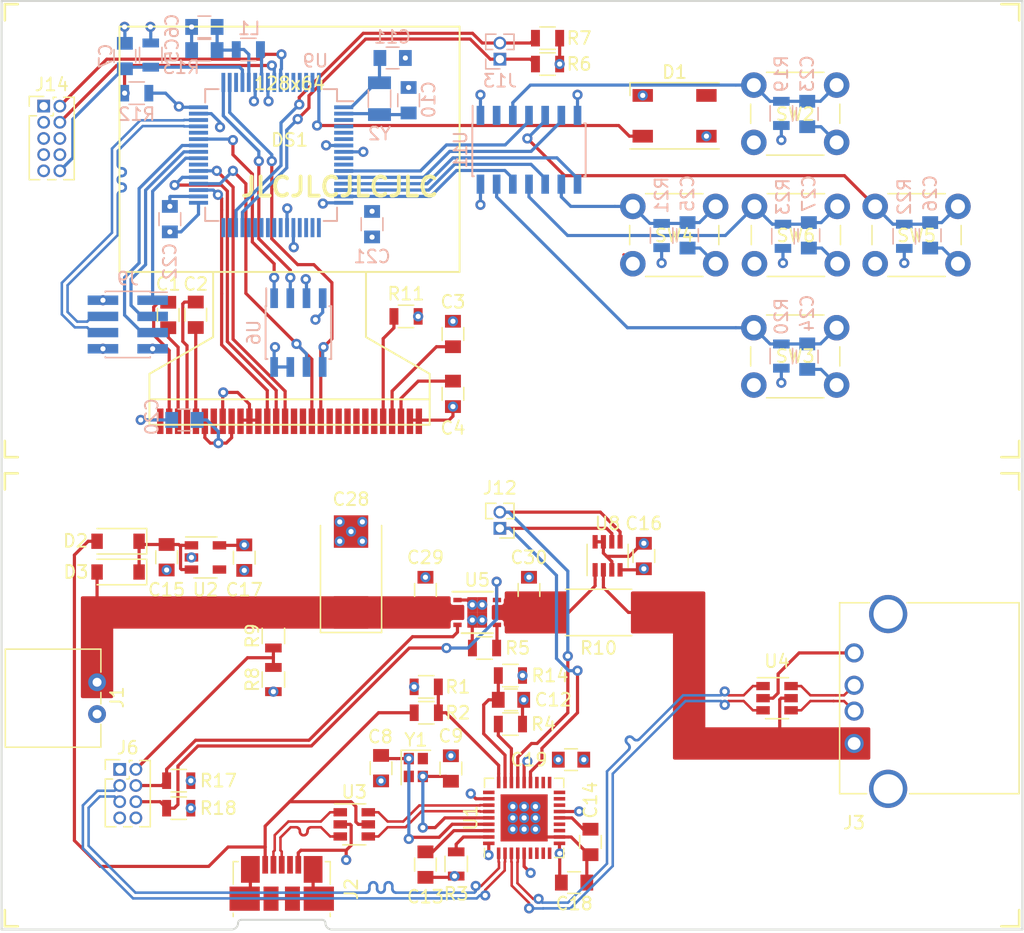
<source format=kicad_pcb>
(kicad_pcb (version 20171130) (host pcbnew "(5.1.4)-1")
  (layers (0 F.Cu signal) (1 In1.Cu power) (2 In2.Cu power) (31 B.Cu signal) (34 B.Paste user) (35 F.Paste user) (36 B.SilkS user) (37 F.SilkS user) (38 B.Mask user) (39 F.Mask user) (44 Edge.Cuts user))
  (net 0 "")
  (net 1 D_HOST+)
  (net 2 GND)
  (net 3 VBUS)
  (net 4 D_HOST-)
  (net 5 VDUT)
  (net 6 D_DEVICE-)
  (net 7 D_DEVICE+)
  (net 8 "Net-(R3-Pad1)")
  (net 9 3.3V)
  (net 10 VBUS_PROTECTED)
  (net 11 SDA)
  (net 12 SCL)
  (net 13 "Net-(U9-Pad32)")
  (net 14 "Net-(U9-Pad27)")
  (net 15 "Net-(U9-Pad26)")
  (net 16 "Net-(U9-Pad25)")
  (net 17 "Net-(U9-Pad24)")
  (net 18 "Net-(U9-Pad23)")
  (net 19 "Net-(U9-Pad20)")
  (net 20 "Net-(U9-Pad19)")
  (net 21 "Net-(U9-Pad18)")
  (net 22 "Net-(U9-Pad17)")
  (net 23 "Net-(U9-Pad10)")
  (net 24 "Net-(U9-Pad9)")
  (net 25 "Net-(U9-Pad6)")
  (net 26 "Net-(U9-Pad5)")
  (net 27 "Net-(U9-Pad4)")
  (net 28 "Net-(U9-Pad63)")
  (net 29 "Net-(U9-Pad62)")
  (net 30 "Net-(U9-Pad61)")
  (net 31 "Net-(U9-Pad60)")
  (net 32 "Net-(U9-Pad59)")
  (net 33 "Net-(U9-Pad51)")
  (net 34 "Net-(Y1-Pad2)")
  (net 35 "Net-(U2-Pad4)")
  (net 36 "Net-(U1-Pad17)")
  (net 37 "Net-(U1-Pad13)")
  (net 38 GND_CTRL)
  (net 39 3.3V_CTRL)
  (net 40 SDA_CTRL)
  (net 41 SCL_CTRL)
  (net 42 "Net-(DS1-Pad16)")
  (net 43 "Net-(DS1-Pad17)")
  (net 44 "Net-(DS1-Pad20)")
  (net 45 "Net-(DS1-Pad21)")
  (net 46 "Net-(DS1-Pad22)")
  (net 47 "Net-(DS1-Pad23)")
  (net 48 "Net-(DS1-Pad24)")
  (net 49 "Net-(DS1-Pad25)")
  (net 50 "Net-(DS1-Pad26)")
  (net 51 "Net-(C1-Pad2)")
  (net 52 "Net-(C1-Pad1)")
  (net 53 "Net-(C2-Pad1)")
  (net 54 "Net-(C2-Pad2)")
  (net 55 "Net-(C3-Pad1)")
  (net 56 "Net-(C4-Pad2)")
  (net 57 DISP_CS)
  (net 58 DISP_RES)
  (net 59 DISP_DC)
  (net 60 UP)
  (net 61 DOWN)
  (net 62 LEFT)
  (net 63 RIGHT)
  (net 64 CENTER)
  (net 65 "Net-(C5-Pad2)")
  (net 66 NEOPIX)
  (net 67 "Net-(L1-Pad1)")
  (net 68 "Net-(D1-Pad2)")
  (net 69 ~RESET)
  (net 70 ~HUB_RESET)
  (net 71 "Net-(J14-Pad8)")
  (net 72 "Net-(J14-Pad7)")
  (net 73 "Net-(J14-Pad6)")
  (net 74 SWCLK)
  (net 75 SWDIO)
  (net 76 "Net-(C8-Pad1)")
  (net 77 "Net-(C9-Pad2)")
  (net 78 "Net-(C10-Pad1)")
  (net 79 "Net-(C11-Pad1)")
  (net 80 "Net-(U1-Pad9)")
  (net 81 D_HOST_PLUG+)
  (net 82 D_HOST_PLUG-)
  (net 83 D_DEVICE_PLUG-)
  (net 84 D_DEVICE_PLUG+)
  (net 85 "Net-(C13-Pad1)")
  (net 86 "Net-(C14-Pad1)")
  (net 87 "Net-(U1-Pad21)")
  (net 88 "Net-(U1-Pad20)")
  (net 89 "Net-(U1-Pad19)")
  (net 90 "Net-(U1-Pad18)")
  (net 91 "Net-(U1-Pad16)")
  (net 92 "Net-(U1-Pad12)")
  (net 93 "Net-(U1-Pad8)")
  (net 94 "Net-(U1-Pad7)")
  (net 95 "Net-(U1-Pad6)")
  (net 96 "Net-(Y1-Pad4)")
  (net 97 "Net-(R4-Pad2)")
  (net 98 SPI_SCLK)
  (net 99 SPI_MOSI)
  (net 100 SPI_MISO)
  (net 101 FRAM_CS)
  (net 102 ~PWR_SWITCH_BUS_CTRL)
  (net 103 ~FAULT_BUS_CTRL)
  (net 104 "Net-(U1-Pad28)")
  (net 105 "Net-(J2-Pad6)")
  (net 106 "Net-(J2-Pad4)")
  (net 107 UP_RAW)
  (net 108 DOWN_RAW)
  (net 109 LEFT_RAW)
  (net 110 RIGHT_RAW)
  (net 111 CENTER_RAW)
  (net 112 "Net-(U11-Pad2)")
  (net 113 PWR_SWITCH)
  (net 114 ~FAULT)
  (net 115 UNUSED1_CTRL)
  (net 116 UNUSED2_CTRL)
  (net 117 VCC)
  (net 118 VEXT)
  (net 119 D_MCU+)
  (net 120 D_MCU-)
  (net 121 VBUS_DET)
  (net 122 D_MCU_CTRL-)
  (net 123 D_MCU_CTRL+)
  (net 124 "Net-(R5-Pad1)")
  (net 125 UNUSED3_CTRL)
  (net 126 VEXT_DET)
  (net 127 VEXT_DET_CTRL)
  (net 128 "Net-(J3-Pad5)")
  (net 129 "Net-(U9-Pad28)")
  (net 130 UNUSED4_CTRL)
  (module Housings_QFP:TQFP-64_10x10mm_Pitch0.5mm (layer B.Cu) (at 38.936625 28.987328 180)
    (fp_text reference U9 (at -3.481375 7.397328) (layer B.SilkS) (effects (justify mirror)))
    (fp_text value SAMD51J)
    (pad 1 smd rect (at -5.7 3.75 180) (size 1.5 0.3) (layers B.Cu B.Paste B.Mask) (net 79 "Net-(C11-Pad1)"))
    (pad 2 smd rect (at -5.7 3.25 180) (size 1.5 0.3) (layers B.Cu B.Paste B.Mask) (net 78 "Net-(C10-Pad1)"))
    (pad 3 smd rect (at -5.7 2.75 180) (size 1.5 0.3) (layers B.Cu B.Paste B.Mask) (net 130 UNUSED4_CTRL))
    (pad 4 smd rect (at -5.7 2.25 180) (size 1.5 0.3) (layers B.Cu B.Paste B.Mask) (net 27 "Net-(U9-Pad4)"))
    (pad 5 smd rect (at -5.7 1.75 180) (size 1.5 0.3) (layers B.Cu B.Paste B.Mask) (net 26 "Net-(U9-Pad5)"))
    (pad 6 smd rect (at -5.7 1.25 180) (size 1.5 0.3) (layers B.Cu B.Paste B.Mask) (net 25 "Net-(U9-Pad6)"))
    (pad 7 smd rect (at -5.7 0.75 180) (size 1.5 0.3) (layers B.Cu B.Paste B.Mask) (net 38 GND_CTRL))
    (pad 8 smd rect (at -5.7 0.25 180) (size 1.5 0.3) (layers B.Cu B.Paste B.Mask) (net 39 3.3V_CTRL))
    (pad 9 smd rect (at -5.7 -0.25 180) (size 1.5 0.3) (layers B.Cu B.Paste B.Mask) (net 24 "Net-(U9-Pad9)"))
    (pad 10 smd rect (at -5.7 -0.75 180) (size 1.5 0.3) (layers B.Cu B.Paste B.Mask) (net 23 "Net-(U9-Pad10)"))
    (pad 11 smd rect (at -5.7 -1.25 180) (size 1.5 0.3) (layers B.Cu B.Paste B.Mask) (net 60 UP))
    (pad 12 smd rect (at -5.7 -1.75 180) (size 1.5 0.3) (layers B.Cu B.Paste B.Mask) (net 63 RIGHT))
    (pad 13 smd rect (at -5.7 -2.25 180) (size 1.5 0.3) (layers B.Cu B.Paste B.Mask) (net 62 LEFT))
    (pad 14 smd rect (at -5.7 -2.75 180) (size 1.5 0.3) (layers B.Cu B.Paste B.Mask) (net 64 CENTER))
    (pad 15 smd rect (at -5.7 -3.25 180) (size 1.5 0.3) (layers B.Cu B.Paste B.Mask) (net 61 DOWN))
    (pad 16 smd rect (at -5.7 -3.75 180) (size 1.5 0.3) (layers B.Cu B.Paste B.Mask) (net 39 3.3V_CTRL))
    (pad 17 smd rect (at -3.75 -5.7 90) (size 1.5 0.3) (layers B.Cu B.Paste B.Mask) (net 22 "Net-(U9-Pad17)"))
    (pad 18 smd rect (at -3.25 -5.7 90) (size 1.5 0.3) (layers B.Cu B.Paste B.Mask) (net 21 "Net-(U9-Pad18)"))
    (pad 19 smd rect (at -2.75 -5.7 90) (size 1.5 0.3) (layers B.Cu B.Paste B.Mask) (net 20 "Net-(U9-Pad19)"))
    (pad 20 smd rect (at -2.25 -5.7 90) (size 1.5 0.3) (layers B.Cu B.Paste B.Mask) (net 19 "Net-(U9-Pad20)"))
    (pad 21 smd rect (at -1.75 -5.7 90) (size 1.5 0.3) (layers B.Cu B.Paste B.Mask) (net 39 3.3V_CTRL))
    (pad 22 smd rect (at -1.25 -5.7 90) (size 1.5 0.3) (layers B.Cu B.Paste B.Mask) (net 38 GND_CTRL))
    (pad 23 smd rect (at -0.75 -5.7 90) (size 1.5 0.3) (layers B.Cu B.Paste B.Mask) (net 18 "Net-(U9-Pad23)"))
    (pad 24 smd rect (at -0.25 -5.7 90) (size 1.5 0.3) (layers B.Cu B.Paste B.Mask) (net 17 "Net-(U9-Pad24)"))
    (pad 25 smd rect (at 0.25 -5.7 90) (size 1.5 0.3) (layers B.Cu B.Paste B.Mask) (net 16 "Net-(U9-Pad25)"))
    (pad 26 smd rect (at 0.75 -5.7 90) (size 1.5 0.3) (layers B.Cu B.Paste B.Mask) (net 15 "Net-(U9-Pad26)"))
    (pad 27 smd rect (at 1.25 -5.7 90) (size 1.5 0.3) (layers B.Cu B.Paste B.Mask) (net 14 "Net-(U9-Pad27)"))
    (pad 28 smd rect (at 1.75 -5.7 90) (size 1.5 0.3) (layers B.Cu B.Paste B.Mask) (net 129 "Net-(U9-Pad28)"))
    (pad 29 smd rect (at 2.25 -5.7 90) (size 1.5 0.3) (layers B.Cu B.Paste B.Mask) (net 40 SDA_CTRL))
    (pad 30 smd rect (at 2.75 -5.7 90) (size 1.5 0.3) (layers B.Cu B.Paste B.Mask) (net 41 SCL_CTRL))
    (pad 31 smd rect (at 3.25 -5.7 90) (size 1.5 0.3) (layers B.Cu B.Paste B.Mask) (net 125 UNUSED3_CTRL))
    (pad 32 smd rect (at 3.75 -5.7 90) (size 1.5 0.3) (layers B.Cu B.Paste B.Mask) (net 13 "Net-(U9-Pad32)"))
    (pad 33 smd rect (at 5.7 -3.75 180) (size 1.5 0.3) (layers B.Cu B.Paste B.Mask) (net 38 GND_CTRL))
    (pad 34 smd rect (at 5.7 -3.25 180) (size 1.5 0.3) (layers B.Cu B.Paste B.Mask) (net 39 3.3V_CTRL))
    (pad 35 smd rect (at 5.7 -2.75 180) (size 1.5 0.3) (layers B.Cu B.Paste B.Mask) (net 57 DISP_CS))
    (pad 36 smd rect (at 5.7 -2.25 180) (size 1.5 0.3) (layers B.Cu B.Paste B.Mask) (net 98 SPI_SCLK))
    (pad 37 smd rect (at 5.7 -1.75 180) (size 1.5 0.3) (layers B.Cu B.Paste B.Mask) (net 58 DISP_RES))
    (pad 38 smd rect (at 5.7 -1.25 180) (size 1.5 0.3) (layers B.Cu B.Paste B.Mask) (net 59 DISP_DC))
    (pad 39 smd rect (at 5.7 -0.75 180) (size 1.5 0.3) (layers B.Cu B.Paste B.Mask) (net 115 UNUSED1_CTRL))
    (pad 40 smd rect (at 5.7 -0.25 180) (size 1.5 0.3) (layers B.Cu B.Paste B.Mask) (net 127 VEXT_DET_CTRL))
    (pad 41 smd rect (at 5.7 0.25 180) (size 1.5 0.3) (layers B.Cu B.Paste B.Mask) (net 102 ~PWR_SWITCH_BUS_CTRL))
    (pad 42 smd rect (at 5.7 0.75 180) (size 1.5 0.3) (layers B.Cu B.Paste B.Mask) (net 103 ~FAULT_BUS_CTRL))
    (pad 43 smd rect (at 5.7 1.25 180) (size 1.5 0.3) (layers B.Cu B.Paste B.Mask) (net 101 FRAM_CS))
    (pad 44 smd rect (at 5.7 1.75 180) (size 1.5 0.3) (layers B.Cu B.Paste B.Mask) (net 116 UNUSED2_CTRL))
    (pad 45 smd rect (at 5.7 2.25 180) (size 1.5 0.3) (layers B.Cu B.Paste B.Mask) (net 122 D_MCU_CTRL-))
    (pad 46 smd rect (at 5.7 2.75 180) (size 1.5 0.3) (layers B.Cu B.Paste B.Mask) (net 123 D_MCU_CTRL+))
    (pad 47 smd rect (at 5.7 3.25 180) (size 1.5 0.3) (layers B.Cu B.Paste B.Mask) (net 38 GND_CTRL))
    (pad 48 smd rect (at 5.7 3.75 180) (size 1.5 0.3) (layers B.Cu B.Paste B.Mask) (net 39 3.3V_CTRL))
    (pad 49 smd rect (at 3.75 5.7 90) (size 1.5 0.3) (layers B.Cu B.Paste B.Mask) (net 100 SPI_MISO))
    (pad 50 smd rect (at 3.25 5.7 90) (size 1.5 0.3) (layers B.Cu B.Paste B.Mask) (net 99 SPI_MOSI))
    (pad 51 smd rect (at 2.75 5.7 90) (size 1.5 0.3) (layers B.Cu B.Paste B.Mask) (net 33 "Net-(U9-Pad51)"))
    (pad 52 smd rect (at 2.25 5.7 90) (size 1.5 0.3) (layers B.Cu B.Paste B.Mask) (net 69 ~RESET))
    (pad 53 smd rect (at 1.75 5.7 90) (size 1.5 0.3) (layers B.Cu B.Paste B.Mask) (net 65 "Net-(C5-Pad2)"))
    (pad 54 smd rect (at 1.25 5.7 90) (size 1.5 0.3) (layers B.Cu B.Paste B.Mask) (net 38 GND_CTRL))
    (pad 55 smd rect (at 0.75 5.7 90) (size 1.5 0.3) (layers B.Cu B.Paste B.Mask) (net 67 "Net-(L1-Pad1)"))
    (pad 56 smd rect (at 0.25 5.7 90) (size 1.5 0.3) (layers B.Cu B.Paste B.Mask) (net 39 3.3V_CTRL))
    (pad 57 smd rect (at -0.25 5.7 90) (size 1.5 0.3) (layers B.Cu B.Paste B.Mask) (net 74 SWCLK))
    (pad 58 smd rect (at -0.75 5.7 90) (size 1.5 0.3) (layers B.Cu B.Paste B.Mask) (net 75 SWDIO))
    (pad 59 smd rect (at -1.25 5.7 90) (size 1.5 0.3) (layers B.Cu B.Paste B.Mask) (net 32 "Net-(U9-Pad59)"))
    (pad 60 smd rect (at -1.75 5.7 90) (size 1.5 0.3) (layers B.Cu B.Paste B.Mask) (net 31 "Net-(U9-Pad60)"))
    (pad 61 smd rect (at -2.25 5.7 90) (size 1.5 0.3) (layers B.Cu B.Paste B.Mask) (net 30 "Net-(U9-Pad61)"))
    (pad 62 smd rect (at -2.75 5.7 90) (size 1.5 0.3) (layers B.Cu B.Paste B.Mask) (net 29 "Net-(U9-Pad62)"))
    (pad 63 smd rect (at -3.25 5.7 90) (size 1.5 0.3) (layers B.Cu B.Paste B.Mask) (net 28 "Net-(U9-Pad63)"))
    (pad 64 smd rect (at -3.75 5.7 90) (size 1.5 0.3) (layers B.Cu B.Paste B.Mask) (net 66 NEOPIX))
  )
  (module TO_SOT_Packages_SMD:SOT-23-6 (layer F.Cu) (at 78.656 71.628)
    (fp_text reference U4 (at 0 -2.9) (layer F.SilkS))
    (fp_text value USBLC6-2SC6)
    (pad 1 smd rect (at -1.1 -0.95) (size 1.06 0.65) (layers F.Cu F.Paste F.Mask) (net 7 D_DEVICE+))
    (pad 2 smd rect (at -1.1 0) (size 1.06 0.65) (layers F.Cu F.Paste F.Mask) (net 2 GND))
    (pad 3 smd rect (at -1.1 0.95) (size 1.06 0.65) (layers F.Cu F.Paste F.Mask) (net 6 D_DEVICE-))
    (pad 4 smd rect (at 1.1 0.95) (size 1.06 0.65) (layers F.Cu F.Paste F.Mask) (net 83 D_DEVICE_PLUG-))
    (pad 6 smd rect (at 1.1 -0.95) (size 1.06 0.65) (layers F.Cu F.Paste F.Mask) (net 84 D_DEVICE_PLUG+))
    (pad 5 smd rect (at 1.1 0) (size 1.06 0.65) (layers F.Cu F.Paste F.Mask) (net 5 VDUT))
  )
  (module TO_SOT_Packages_SMD:SOT-23-6 (layer F.Cu) (at 45.466 81.534)
    (fp_text reference U3 (at 0 -2.54) (layer F.SilkS))
    (fp_text value USBLC6-2SC6)
    (pad 1 smd rect (at -1.1 -0.95) (size 1.06 0.65) (layers F.Cu F.Paste F.Mask) (net 82 D_HOST_PLUG-))
    (pad 2 smd rect (at -1.1 0) (size 1.06 0.65) (layers F.Cu F.Paste F.Mask) (net 2 GND))
    (pad 3 smd rect (at -1.1 0.95) (size 1.06 0.65) (layers F.Cu F.Paste F.Mask) (net 81 D_HOST_PLUG+))
    (pad 4 smd rect (at 1.1 0.95) (size 1.06 0.65) (layers F.Cu F.Paste F.Mask) (net 1 D_HOST+))
    (pad 6 smd rect (at 1.1 -0.95) (size 1.06 0.65) (layers F.Cu F.Paste F.Mask) (net 4 D_HOST-))
    (pad 5 smd rect (at 1.1 0) (size 1.06 0.65) (layers F.Cu F.Paste F.Mask) (net 3 VBUS))
  )
  (module Pin_Headers:Pin_Header_Straight_2x05_Pitch1.27mm (layer F.Cu) (at 21.082 25.146)
    (fp_text reference J14 (at 0.635 -1.695) (layer F.SilkS))
    (fp_text value Conn_ARM_JTAG_SWD_10)
    (pad 1 thru_hole rect (at 0 0) (size 1 1) (drill 0.65) (layers *.Cu *.Mask) (net 39 3.3V_CTRL))
    (pad 2 thru_hole oval (at 1.27 0) (size 1 1) (drill 0.65) (layers *.Cu *.Mask) (net 75 SWDIO))
    (pad 3 thru_hole oval (at 0 1.27) (size 1 1) (drill 0.65) (layers *.Cu *.Mask) (net 38 GND_CTRL))
    (pad 4 thru_hole oval (at 1.27 1.27) (size 1 1) (drill 0.65) (layers *.Cu *.Mask) (net 74 SWCLK))
    (pad 5 thru_hole oval (at 0 2.54) (size 1 1) (drill 0.65) (layers *.Cu *.Mask) (net 38 GND_CTRL))
    (pad 6 thru_hole oval (at 1.27 2.54) (size 1 1) (drill 0.65) (layers *.Cu *.Mask) (net 73 "Net-(J14-Pad6)"))
    (pad 7 thru_hole oval (at 0 3.81) (size 1 1) (drill 0.65) (layers *.Cu *.Mask) (net 72 "Net-(J14-Pad7)"))
    (pad 8 thru_hole oval (at 1.27 3.81) (size 1 1) (drill 0.65) (layers *.Cu *.Mask) (net 71 "Net-(J14-Pad8)"))
    (pad 9 thru_hole oval (at 0 5.08) (size 1 1) (drill 0.65) (layers *.Cu *.Mask) (net 38 GND_CTRL))
    (pad 10 thru_hole oval (at 1.27 5.08) (size 1 1) (drill 0.65) (layers *.Cu *.Mask) (net 69 ~RESET))
  )
  (module Housings_DFN_QFN:QFN-36-1EP_6x6mm_Pitch0.5mm (layer F.Cu) (at 58.801 81.026 90)
    (fp_text reference U1 (at 0 -4.191 90) (layer F.SilkS))
    (fp_text value USB2514B_Bi)
    (pad 37 smd rect (at 0 0 90) (size 3.7 3.7) (layers F.Cu F.Mask) (net 2 GND))
    (pad 36 smd rect (at -2 -2.775 180) (size 0.9 0.28) (layers F.Cu F.Paste F.Mask) (net 9 3.3V))
    (pad 35 smd rect (at -1.5 -2.775 180) (size 0.9 0.28) (layers F.Cu F.Paste F.Mask) (net 8 "Net-(R3-Pad1)"))
    (pad 34 smd rect (at -1 -2.775 180) (size 0.9 0.28) (layers F.Cu F.Paste F.Mask) (net 85 "Net-(C13-Pad1)"))
    (pad 33 smd rect (at -0.5 -2.775 180) (size 0.9 0.28) (layers F.Cu F.Paste F.Mask) (net 76 "Net-(C8-Pad1)"))
    (pad 32 smd rect (at 0 -2.775 180) (size 0.9 0.28) (layers F.Cu F.Paste F.Mask) (net 77 "Net-(C9-Pad2)"))
    (pad 31 smd rect (at 0.5 -2.775 180) (size 0.9 0.28) (layers F.Cu F.Paste F.Mask) (net 1 D_HOST+))
    (pad 30 smd rect (at 1 -2.775 180) (size 0.9 0.28) (layers F.Cu F.Paste F.Mask) (net 4 D_HOST-))
    (pad 29 smd rect (at 1.5 -2.775 180) (size 0.9 0.28) (layers F.Cu F.Paste F.Mask) (net 9 3.3V))
    (pad 28 smd rect (at 2 -2.775 180) (size 0.9 0.28) (layers F.Cu F.Paste F.Mask) (net 104 "Net-(U1-Pad28)"))
    (pad 27 smd rect (at 2.775 -2 90) (size 0.9 0.28) (layers F.Cu F.Paste F.Mask) (net 121 VBUS_DET))
    (pad 26 smd rect (at 2.775 -1.5 90) (size 0.9 0.28) (layers F.Cu F.Paste F.Mask) (net 70 ~HUB_RESET))
    (pad 25 smd rect (at 2.775 -1 90) (size 0.9 0.28) (layers F.Cu F.Paste F.Mask) (net 97 "Net-(R4-Pad2)"))
    (pad 24 smd rect (at 2.775 -0.5 90) (size 0.9 0.28) (layers F.Cu F.Paste F.Mask) (net 12 SCL))
    (pad 23 smd rect (at 2.775 0 90) (size 0.9 0.28) (layers F.Cu F.Paste F.Mask) (net 9 3.3V))
    (pad 22 smd rect (at 2.775 0.5 90) (size 0.9 0.28) (layers F.Cu F.Paste F.Mask) (net 11 SDA))
    (pad 21 smd rect (at 2.775 1 90) (size 0.9 0.28) (layers F.Cu F.Paste F.Mask) (net 87 "Net-(U1-Pad21)"))
    (pad 20 smd rect (at 2.775 1.5 90) (size 0.9 0.28) (layers F.Cu F.Paste F.Mask) (net 88 "Net-(U1-Pad20)"))
    (pad 19 smd rect (at 2.775 2 90) (size 0.9 0.28) (layers F.Cu F.Paste F.Mask) (net 89 "Net-(U1-Pad19)"))
    (pad 18 smd rect (at 2 2.775 180) (size 0.9 0.28) (layers F.Cu F.Paste F.Mask) (net 90 "Net-(U1-Pad18)"))
    (pad 17 smd rect (at 1.5 2.775 180) (size 0.9 0.28) (layers F.Cu F.Paste F.Mask) (net 36 "Net-(U1-Pad17)"))
    (pad 16 smd rect (at 1 2.775 180) (size 0.9 0.28) (layers F.Cu F.Paste F.Mask) (net 91 "Net-(U1-Pad16)"))
    (pad 15 smd rect (at 0.5 2.775 180) (size 0.9 0.28) (layers F.Cu F.Paste F.Mask) (net 9 3.3V))
    (pad 14 smd rect (at 0 2.775 180) (size 0.9 0.28) (layers F.Cu F.Paste F.Mask) (net 86 "Net-(C14-Pad1)"))
    (pad 13 smd rect (at -0.5 2.775 180) (size 0.9 0.28) (layers F.Cu F.Paste F.Mask) (net 37 "Net-(U1-Pad13)"))
    (pad 12 smd rect (at -1 2.775 180) (size 0.9 0.28) (layers F.Cu F.Paste F.Mask) (net 92 "Net-(U1-Pad12)"))
    (pad 11 smd rect (at -1.5 2.775 180) (size 0.9 0.28) (layers F.Cu F.Paste F.Mask) (net 2 GND))
    (pad 10 smd rect (at -2 2.775 180) (size 0.9 0.28) (layers F.Cu F.Paste F.Mask) (net 9 3.3V))
    (pad 9 smd rect (at -2.775 2 90) (size 0.9 0.28) (layers F.Cu F.Paste F.Mask) (net 80 "Net-(U1-Pad9)"))
    (pad 8 smd rect (at -2.775 1.5 90) (size 0.9 0.28) (layers F.Cu F.Paste F.Mask) (net 93 "Net-(U1-Pad8)"))
    (pad 7 smd rect (at -2.775 1 90) (size 0.9 0.28) (layers F.Cu F.Paste F.Mask) (net 94 "Net-(U1-Pad7)"))
    (pad 6 smd rect (at -2.775 0.5 90) (size 0.9 0.28) (layers F.Cu F.Paste F.Mask) (net 95 "Net-(U1-Pad6)"))
    (pad 5 smd rect (at -2.775 0 90) (size 0.9 0.28) (layers F.Cu F.Paste F.Mask) (net 9 3.3V))
    (pad 4 smd rect (at -2.775 -0.5 90) (size 0.9 0.28) (layers F.Cu F.Paste F.Mask) (net 7 D_DEVICE+))
    (pad 3 smd rect (at -2.775 -1 90) (size 0.9 0.28) (layers F.Cu F.Paste F.Mask) (net 6 D_DEVICE-))
    (pad 2 smd rect (at -2.775 -1.5 90) (size 0.9 0.28) (layers F.Cu F.Paste F.Mask) (net 120 D_MCU-))
    (pad 1 smd rect (at -2.775 -2 90) (size 0.9 0.28) (layers F.Cu F.Paste F.Mask) (net 119 D_MCU+))
  )
  (module Capacitors_SMD:C_0805 (layer F.Cu) (at 59.182 63.135 270)
    (fp_text reference C30 (at -2.556 0) (layer F.SilkS))
    (fp_text value 0.1u)
    (pad 2 smd rect (at 1 0 270) (size 1 1.25) (layers F.Cu F.Paste F.Mask) (net 10 VBUS_PROTECTED))
    (pad 1 smd rect (at -1 0 270) (size 1 1.25) (layers F.Cu F.Paste F.Mask) (net 2 GND))
  )
  (module Resistors_SMD:R_0805 (layer B.Cu) (at 29.487621 21.13916 90)
    (fp_text reference R13 (at -0.95884 2.389379 180) (layer B.SilkS) (effects (justify mirror)))
    (fp_text value 10k)
    (pad 1 smd rect (at -0.95 0 90) (size 0.7 1.3) (layers B.Cu B.Paste B.Mask) (net 69 ~RESET))
    (pad 2 smd rect (at 0.95 0 90) (size 0.7 1.3) (layers B.Cu B.Paste B.Mask) (net 39 3.3V_CTRL))
  )
  (module OLED:OLED_O128O064D-LPP3N00000 (layer F.Cu) (at 40.386 50.165)
    (fp_text reference DS1 (at 0 -22.361) (layer F.SilkS))
    (fp_text value O128O064DLPP3N0000)
    (fp_text user 128x64 (at 0 -26.797) (layer F.SilkS))
    (pad 1 smd rect (at -10.15 -0.2761) (size 0.5 2) (layers F.Cu F.Paste F.Mask) (net 38 GND_CTRL))
    (pad 2 smd rect (at -9.45 -0.2761) (size 0.5 2) (layers F.Cu F.Paste F.Mask) (net 52 "Net-(C1-Pad1)"))
    (pad 3 smd rect (at -8.75 -0.2761) (size 0.5 2) (layers F.Cu F.Paste F.Mask) (net 51 "Net-(C1-Pad2)"))
    (pad 4 smd rect (at -8.05 -0.2761) (size 0.5 2) (layers F.Cu F.Paste F.Mask) (net 53 "Net-(C2-Pad1)"))
    (pad 5 smd rect (at -7.35 -0.2761) (size 0.5 2) (layers F.Cu F.Paste F.Mask) (net 54 "Net-(C2-Pad2)"))
    (pad 6 smd rect (at -6.65 -0.2761) (size 0.5 2) (layers F.Cu F.Paste F.Mask) (net 39 3.3V_CTRL))
    (pad 7 smd rect (at -5.95 -0.2761) (size 0.5 2) (layers F.Cu F.Paste F.Mask))
    (pad 8 smd rect (at -5.25 -0.2761) (size 0.5 2) (layers F.Cu F.Paste F.Mask) (net 38 GND_CTRL))
    (pad 9 smd rect (at -4.55 -0.2761) (size 0.5 2) (layers F.Cu F.Paste F.Mask) (net 39 3.3V_CTRL))
    (pad 10 smd rect (at -3.85 -0.2761) (size 0.5 2) (layers F.Cu F.Paste F.Mask) (net 38 GND_CTRL))
    (pad 11 smd rect (at -3.15 -0.2761) (size 0.5 2) (layers F.Cu F.Paste F.Mask) (net 38 GND_CTRL))
    (pad 12 smd rect (at -2.45 -0.2761) (size 0.5 2) (layers F.Cu F.Paste F.Mask) (net 38 GND_CTRL))
    (pad 13 smd rect (at -1.75 -0.2761) (size 0.5 2) (layers F.Cu F.Paste F.Mask) (net 57 DISP_CS))
    (pad 14 smd rect (at -1.05 -0.2761) (size 0.5 2) (layers F.Cu F.Paste F.Mask) (net 58 DISP_RES))
    (pad 15 smd rect (at -0.35 -0.2761) (size 0.5 2) (layers F.Cu F.Paste F.Mask) (net 59 DISP_DC))
    (pad 16 smd rect (at 0.35 -0.2761) (size 0.5 2) (layers F.Cu F.Paste F.Mask) (net 42 "Net-(DS1-Pad16)"))
    (pad 17 smd rect (at 1.05 -0.2761) (size 0.5 2) (layers F.Cu F.Paste F.Mask) (net 43 "Net-(DS1-Pad17)"))
    (pad 18 smd rect (at 1.75 -0.2761) (size 0.5 2) (layers F.Cu F.Paste F.Mask) (net 98 SPI_SCLK))
    (pad 19 smd rect (at 2.45 -0.2761) (size 0.5 2) (layers F.Cu F.Paste F.Mask) (net 99 SPI_MOSI))
    (pad 20 smd rect (at 3.15 -0.2761) (size 0.5 2) (layers F.Cu F.Paste F.Mask) (net 44 "Net-(DS1-Pad20)"))
    (pad 21 smd rect (at 3.85 -0.2761) (size 0.5 2) (layers F.Cu F.Paste F.Mask) (net 45 "Net-(DS1-Pad21)"))
    (pad 22 smd rect (at 4.55 -0.2761) (size 0.5 2) (layers F.Cu F.Paste F.Mask) (net 46 "Net-(DS1-Pad22)"))
    (pad 23 smd rect (at 5.25 -0.2761) (size 0.5 2) (layers F.Cu F.Paste F.Mask) (net 47 "Net-(DS1-Pad23)"))
    (pad 24 smd rect (at 5.95 -0.2761) (size 0.5 2) (layers F.Cu F.Paste F.Mask) (net 48 "Net-(DS1-Pad24)"))
    (pad 25 smd rect (at 6.65 -0.2761) (size 0.5 2) (layers F.Cu F.Paste F.Mask) (net 49 "Net-(DS1-Pad25)"))
    (pad 26 smd rect (at 7.35 -0.2761) (size 0.5 2) (layers F.Cu F.Paste F.Mask) (net 50 "Net-(DS1-Pad26)"))
    (pad 27 smd rect (at 8.05 -0.2761) (size 0.5 2) (layers F.Cu F.Paste F.Mask) (net 55 "Net-(C3-Pad1)"))
    (pad 28 smd rect (at 8.75 -0.2761) (size 0.5 2) (layers F.Cu F.Paste F.Mask) (net 56 "Net-(C4-Pad2)"))
    (pad 29 smd rect (at 9.45 -0.2761) (size 0.5 2) (layers F.Cu F.Paste F.Mask) (net 38 GND_CTRL))
    (pad 30 smd rect (at 10.15 -0.2761) (size 0.5 2) (layers F.Cu F.Paste F.Mask) (net 38 GND_CTRL))
  )
  (module Connectors:1pin (layer F.Cu) (at 57.912 53.34)
    (fp_text reference REF** hide)
    (fp_text value 1pin)
    (pad "" np_thru_hole oval (at -0.062 0) (size 78.14 0.76) (drill oval 78.14 0.76) (layers *.Cu))
  )
  (module Connectors:1pin (layer F.Cu) (at 20.955 49.784)
    (fp_text reference REF** hide)
    (fp_text value 1pin)
    (pad "" np_thru_hole circle (at 0 0) (size 3.1 3.1) (drill 3.1) (layers *.Cu *.Mask))
  )
  (module Connectors:1pin (layer F.Cu) (at 20.955 20.066)
    (fp_text reference REF** hide)
    (fp_text value 1pin)
    (pad "" np_thru_hole circle (at 0 0) (size 3.1 3.1) (drill 3.1) (layers *.Cu *.Mask))
  )
  (module Connectors:1pin (layer F.Cu) (at 20.955 86.614)
    (fp_text reference REF** hide)
    (fp_text value 1pin)
    (pad "" np_thru_hole circle (at 0 0) (size 3.1 3.1) (drill 3.1) (layers *.Cu *.Mask))
  )
  (module Connectors:1pin (layer F.Cu) (at 20.955 56.896)
    (fp_text reference REF** hide)
    (fp_text value 1pin)
    (pad "" np_thru_hole circle (at 0 0) (size 3.1 3.1) (drill 3.1) (layers *.Cu *.Mask))
  )
  (module Connectors:1pin (layer F.Cu) (at 94.869 49.784)
    (fp_text reference REF** hide)
    (fp_text value 1pin)
    (pad "" np_thru_hole circle (at 0 0) (size 3.1 3.1) (drill 3.1) (layers *.Cu *.Mask))
  )
  (module Connectors:1pin (layer F.Cu) (at 94.869 20.066)
    (fp_text reference REF** hide)
    (fp_text value 1pin)
    (pad "" np_thru_hole circle (at 0 0) (size 3.1 3.1) (drill 3.1) (layers *.Cu *.Mask))
  )
  (module Connectors:1pin (layer F.Cu) (at 94.869 86.614)
    (fp_text reference REF** hide)
    (fp_text value 1pin)
    (pad "" np_thru_hole circle (at 0 0) (size 3.1 3.1) (drill 3.1) (layers *.Cu *.Mask))
  )
  (module Connectors:1pin (layer F.Cu) (at 94.869 56.896)
    (fp_text reference REF** hide)
    (fp_text value 1pin)
    (pad "" np_thru_hole circle (at 0 0) (size 3.1 3.1) (drill 3.1) (layers *.Cu *.Mask))
  )
  (module Connectors:USB_A (layer F.Cu) (at 84.709 75.184 90)
    (fp_text reference J3 (at -6.223 0 180) (layer F.SilkS))
    (fp_text value USB_A)
    (pad 5 thru_hole circle (at -3.56 2.67) (size 3 3) (drill 2.3) (layers *.Cu *.Mask) (net 128 "Net-(J3-Pad5)"))
    (pad 5 thru_hole circle (at 10.16 2.67) (size 3 3) (drill 2.3) (layers *.Cu *.Mask) (net 128 "Net-(J3-Pad5)"))
    (pad 1 thru_hole circle (at 0 0) (size 1.5 1.5) (drill 1) (layers *.Cu *.Mask) (net 5 VDUT))
    (pad 2 thru_hole circle (at 2.54 0) (size 1.5 1.5) (drill 1) (layers *.Cu *.Mask) (net 83 D_DEVICE_PLUG-))
    (pad 3 thru_hole circle (at 4.57 0) (size 1.5 1.5) (drill 1) (layers *.Cu *.Mask) (net 84 D_DEVICE_PLUG+))
    (pad 4 thru_hole circle (at 7.11 0) (size 1.5 1.5) (drill 1) (layers *.Cu *.Mask) (net 2 GND))
  )
  (module Resistors_SMD:R_2512 (layer F.Cu) (at 64.643 64.897)
    (fp_text reference R10 (at 0 2.794) (layer F.SilkS))
    (fp_text value 1)
    (pad 2 smd rect (at 3.1 0) (size 1 3.2) (layers F.Cu F.Paste F.Mask) (net 5 VDUT))
    (pad 1 smd rect (at -3.1 0) (size 1 3.2) (layers F.Cu F.Paste F.Mask) (net 10 VBUS_PROTECTED))
  )
  (module TO_SOT_Packages_SMD:SOT-23-8 (layer F.Cu) (at 65.354 60.452 90)
    (fp_text reference U8 (at 2.54 0 180) (layer F.SilkS))
    (fp_text value INA219)
    (pad 8 smd rect (at 1.1 -0.98 90) (size 1.06 0.4) (layers F.Cu F.Paste F.Mask) (net 2 GND))
    (pad 7 smd rect (at 1.1 -0.33 90) (size 1.06 0.4) (layers F.Cu F.Paste F.Mask) (net 2 GND))
    (pad 6 smd rect (at 1.1 0.33 90) (size 1.06 0.4) (layers F.Cu F.Paste F.Mask) (net 11 SDA))
    (pad 5 smd rect (at 1.1 0.98 90) (size 1.06 0.4) (layers F.Cu F.Paste F.Mask) (net 12 SCL))
    (pad 4 smd rect (at -1.1 0.98 90) (size 1.06 0.4) (layers F.Cu F.Paste F.Mask) (net 9 3.3V))
    (pad 3 smd rect (at -1.1 0.33 90) (size 1.06 0.4) (layers F.Cu F.Paste F.Mask) (net 2 GND))
    (pad 2 smd rect (at -1.1 -0.33 90) (size 1.06 0.4) (layers F.Cu F.Paste F.Mask) (net 5 VDUT))
    (pad 1 smd rect (at -1.1 -0.98 90) (size 1.06 0.4) (layers F.Cu F.Paste F.Mask) (net 10 VBUS_PROTECTED))
  )
  (module TO_SOT_Packages_SMD:SOT-23-5 (layer F.Cu) (at 33.782 60.579)
    (fp_text reference U2 (at 0 2.54) (layer F.SilkS))
    (fp_text value AP2127K-3.3)
    (pad 5 smd rect (at 1.1 -0.95) (size 1.06 0.65) (layers F.Cu F.Paste F.Mask) (net 9 3.3V))
    (pad 4 smd rect (at 1.1 0.95) (size 1.06 0.65) (layers F.Cu F.Paste F.Mask) (net 35 "Net-(U2-Pad4)"))
    (pad 3 smd rect (at -1.1 0.95) (size 1.06 0.65) (layers F.Cu F.Paste F.Mask) (net 117 VCC))
    (pad 2 smd rect (at -1.1 0) (size 1.06 0.65) (layers F.Cu F.Paste F.Mask) (net 2 GND))
    (pad 1 smd rect (at -1.1 -0.95) (size 1.06 0.65) (layers F.Cu F.Paste F.Mask) (net 117 VCC))
  )
  (module Pin_Headers:Pin_Header_Straight_1x02_Pitch1.27mm (layer F.Cu) (at 56.896 58.293 180)
    (fp_text reference J12 (at 0 3.175 180) (layer F.SilkS))
    (fp_text value Conn_01x02)
    (pad 1 thru_hole rect (at 0 0 180) (size 1 1) (drill 0.65) (layers *.Cu *.Mask) (net 11 SDA))
    (pad 2 thru_hole oval (at 0 1.27 180) (size 1 1) (drill 0.65) (layers *.Cu *.Mask) (net 12 SCL))
  )
  (module Pin_Headers:Pin_Header_Straight_1x02_Pitch1.27mm (layer B.Cu) (at 56.896 21.463)
    (fp_text reference J13 (at 0 1.695) (layer B.SilkS) (effects (justify mirror)))
    (fp_text value Conn_01x02)
    (pad 2 thru_hole oval (at 0 -1.27) (size 1 1) (drill 0.65) (layers *.Cu *.Mask) (net 41 SCL_CTRL))
    (pad 1 thru_hole rect (at 0 0) (size 1 1) (drill 0.65) (layers *.Cu *.Mask) (net 40 SDA_CTRL))
  )
  (module Capacitors_SMD:C_0805 (layer F.Cu) (at 30.861 41.545 270)
    (fp_text reference C1 (at -2.429 0) (layer F.SilkS))
    (fp_text value 2.2u)
    (pad 2 smd rect (at 1 0 270) (size 1 1.25) (layers F.Cu F.Paste F.Mask) (net 51 "Net-(C1-Pad2)"))
    (pad 1 smd rect (at -1 0 270) (size 1 1.25) (layers F.Cu F.Paste F.Mask) (net 52 "Net-(C1-Pad1)"))
  )
  (module Capacitors_SMD:C_0805 (layer F.Cu) (at 33.02 41.529 270)
    (fp_text reference C2 (at -2.413 0) (layer F.SilkS))
    (fp_text value 2.2u)
    (pad 1 smd rect (at -1 0 270) (size 1 1.25) (layers F.Cu F.Paste F.Mask) (net 53 "Net-(C2-Pad1)"))
    (pad 2 smd rect (at 1 0 270) (size 1 1.25) (layers F.Cu F.Paste F.Mask) (net 54 "Net-(C2-Pad2)"))
  )
  (module Resistors_SMD:R_0805 (layer F.Cu) (at 49.53 41.656 180)
    (fp_text reference R11 (at 0 1.778 180) (layer F.SilkS))
    (fp_text value 330k)
    (pad 2 smd rect (at 0.95 0 180) (size 0.7 1.3) (layers F.Cu F.Paste F.Mask) (net 50 "Net-(DS1-Pad26)"))
    (pad 1 smd rect (at -0.95 0 180) (size 0.7 1.3) (layers F.Cu F.Paste F.Mask) (net 38 GND_CTRL))
  )
  (module Capacitors_SMD:C_0805 (layer F.Cu) (at 53.213 43.037 90)
    (fp_text reference C3 (at 2.524 0 180) (layer F.SilkS))
    (fp_text value 2.2u)
    (pad 2 smd rect (at 1 0 90) (size 1 1.25) (layers F.Cu F.Paste F.Mask) (net 38 GND_CTRL))
    (pad 1 smd rect (at -1 0 90) (size 1 1.25) (layers F.Cu F.Paste F.Mask) (net 55 "Net-(C3-Pad1)"))
  )
  (module Capacitors_SMD:C_0805 (layer F.Cu) (at 53.213 47.736 90)
    (fp_text reference C4 (at -2.683 0 180) (layer F.SilkS))
    (fp_text value 10u)
    (pad 1 smd rect (at -1 0 90) (size 1 1.25) (layers F.Cu F.Paste F.Mask) (net 38 GND_CTRL))
    (pad 2 smd rect (at 1 0 90) (size 1 1.25) (layers F.Cu F.Paste F.Mask) (net 56 "Net-(C4-Pad2)"))
  )
  (module Buttons_Switches_THT:SW_PUSH_6mm (layer F.Cu) (at 76.835 23.495)
    (fp_text reference SW2 (at 3.25 2.286) (layer F.SilkS))
    (fp_text value SW_Push)
    (pad 1 thru_hole circle (at 6.5 0 90) (size 2 2) (drill 1.1) (layers *.Cu *.Mask) (net 107 UP_RAW))
    (pad 2 thru_hole circle (at 6.5 4.5 90) (size 2 2) (drill 1.1) (layers *.Cu *.Mask) (net 38 GND_CTRL))
    (pad 1 thru_hole circle (at 0 0 90) (size 2 2) (drill 1.1) (layers *.Cu *.Mask) (net 107 UP_RAW))
    (pad 2 thru_hole circle (at 0 4.5 90) (size 2 2) (drill 1.1) (layers *.Cu *.Mask) (net 38 GND_CTRL))
  )
  (module Buttons_Switches_THT:SW_PUSH_6mm (layer F.Cu) (at 76.835 42.545)
    (fp_text reference SW3 (at 3.25 2.227999) (layer F.SilkS))
    (fp_text value SW_Push)
    (pad 2 thru_hole circle (at 0 4.5 90) (size 2 2) (drill 1.1) (layers *.Cu *.Mask) (net 38 GND_CTRL))
    (pad 1 thru_hole circle (at 0 0 90) (size 2 2) (drill 1.1) (layers *.Cu *.Mask) (net 108 DOWN_RAW))
    (pad 2 thru_hole circle (at 6.5 4.5 90) (size 2 2) (drill 1.1) (layers *.Cu *.Mask) (net 38 GND_CTRL))
    (pad 1 thru_hole circle (at 6.5 0 90) (size 2 2) (drill 1.1) (layers *.Cu *.Mask) (net 108 DOWN_RAW))
  )
  (module Buttons_Switches_THT:SW_PUSH_6mm (layer F.Cu) (at 67.336001 33.021001)
    (fp_text reference SW4 (at 3.25 2.284999) (layer F.SilkS))
    (fp_text value SW_Push)
    (pad 1 thru_hole circle (at 6.5 0 90) (size 2 2) (drill 1.1) (layers *.Cu *.Mask) (net 109 LEFT_RAW))
    (pad 2 thru_hole circle (at 6.5 4.5 90) (size 2 2) (drill 1.1) (layers *.Cu *.Mask) (net 38 GND_CTRL))
    (pad 1 thru_hole circle (at 0 0 90) (size 2 2) (drill 1.1) (layers *.Cu *.Mask) (net 109 LEFT_RAW))
    (pad 2 thru_hole circle (at 0 4.5 90) (size 2 2) (drill 1.1) (layers *.Cu *.Mask) (net 38 GND_CTRL))
  )
  (module Buttons_Switches_THT:SW_PUSH_6mm (layer F.Cu) (at 86.36 33.02)
    (fp_text reference SW5 (at 3.25 2.286) (layer F.SilkS))
    (fp_text value SW_Push)
    (pad 2 thru_hole circle (at 0 4.5 90) (size 2 2) (drill 1.1) (layers *.Cu *.Mask) (net 38 GND_CTRL))
    (pad 1 thru_hole circle (at 0 0 90) (size 2 2) (drill 1.1) (layers *.Cu *.Mask) (net 110 RIGHT_RAW))
    (pad 2 thru_hole circle (at 6.5 4.5 90) (size 2 2) (drill 1.1) (layers *.Cu *.Mask) (net 38 GND_CTRL))
    (pad 1 thru_hole circle (at 6.5 0 90) (size 2 2) (drill 1.1) (layers *.Cu *.Mask) (net 110 RIGHT_RAW))
  )
  (module Buttons_Switches_THT:SW_PUSH_6mm (layer F.Cu) (at 76.886001 33.021001)
    (fp_text reference SW6 (at 3.250999 2.284999) (layer F.SilkS))
    (fp_text value SW_Push)
    (pad 1 thru_hole circle (at 6.5 0 90) (size 2 2) (drill 1.1) (layers *.Cu *.Mask) (net 111 CENTER_RAW))
    (pad 2 thru_hole circle (at 6.5 4.5 90) (size 2 2) (drill 1.1) (layers *.Cu *.Mask) (net 38 GND_CTRL))
    (pad 1 thru_hole circle (at 0 0 90) (size 2 2) (drill 1.1) (layers *.Cu *.Mask) (net 111 CENTER_RAW))
    (pad 2 thru_hole circle (at 0 4.5 90) (size 2 2) (drill 1.1) (layers *.Cu *.Mask) (net 38 GND_CTRL))
  )
  (module Capacitors_SMD:C_0805 (layer B.Cu) (at 33.696868 20.751045)
    (fp_text reference C5 (at -2.537001 0.021001 -90) (layer B.SilkS) (effects (justify mirror)))
    (fp_text value 1u)
    (pad 2 smd rect (at 1 0) (size 1 1.25) (layers B.Cu B.Paste B.Mask) (net 65 "Net-(C5-Pad2)"))
    (pad 1 smd rect (at -1 0) (size 1 1.25) (layers B.Cu B.Paste B.Mask) (net 38 GND_CTRL))
  )
  (module Capacitors_SMD:C_0805 (layer B.Cu) (at 33.696868 18.931045)
    (fp_text reference C6 (at -2.537001 -0.063999 -90) (layer B.SilkS) (effects (justify mirror)))
    (fp_text value 10u)
    (pad 1 smd rect (at -1 0) (size 1 1.25) (layers B.Cu B.Paste B.Mask) (net 38 GND_CTRL))
    (pad 2 smd rect (at 1 0) (size 1 1.25) (layers B.Cu B.Paste B.Mask) (net 65 "Net-(C5-Pad2)"))
  )
  (module LEDs:LED_WS2812B-PLCC4 (layer F.Cu) (at 70.612 25.908 180)
    (fp_text reference D1 (at 0 3.429) (layer F.SilkS))
    (fp_text value WS2812B)
    (pad 1 smd rect (at -2.5 -1.6 180) (size 1.6 1) (layers F.Cu F.Paste F.Mask) (net 39 3.3V_CTRL))
    (pad 2 smd rect (at -2.5 1.6 180) (size 1.6 1) (layers F.Cu F.Paste F.Mask) (net 68 "Net-(D1-Pad2)"))
    (pad 4 smd rect (at 2.5 -1.6 180) (size 1.6 1) (layers F.Cu F.Paste F.Mask) (net 66 NEOPIX))
    (pad 3 smd rect (at 2.5 1.6 180) (size 1.6 1) (layers F.Cu F.Paste F.Mask) (net 38 GND_CTRL))
  )
  (module Capacitors_SMD:C_0805 (layer B.Cu) (at 27.455621 21.21616 270)
    (fp_text reference C7 (at 0 1.5 270) (layer B.SilkS) (effects (justify mirror)))
    (fp_text value 1u)
    (pad 2 smd rect (at 1 0 270) (size 1 1.25) (layers B.Cu B.Paste B.Mask) (net 69 ~RESET))
    (pad 1 smd rect (at -1 0 270) (size 1 1.25) (layers B.Cu B.Paste B.Mask) (net 38 GND_CTRL))
  )
  (module Inductors_SMD:L_0805 (layer B.Cu) (at 37.15 20.701 180)
    (fp_text reference L1 (at -0.061 1.651 180) (layer B.SilkS) (effects (justify mirror)))
    (fp_text value L)
    (pad 2 smd rect (at 0.95 0 180) (size 0.7 1.3) (layers B.Cu B.Paste B.Mask) (net 65 "Net-(C5-Pad2)"))
    (pad 1 smd rect (at -0.95 0 180) (size 0.7 1.3) (layers B.Cu B.Paste B.Mask) (net 67 "Net-(L1-Pad1)"))
  )
  (module Resistors_SMD:R_0805 (layer B.Cu) (at 28.387 24.13 180)
    (fp_text reference R12 (at 0 -1.651 180) (layer B.SilkS) (effects (justify mirror)))
    (fp_text value 10k)
    (pad 2 smd rect (at 0.95 0 180) (size 0.7 1.3) (layers B.Cu B.Paste B.Mask) (net 74 SWCLK))
    (pad 1 smd rect (at -0.95 0 180) (size 0.7 1.3) (layers B.Cu B.Paste B.Mask) (net 39 3.3V_CTRL))
  )
  (module Capacitors_SMD:C_0805 (layer F.Cu) (at 47.568604 77.122246 270)
    (fp_text reference C8 (at -2.474399 0.056166 180) (layer F.SilkS))
    (fp_text value 6p)
    (pad 1 smd rect (at -1 0 270) (size 1 1.25) (layers F.Cu F.Paste F.Mask) (net 76 "Net-(C8-Pad1)"))
    (pad 2 smd rect (at 1 0 270) (size 1 1.25) (layers F.Cu F.Paste F.Mask) (net 2 GND))
  )
  (module Capacitors_SMD:C_0805 (layer F.Cu) (at 53.050837 77.147681 270)
    (fp_text reference C9 (at -2.556 0) (layer F.SilkS))
    (fp_text value 6p)
    (pad 2 smd rect (at 1 0 270) (size 1 1.25) (layers F.Cu F.Paste F.Mask) (net 77 "Net-(C9-Pad2)"))
    (pad 1 smd rect (at -1 0 270) (size 1 1.25) (layers F.Cu F.Paste F.Mask) (net 2 GND))
  )
  (module Capacitors_SMD:C_0805 (layer B.Cu) (at 49.731625 24.685328 90)
    (fp_text reference C10 (at 0.047328 1.576375 90) (layer B.SilkS) (effects (justify mirror)))
    (fp_text value 8p)
    (pad 1 smd rect (at -1 0 90) (size 1 1.25) (layers B.Cu B.Paste B.Mask) (net 78 "Net-(C10-Pad1)"))
    (pad 2 smd rect (at 1 0 90) (size 1 1.25) (layers B.Cu B.Paste B.Mask) (net 38 GND_CTRL))
  )
  (module Capacitors_SMD:C_0805 (layer B.Cu) (at 48.477625 21.367328)
    (fp_text reference C11 (at -0.016 -1.651 180) (layer B.SilkS) (effects (justify mirror)))
    (fp_text value 8p)
    (pad 2 smd rect (at 1 0) (size 1 1.25) (layers B.Cu B.Paste B.Mask) (net 38 GND_CTRL))
    (pad 1 smd rect (at -1 0) (size 1 1.25) (layers B.Cu B.Paste B.Mask) (net 79 "Net-(C11-Pad1)"))
  )
  (module Capacitors_SMD:C_0805 (layer F.Cu) (at 57.769 71.755 180)
    (fp_text reference C12 (at -3.318 0) (layer F.SilkS))
    (fp_text value 0.1u)
    (pad 2 smd rect (at 1 0 180) (size 1 1.25) (layers F.Cu F.Paste F.Mask) (net 70 ~HUB_RESET))
    (pad 1 smd rect (at -1 0 180) (size 1 1.25) (layers F.Cu F.Paste F.Mask) (net 2 GND))
  )
  (module Resistors_SMD:R_0805 (layer F.Cu) (at 57.724 69.85)
    (fp_text reference R14 (at 3.109 0 -180) (layer F.SilkS))
    (fp_text value 15k)
    (pad 2 smd rect (at 0.95 0) (size 0.7 1.3) (layers F.Cu F.Paste F.Mask) (net 9 3.3V))
    (pad 1 smd rect (at -0.95 0) (size 0.7 1.3) (layers F.Cu F.Paste F.Mask) (net 70 ~HUB_RESET))
  )
  (module Capacitors_SMD:C_0805 (layer F.Cu) (at 51.054 84.693 270)
    (fp_text reference C13 (at 2.524 0) (layer F.SilkS))
    (fp_text value 0.1u)
    (pad 2 smd rect (at 1 0 270) (size 1 1.25) (layers F.Cu F.Paste F.Mask) (net 2 GND))
    (pad 1 smd rect (at -1 0 270) (size 1 1.25) (layers F.Cu F.Paste F.Mask) (net 85 "Net-(C13-Pad1)"))
  )
  (module Capacitors_SMD:C_0805 (layer F.Cu) (at 64.008 82.915 270)
    (fp_text reference C14 (at -3.286 0 270) (layer F.SilkS))
    (fp_text value 0.1u)
    (pad 1 smd rect (at -1 0 270) (size 1 1.25) (layers F.Cu F.Paste F.Mask) (net 86 "Net-(C14-Pad1)"))
    (pad 2 smd rect (at 1 0 270) (size 1 1.25) (layers F.Cu F.Paste F.Mask) (net 2 GND))
  )
  (module Resistors_SMD:R_0805 (layer F.Cu) (at 51.115 70.739)
    (fp_text reference R1 (at 2.479 0) (layer F.SilkS))
    (fp_text value 100k)
    (pad 1 smd rect (at -0.95 0) (size 0.7 1.3) (layers F.Cu F.Paste F.Mask) (net 2 GND))
    (pad 2 smd rect (at 0.95 0) (size 0.7 1.3) (layers F.Cu F.Paste F.Mask) (net 121 VBUS_DET))
  )
  (module Resistors_SMD:R_0805 (layer F.Cu) (at 53.467 84.643 270)
    (fp_text reference R3 (at 2.352 0) (layer F.SilkS))
    (fp_text value 12k)
    (pad 2 smd rect (at 0.95 0 270) (size 0.7 1.3) (layers F.Cu F.Paste F.Mask) (net 2 GND))
    (pad 1 smd rect (at -0.95 0 270) (size 0.7 1.3) (layers F.Cu F.Paste F.Mask) (net 8 "Net-(R3-Pad1)"))
  )
  (module Resistors_SMD:R_0805 (layer F.Cu) (at 51.12 72.771 180)
    (fp_text reference R2 (at -2.474 0) (layer F.SilkS))
    (fp_text value 100k)
    (pad 2 smd rect (at 0.95 0 180) (size 0.7 1.3) (layers F.Cu F.Paste F.Mask) (net 3 VBUS))
    (pad 1 smd rect (at -0.95 0 180) (size 0.7 1.3) (layers F.Cu F.Paste F.Mask) (net 121 VBUS_DET))
  )
  (module Crystals:Crystal_SMD_2016-4pin_2.0x1.6mm (layer F.Cu) (at 50.298837 77.069681 270)
    (fp_text reference Y1 (at -2.167834 -0.007601) (layer F.SilkS))
    (fp_text value 24MHz)
    (pad 4 smd rect (at -0.7 -0.55 270) (size 0.9 0.8) (layers F.Cu F.Paste F.Mask) (net 96 "Net-(Y1-Pad4)"))
    (pad 3 smd rect (at 0.7 -0.55 270) (size 0.9 0.8) (layers F.Cu F.Paste F.Mask) (net 77 "Net-(C9-Pad2)"))
    (pad 2 smd rect (at 0.7 0.55 270) (size 0.9 0.8) (layers F.Cu F.Paste F.Mask) (net 34 "Net-(Y1-Pad2)"))
    (pad 1 smd rect (at -0.7 0.55 270) (size 0.9 0.8) (layers F.Cu F.Paste F.Mask) (net 76 "Net-(C8-Pad1)"))
  )
  (module Resistors_SMD:R_0805 (layer F.Cu) (at 57.724 73.66 180)
    (fp_text reference R4 (at -2.601 0) (layer F.SilkS))
    (fp_text value 50k)
    (pad 2 smd rect (at 0.95 0 180) (size 0.7 1.3) (layers F.Cu F.Paste F.Mask) (net 97 "Net-(R4-Pad2)"))
    (pad 1 smd rect (at -0.95 0 180) (size 0.7 1.3) (layers F.Cu F.Paste F.Mask) (net 2 GND))
  )
  (module Resistors_SMD:R_0805 (layer F.Cu) (at 60.64 21.844 180)
    (fp_text reference R6 (at -2.479 0) (layer F.SilkS))
    (fp_text value 4.7k)
    (pad 1 smd rect (at -0.95 0 180) (size 0.7 1.3) (layers F.Cu F.Paste F.Mask) (net 39 3.3V_CTRL))
    (pad 2 smd rect (at 0.95 0 180) (size 0.7 1.3) (layers F.Cu F.Paste F.Mask) (net 40 SDA_CTRL))
  )
  (module Resistors_SMD:R_0805 (layer F.Cu) (at 60.64 19.812 180)
    (fp_text reference R7 (at -2.479 0) (layer F.SilkS))
    (fp_text value 4.7k)
    (pad 2 smd rect (at 0.95 0 180) (size 0.7 1.3) (layers F.Cu F.Paste F.Mask) (net 41 SCL_CTRL))
    (pad 1 smd rect (at -0.95 0 180) (size 0.7 1.3) (layers F.Cu F.Paste F.Mask) (net 39 3.3V_CTRL))
  )
  (module Capacitors_SMD:C_0805 (layer F.Cu) (at 30.734 60.563 90)
    (fp_text reference C15 (at -2.556 0 180) (layer F.SilkS))
    (fp_text value 0.1u)
    (pad 2 smd rect (at 1 0 90) (size 1 1.25) (layers F.Cu F.Paste F.Mask) (net 117 VCC))
    (pad 1 smd rect (at -1 0 90) (size 1 1.25) (layers F.Cu F.Paste F.Mask) (net 2 GND))
  )
  (module Capacitors_SMD:C_0805 (layer F.Cu) (at 68.199 60.468 270)
    (fp_text reference C16 (at -2.556 0) (layer F.SilkS))
    (fp_text value 0.1u)
    (pad 1 smd rect (at -1 0 270) (size 1 1.25) (layers F.Cu F.Paste F.Mask) (net 2 GND))
    (pad 2 smd rect (at 1 0 270) (size 1 1.25) (layers F.Cu F.Paste F.Mask) (net 9 3.3V))
  )
  (module Capacitors_SMD:C_0805 (layer F.Cu) (at 36.83 60.595 90)
    (fp_text reference C17 (at -2.524 0 180) (layer F.SilkS))
    (fp_text value 0.1u)
    (pad 2 smd rect (at 1 0 90) (size 1 1.25) (layers F.Cu F.Paste F.Mask) (net 9 3.3V))
    (pad 1 smd rect (at -1 0 90) (size 1 1.25) (layers F.Cu F.Paste F.Mask) (net 2 GND))
  )
  (module Capacitors_SMD:C_0805 (layer F.Cu) (at 62.722 86.106 180)
    (fp_text reference C18 (at -0.016 -1.651) (layer F.SilkS))
    (fp_text value 0.1u)
    (pad 1 smd rect (at -1 0 180) (size 1 1.25) (layers F.Cu F.Paste F.Mask) (net 2 GND))
    (pad 2 smd rect (at 1 0 180) (size 1 1.25) (layers F.Cu F.Paste F.Mask) (net 9 3.3V))
  )
  (module Capacitors_SMD:C_0805 (layer F.Cu) (at 62.484 76.454228 180)
    (fp_text reference C19 (at 3.302 0 180) (layer F.SilkS))
    (fp_text value 0.1u)
    (pad 2 smd rect (at 1 0 180) (size 1 1.25) (layers F.Cu F.Paste F.Mask) (net 9 3.3V))
    (pad 1 smd rect (at -1 0 180) (size 1 1.25) (layers F.Cu F.Paste F.Mask) (net 2 GND))
  )
  (module Capacitors_SMD:C_0805 (layer B.Cu) (at 32.131 49.784)
    (fp_text reference C20 (at -2.556 -0.254 270) (layer B.SilkS) (effects (justify mirror)))
    (fp_text value 0.1u)
    (pad 1 smd rect (at -1 0) (size 1 1.25) (layers B.Cu B.Paste B.Mask) (net 38 GND_CTRL))
    (pad 2 smd rect (at 1 0) (size 1 1.25) (layers B.Cu B.Paste B.Mask) (net 39 3.3V_CTRL))
  )
  (module Capacitors_SMD:C_0805 (layer B.Cu) (at 46.863 34.417 90)
    (fp_text reference C21 (at -2.54 0 180) (layer B.SilkS) (effects (justify mirror)))
    (fp_text value 0.1u)
    (pad 1 smd rect (at -1 0 90) (size 1 1.25) (layers B.Cu B.Paste B.Mask) (net 38 GND_CTRL))
    (pad 2 smd rect (at 1 0 90) (size 1 1.25) (layers B.Cu B.Paste B.Mask) (net 39 3.3V_CTRL))
  )
  (module Capacitors_SMD:C_0805 (layer B.Cu) (at 30.988 34.02 90)
    (fp_text reference C22 (at -3.318 0 90) (layer B.SilkS) (effects (justify mirror)))
    (fp_text value 0.1u)
    (pad 2 smd rect (at 1 0 90) (size 1 1.25) (layers B.Cu B.Paste B.Mask) (net 39 3.3V_CTRL))
    (pad 1 smd rect (at -1 0 90) (size 1 1.25) (layers B.Cu B.Paste B.Mask) (net 38 GND_CTRL))
  )
  (module Housings_SOIC:SOIC-8_3.9x4.9mm_Pitch1.27mm (layer B.Cu) (at 41.079616 42.926 270)
    (fp_text reference U6 (at 0 3.5 270) (layer B.SilkS) (effects (justify mirror)))
    (fp_text value MB85RS64)
    (pad 8 smd rect (at 2.7 1.905 270) (size 1.55 0.6) (layers B.Cu B.Paste B.Mask) (net 39 3.3V_CTRL))
    (pad 7 smd rect (at 2.7 0.635 270) (size 1.55 0.6) (layers B.Cu B.Paste B.Mask) (net 39 3.3V_CTRL))
    (pad 6 smd rect (at 2.7 -0.635 270) (size 1.55 0.6) (layers B.Cu B.Paste B.Mask) (net 98 SPI_SCLK))
    (pad 5 smd rect (at 2.7 -1.905 270) (size 1.55 0.6) (layers B.Cu B.Paste B.Mask) (net 99 SPI_MOSI))
    (pad 4 smd rect (at -2.7 -1.905 270) (size 1.55 0.6) (layers B.Cu B.Paste B.Mask) (net 38 GND_CTRL))
    (pad 3 smd rect (at -2.7 -0.635 270) (size 1.55 0.6) (layers B.Cu B.Paste B.Mask) (net 39 3.3V_CTRL))
    (pad 2 smd rect (at -2.7 0.635 270) (size 1.55 0.6) (layers B.Cu B.Paste B.Mask) (net 100 SPI_MISO))
    (pad 1 smd rect (at -2.7 1.905 270) (size 1.55 0.6) (layers B.Cu B.Paste B.Mask) (net 101 FRAM_CS))
  )
  (module Crystals:Crystal_SMD_3215-2pin_3.2x1.5mm (layer B.Cu) (at 47.445625 24.562328 90)
    (fp_text reference Y2 (at -2.742672 0) (layer B.SilkS) (effects (justify mirror)))
    (fp_text value 32.768kHz)
    (pad 2 smd rect (at -1.25 0 90) (size 1 1.8) (layers B.Cu B.Paste B.Mask) (net 78 "Net-(C10-Pad1)"))
    (pad 1 smd rect (at 1.25 0 90) (size 1 1.8) (layers B.Cu B.Paste B.Mask) (net 79 "Net-(C11-Pad1)"))
  )
  (module Resistors_SMD:R_0805 (layer F.Cu) (at 31.684 78.105)
    (fp_text reference R17 (at 3.114 0) (layer F.SilkS))
    (fp_text value 10k)
    (pad 2 smd rect (at 0.95 0) (size 0.7 1.3) (layers F.Cu F.Paste F.Mask) (net 2 GND))
    (pad 1 smd rect (at -0.95 0) (size 0.7 1.3) (layers F.Cu F.Paste F.Mask) (net 113 PWR_SWITCH))
  )
  (module Resistors_SMD:R_0805 (layer F.Cu) (at 31.684 80.264)
    (fp_text reference R18 (at 3.109 0) (layer F.SilkS))
    (fp_text value 10k)
    (pad 2 smd rect (at 0.95 0) (size 0.7 1.3) (layers F.Cu F.Paste F.Mask) (net 9 3.3V))
    (pad 1 smd rect (at -0.95 0) (size 0.7 1.3) (layers F.Cu F.Paste F.Mask) (net 114 ~FAULT))
  )
  (module Connectors_USB:USB_Micro-B_Molex_47346-0001 (layer F.Cu) (at 39.771138 87.369)
    (fp_text reference J2 (at 5.461 -0.755 90) (layer F.SilkS))
    (fp_text value USB_B_Micro)
    (pad 6 smd rect (at 0.84 0) (size 1.175 1.9) (layers F.Cu F.Paste F.Mask) (net 105 "Net-(J2-Pad6)"))
    (pad 6 smd rect (at -0.84 0) (size 1.175 1.9) (layers F.Cu F.Paste F.Mask) (net 105 "Net-(J2-Pad6)"))
    (pad 6 smd rect (at 2.91 0) (size 2.375 1.9) (layers F.Cu F.Paste F.Mask) (net 105 "Net-(J2-Pad6)"))
    (pad 6 smd rect (at -2.91 0) (size 2.375 1.9) (layers F.Cu F.Paste F.Mask) (net 105 "Net-(J2-Pad6)"))
    (pad 6 smd rect (at 2.4625 -2.3) (size 1.475 2.1) (layers F.Cu F.Paste F.Mask) (net 105 "Net-(J2-Pad6)"))
    (pad 6 smd rect (at -2.4625 -2.3) (size 1.475 2.1) (layers F.Cu F.Paste F.Mask) (net 105 "Net-(J2-Pad6)"))
    (pad 5 smd rect (at 1.3 -2.66) (size 0.45 1.38) (layers F.Cu F.Paste F.Mask) (net 2 GND))
    (pad 4 smd rect (at 0.65 -2.66) (size 0.45 1.38) (layers F.Cu F.Paste F.Mask) (net 106 "Net-(J2-Pad4)"))
    (pad 3 smd rect (at 0 -2.66) (size 0.45 1.38) (layers F.Cu F.Paste F.Mask) (net 81 D_HOST_PLUG+))
    (pad 2 smd rect (at -0.65 -2.66) (size 0.45 1.38) (layers F.Cu F.Paste F.Mask) (net 82 D_HOST_PLUG-))
    (pad 1 smd rect (at -1.3 -2.66) (size 0.45 1.38) (layers F.Cu F.Paste F.Mask) (net 3 VBUS))
  )
  (module Capacitors_SMD:C_0805 (layer B.Cu) (at 81.026 25.765 90)
    (fp_text reference C23 (at 3.159 0 90) (layer B.SilkS) (effects (justify mirror)))
    (fp_text value 10u)
    (pad 2 smd rect (at 1 0 90) (size 1 1.25) (layers B.Cu B.Paste B.Mask) (net 107 UP_RAW))
    (pad 1 smd rect (at -1 0 90) (size 1 1.25) (layers B.Cu B.Paste B.Mask) (net 38 GND_CTRL))
  )
  (module Capacitors_SMD:C_0805 (layer B.Cu) (at 81.026 44.815 90)
    (fp_text reference C24 (at 3.413 0 90) (layer B.SilkS) (effects (justify mirror)))
    (fp_text value 10u)
    (pad 1 smd rect (at -1 0 90) (size 1 1.25) (layers B.Cu B.Paste B.Mask) (net 38 GND_CTRL))
    (pad 2 smd rect (at 1 0 90) (size 1 1.25) (layers B.Cu B.Paste B.Mask) (net 108 DOWN_RAW))
  )
  (module Capacitors_SMD:C_0805 (layer B.Cu) (at 71.628 35.29 90)
    (fp_text reference C25 (at 3.286 0 90) (layer B.SilkS) (effects (justify mirror)))
    (fp_text value 10u)
    (pad 2 smd rect (at 1 0 90) (size 1 1.25) (layers B.Cu B.Paste B.Mask) (net 109 LEFT_RAW))
    (pad 1 smd rect (at -1 0 90) (size 1 1.25) (layers B.Cu B.Paste B.Mask) (net 38 GND_CTRL))
  )
  (module Capacitors_SMD:C_0805 (layer B.Cu) (at 90.678 35.29 90)
    (fp_text reference C26 (at 3.286 0 90) (layer B.SilkS) (effects (justify mirror)))
    (fp_text value 10u)
    (pad 1 smd rect (at -1 0 90) (size 1 1.25) (layers B.Cu B.Paste B.Mask) (net 38 GND_CTRL))
    (pad 2 smd rect (at 1 0 90) (size 1 1.25) (layers B.Cu B.Paste B.Mask) (net 110 RIGHT_RAW))
  )
  (module Capacitors_SMD:C_0805 (layer B.Cu) (at 81.153 35.29 90)
    (fp_text reference C27 (at 3.286 0 90) (layer B.SilkS) (effects (justify mirror)))
    (fp_text value 10u)
    (pad 2 smd rect (at 1 0 90) (size 1 1.25) (layers B.Cu B.Paste B.Mask) (net 111 CENTER_RAW))
    (pad 1 smd rect (at -1 0 90) (size 1 1.25) (layers B.Cu B.Paste B.Mask) (net 38 GND_CTRL))
  )
  (module Resistors_SMD:R_0805 (layer B.Cu) (at 78.994 25.72 270)
    (fp_text reference R19 (at -3.114 0 270) (layer B.SilkS) (effects (justify mirror)))
    (fp_text value 10k)
    (pad 2 smd rect (at 0.95 0 270) (size 0.7 1.3) (layers B.Cu B.Paste B.Mask) (net 39 3.3V_CTRL))
    (pad 1 smd rect (at -0.95 0 270) (size 0.7 1.3) (layers B.Cu B.Paste B.Mask) (net 107 UP_RAW))
  )
  (module Resistors_SMD:R_0805 (layer B.Cu) (at 78.994 44.77 270)
    (fp_text reference R20 (at -3.114 0 270) (layer B.SilkS) (effects (justify mirror)))
    (fp_text value 10k)
    (pad 1 smd rect (at -0.95 0 270) (size 0.7 1.3) (layers B.Cu B.Paste B.Mask) (net 108 DOWN_RAW))
    (pad 2 smd rect (at 0.95 0 270) (size 0.7 1.3) (layers B.Cu B.Paste B.Mask) (net 39 3.3V_CTRL))
  )
  (module Resistors_SMD:R_0805 (layer B.Cu) (at 69.596 35.306 270)
    (fp_text reference R21 (at -3.175 0 270) (layer B.SilkS) (effects (justify mirror)))
    (fp_text value 10k)
    (pad 2 smd rect (at 0.95 0 270) (size 0.7 1.3) (layers B.Cu B.Paste B.Mask) (net 39 3.3V_CTRL))
    (pad 1 smd rect (at -0.95 0 270) (size 0.7 1.3) (layers B.Cu B.Paste B.Mask) (net 109 LEFT_RAW))
  )
  (module Resistors_SMD:R_0805 (layer B.Cu) (at 88.646 35.367 270)
    (fp_text reference R22 (at -3.109 0 270) (layer B.SilkS) (effects (justify mirror)))
    (fp_text value 10k)
    (pad 1 smd rect (at -0.95 0 270) (size 0.7 1.3) (layers B.Cu B.Paste B.Mask) (net 110 RIGHT_RAW))
    (pad 2 smd rect (at 0.95 0 270) (size 0.7 1.3) (layers B.Cu B.Paste B.Mask) (net 39 3.3V_CTRL))
  )
  (module Resistors_SMD:R_0805 (layer B.Cu) (at 79.121 35.367 270)
    (fp_text reference R23 (at -3.109 0 270) (layer B.SilkS) (effects (justify mirror)))
    (fp_text value 10k)
    (pad 2 smd rect (at 0.95 0 270) (size 0.7 1.3) (layers B.Cu B.Paste B.Mask) (net 39 3.3V_CTRL))
    (pad 1 smd rect (at -0.95 0 270) (size 0.7 1.3) (layers B.Cu B.Paste B.Mask) (net 111 CENTER_RAW))
  )
  (module Housings_SOIC:SOIC-14_3.9x8.7mm_Pitch1.27mm (layer B.Cu) (at 59.182 28.575 270)
    (fp_text reference U11 (at 0 5.375 270) (layer B.SilkS) (effects (justify mirror)))
    (fp_text value 74HC14)
    (pad 14 smd rect (at 2.7 3.81 270) (size 1.5 0.6) (layers B.Cu B.Paste B.Mask) (net 39 3.3V_CTRL))
    (pad 13 smd rect (at 2.7 2.54 270) (size 1.5 0.6) (layers B.Cu B.Paste B.Mask) (net 108 DOWN_RAW))
    (pad 12 smd rect (at 2.7 1.27 270) (size 1.5 0.6) (layers B.Cu B.Paste B.Mask) (net 61 DOWN))
    (pad 11 smd rect (at 2.7 0 270) (size 1.5 0.6) (layers B.Cu B.Paste B.Mask) (net 111 CENTER_RAW))
    (pad 10 smd rect (at 2.7 -1.27 270) (size 1.5 0.6) (layers B.Cu B.Paste B.Mask) (net 64 CENTER))
    (pad 9 smd rect (at 2.7 -2.54 270) (size 1.5 0.6) (layers B.Cu B.Paste B.Mask) (net 109 LEFT_RAW))
    (pad 8 smd rect (at 2.7 -3.81 270) (size 1.5 0.6) (layers B.Cu B.Paste B.Mask) (net 62 LEFT))
    (pad 7 smd rect (at -2.7 -3.81 270) (size 1.5 0.6) (layers B.Cu B.Paste B.Mask) (net 38 GND_CTRL))
    (pad 6 smd rect (at -2.7 -2.54 270) (size 1.5 0.6) (layers B.Cu B.Paste B.Mask) (net 63 RIGHT))
    (pad 5 smd rect (at -2.7 -1.27 270) (size 1.5 0.6) (layers B.Cu B.Paste B.Mask) (net 110 RIGHT_RAW))
    (pad 4 smd rect (at -2.7 0 270) (size 1.5 0.6) (layers B.Cu B.Paste B.Mask) (net 60 UP))
    (pad 3 smd rect (at -2.7 1.27 270) (size 1.5 0.6) (layers B.Cu B.Paste B.Mask) (net 107 UP_RAW))
    (pad 2 smd rect (at -2.7 2.54 270) (size 1.5 0.6) (layers B.Cu B.Paste B.Mask) (net 112 "Net-(U11-Pad2)"))
    (pad 1 smd rect (at -2.7 3.81 270) (size 1.5 0.6) (layers B.Cu B.Paste B.Mask) (net 38 GND_CTRL))
  )
  (module Capacitors_SMD:C_0805 (layer F.Cu) (at 51.054 63.135 270)
    (fp_text reference C29 (at -2.556 0) (layer F.SilkS))
    (fp_text value 0.1u)
    (pad 1 smd rect (at -1 0 270) (size 1 1.25) (layers F.Cu F.Paste F.Mask) (net 2 GND))
    (pad 2 smd rect (at 1 0 270) (size 1 1.25) (layers F.Cu F.Paste F.Mask) (net 118 VEXT))
  )
  (module Diodes_SMD:D_SOD-123 (layer F.Cu) (at 26.923 59.309 180)
    (fp_text reference D2 (at 3.341001 0.032001 180) (layer F.SilkS))
    (fp_text value 1N4001)
    (pad 2 smd rect (at 1.65 0 180) (size 0.9 1.2) (layers F.Cu F.Paste F.Mask) (net 3 VBUS))
    (pad 1 smd rect (at -1.65 0 180) (size 0.9 1.2) (layers F.Cu F.Paste F.Mask) (net 117 VCC))
  )
  (module Diodes_SMD:D_SOD-123 (layer F.Cu) (at 26.923 61.722 180)
    (fp_text reference D3 (at 3.301 0 180) (layer F.SilkS))
    (fp_text value 1N4001)
    (pad 1 smd rect (at -1.65 0 180) (size 0.9 1.2) (layers F.Cu F.Paste F.Mask) (net 117 VCC))
    (pad 2 smd rect (at 1.65 0 180) (size 0.9 1.2) (layers F.Cu F.Paste F.Mask) (net 118 VEXT))
  )
  (module Resistors_SMD:R_0805 (layer F.Cu) (at 55.692 67.691 180)
    (fp_text reference R5 (at -2.601 0 180) (layer F.SilkS))
    (fp_text value 33.2k)
    (pad 2 smd rect (at 0.95 0 180) (size 0.7 1.3) (layers F.Cu F.Paste F.Mask) (net 2 GND))
    (pad 1 smd rect (at -0.95 0 180) (size 0.7 1.3) (layers F.Cu F.Paste F.Mask) (net 124 "Net-(R5-Pad1)"))
  )
  (module Housings_DFN_QFN:DFN-8-1EP_3x3mm_Pitch0.65mm (layer F.Cu) (at 55.118 64.897)
    (fp_text reference U5 (at 0 -2.55) (layer F.SilkS))
    (fp_text value TPS2557)
    (pad 9 smd rect (at -0.3875 -0.6) (size 0.775 1.2) (layers F.Cu F.Paste F.Mask) (net 2 GND))
    (pad 9 smd rect (at -0.3875 0.6) (size 0.775 1.2) (layers F.Cu F.Paste F.Mask) (net 2 GND))
    (pad 9 smd rect (at 0.3875 -0.6) (size 0.775 1.2) (layers F.Cu F.Paste F.Mask) (net 2 GND))
    (pad 9 smd rect (at 0.3875 0.6) (size 0.775 1.2) (layers F.Cu F.Paste F.Mask) (net 2 GND))
    (pad 8 smd rect (at 1.55 -0.975) (size 0.65 0.35) (layers F.Cu F.Paste F.Mask) (net 114 ~FAULT))
    (pad 7 smd rect (at 1.55 -0.325) (size 0.65 0.35) (layers F.Cu F.Paste F.Mask) (net 10 VBUS_PROTECTED))
    (pad 6 smd rect (at 1.55 0.325) (size 0.65 0.35) (layers F.Cu F.Paste F.Mask) (net 10 VBUS_PROTECTED))
    (pad 5 smd rect (at 1.55 0.975) (size 0.65 0.35) (layers F.Cu F.Paste F.Mask) (net 124 "Net-(R5-Pad1)"))
    (pad 4 smd rect (at -1.55 0.975) (size 0.65 0.35) (layers F.Cu F.Paste F.Mask) (net 113 PWR_SWITCH))
    (pad 3 smd rect (at -1.55 0.325) (size 0.65 0.35) (layers F.Cu F.Paste F.Mask) (net 118 VEXT))
    (pad 2 smd rect (at -1.55 -0.325) (size 0.65 0.35) (layers F.Cu F.Paste F.Mask) (net 118 VEXT))
    (pad 1 smd rect (at -1.55 -0.975) (size 0.65 0.35) (layers F.Cu F.Paste F.Mask) (net 2 GND))
  )
  (module Pin_Headers:Pin_Header_Straight_2x04_Pitch1.27mm (layer F.Cu) (at 27.051 77.216)
    (fp_text reference J6 (at 0.635 -1.695) (layer F.SilkS))
    (fp_text value Conn_02x04_Odd_Even)
    (pad 8 thru_hole oval (at 1.27 3.81) (size 1 1) (drill 0.65) (layers *.Cu *.Mask) (net 9 3.3V))
    (pad 7 thru_hole oval (at 0 3.81) (size 1 1) (drill 0.65) (layers *.Cu *.Mask) (net 2 GND))
    (pad 6 thru_hole oval (at 1.27 2.54) (size 1 1) (drill 0.65) (layers *.Cu *.Mask) (net 114 ~FAULT))
    (pad 5 thru_hole oval (at 0 2.54) (size 1 1) (drill 0.65) (layers *.Cu *.Mask) (net 119 D_MCU+))
    (pad 4 thru_hole oval (at 1.27 1.27) (size 1 1) (drill 0.65) (layers *.Cu *.Mask) (net 113 PWR_SWITCH))
    (pad 3 thru_hole oval (at 0 1.27) (size 1 1) (drill 0.65) (layers *.Cu *.Mask) (net 120 D_MCU-))
    (pad 2 thru_hole oval (at 1.27 0) (size 1 1) (drill 0.65) (layers *.Cu *.Mask) (net 126 VEXT_DET))
    (pad 1 thru_hole rect (at 0 0) (size 1 1) (drill 0.65) (layers *.Cu *.Mask) (net 2 GND))
  )
  (module Pin_Headers:Pin_Header_Straight_2x04_Pitch1.27mm_SMD (layer B.Cu) (at 27.686 42.291 180)
    (fp_text reference J9 (at 0 3.6 180) (layer B.SilkS) (effects (justify mirror)))
    (fp_text value Conn_02x04_Odd_Even)
    (pad 8 smd rect (at 1.95 -1.905 180) (size 2.4 0.74) (layers B.Cu B.Paste B.Mask) (net 38 GND_CTRL))
    (pad 7 smd rect (at -1.95 -1.905 180) (size 2.4 0.74) (layers B.Cu B.Paste B.Mask) (net 39 3.3V_CTRL))
    (pad 6 smd rect (at 1.95 -0.635 180) (size 2.4 0.74) (layers B.Cu B.Paste B.Mask) (net 123 D_MCU_CTRL+))
    (pad 5 smd rect (at -1.95 -0.635 180) (size 2.4 0.74) (layers B.Cu B.Paste B.Mask) (net 103 ~FAULT_BUS_CTRL))
    (pad 4 smd rect (at 1.95 0.635 180) (size 2.4 0.74) (layers B.Cu B.Paste B.Mask) (net 122 D_MCU_CTRL-))
    (pad 3 smd rect (at -1.95 0.635 180) (size 2.4 0.74) (layers B.Cu B.Paste B.Mask) (net 102 ~PWR_SWITCH_BUS_CTRL))
    (pad 2 smd rect (at 1.95 1.905 180) (size 2.4 0.74) (layers B.Cu B.Paste B.Mask) (net 38 GND_CTRL))
    (pad 1 smd rect (at -1.95 1.905 180) (size 2.4 0.74) (layers B.Cu B.Paste B.Mask) (net 127 VEXT_DET_CTRL))
  )
  (module Custom:PhoenixContact_PTSM0,5_2-2,5-V (layer F.Cu) (at 25.273 71.628 90)
    (fp_text reference J1 (at -0.889 2.159 90) (layer F.SilkS) (effects (justify left bottom)))
    (fp_text value Screw_Terminal_01x02)
    (pad 1 thru_hole circle (at -1.25 0 270) (size 1.4 1.4) (drill 0.7) (layers *.Cu *.Mask) (net 2 GND))
    (pad 2 thru_hole circle (at 1.25 0 270) (size 1.4 1.4) (drill 0.7) (layers *.Cu *.Mask) (net 118 VEXT))
  )
  (module Resistors_SMD:R_0805 (layer F.Cu) (at 39.116 70.165 90)
    (fp_text reference R8 (at 0 -1.65 90) (layer F.SilkS))
    (fp_text value 100k)
    (pad 1 smd rect (at -0.95 0 90) (size 0.7 1.3) (layers F.Cu F.Paste F.Mask) (net 2 GND))
    (pad 2 smd rect (at 0.95 0 90) (size 0.7 1.3) (layers F.Cu F.Paste F.Mask) (net 126 VEXT_DET))
  )
  (module Resistors_SMD:R_0805 (layer F.Cu) (at 39.116 66.736 90)
    (fp_text reference R9 (at 0 -1.65 90) (layer F.SilkS))
    (fp_text value 100k)
    (pad 2 smd rect (at 0.95 0 90) (size 0.7 1.3) (layers F.Cu F.Paste F.Mask) (net 118 VEXT))
    (pad 1 smd rect (at -0.95 0 90) (size 0.7 1.3) (layers F.Cu F.Paste F.Mask) (net 126 VEXT_DET))
  )
  (module Capacitors_Tantalum_SMD:CP_Tantalum_Case-D_EIA-7343-31_Reflow (layer F.Cu) (at 45.212 61.722 90)
    (fp_text reference C28 (at 5.715 0 180) (layer F.SilkS))
    (fp_text value 220u)
    (pad 2 smd rect (at 3.175 0 90) (size 2.55 2.7) (layers F.Cu F.Paste F.Mask) (net 2 GND))
    (pad 1 smd rect (at -3.175 0 90) (size 2.55 2.7) (layers F.Cu F.Paste F.Mask) (net 118 VEXT))
  )
  (gr_text JLCJLCJLCJLC (at 44.323 31.496) (layer F.SilkS) (effects (font (size 1.5 1.5) (thickness 0.3))))
  (gr_line (start 42.946138 89.027) (end 36.596138 89.027) (layer Edge.Cuts) (width 0.15))
  (gr_arc (start 42.946138 89.281) (end 42.946138 89.027) (angle 90) (layer Edge.Cuts) (width 0.15))
  (gr_arc (start 43.708138 89.281) (end 43.708138 89.789) (angle 90) (layer Edge.Cuts) (width 0.15))
  (gr_arc (start 36.596138 89.281) (end 36.342138 89.281) (angle 90) (layer Edge.Cuts) (width 0.15))
  (gr_arc (start 35.834138 89.281) (end 36.342138 89.281) (angle 90) (layer Edge.Cuts) (width 0.15))
  (gr_line (start 35.814 89.789) (end 17.78 89.789) (layer Edge.Cuts) (width 0.15))
  (gr_line (start 17.78 89.789) (end 17.78 16.891) (layer Edge.Cuts) (width 0.15))
  (gr_line (start 96.266 89.535) (end 97.663 89.535) (layer F.SilkS) (width 0.2))
  (gr_line (start 96.266 53.975) (end 97.663 53.975) (layer F.SilkS) (width 0.2))
  (gr_line (start 18.034 53.975) (end 19.05 53.975) (layer F.SilkS) (width 0.2))
  (gr_line (start 97.663 89.535) (end 97.663 88.265) (layer F.SilkS) (width 0.2))
  (gr_line (start 18.034 55.245) (end 18.034 53.975) (layer F.SilkS) (width 0.2))
  (gr_line (start 97.663 53.975) (end 97.663 55.245) (layer F.SilkS) (width 0.2))
  (gr_line (start 18.034 89.535) (end 19.05 89.535) (layer F.SilkS) (width 0.2))
  (gr_line (start 18.034 88.265) (end 18.034 89.535) (layer F.SilkS) (width 0.2))
  (gr_line (start 18.034 52.705) (end 19.05 52.705) (layer F.SilkS) (width 0.2))
  (gr_line (start 18.034 51.435) (end 18.034 52.705) (layer F.SilkS) (width 0.2))
  (gr_line (start 97.917 89.789) (end 43.688 89.789) (layer Edge.Cuts) (width 0.15))
  (gr_line (start 97.663 17.145) (end 97.663 18.415) (layer F.SilkS) (width 0.2))
  (gr_line (start 96.266 17.145) (end 97.663 17.145) (layer F.SilkS) (width 0.2))
  (gr_line (start 97.663 52.705) (end 97.663 51.435) (layer F.SilkS) (width 0.2))
  (gr_line (start 96.266 52.705) (end 97.663 52.705) (layer F.SilkS) (width 0.2))
  (gr_line (start 18.034 17.145) (end 19.05 17.145) (layer F.SilkS) (width 0.2))
  (gr_line (start 18.034 18.415) (end 18.034 17.145) (layer F.SilkS) (width 0.2))
  (gr_line (start 97.917 16.891) (end 97.917 89.789) (layer Edge.Cuts) (width 0.15))
  (gr_line (start 17.78 16.891) (end 97.917 16.891) (layer Edge.Cuts) (width 0.15))
  (segment (start 48.086001 81.759) (end 49.4962 81.759) (width 0.2) (layer F.Cu) (net 1))
  (segment (start 47.361001 82.484) (end 48.086001 81.759) (width 0.2) (layer F.Cu) (net 1))
  (segment (start 46.566 82.484) (end 47.361001 82.484) (width 0.2) (layer F.Cu) (net 1))
  (segment (start 55.350999 80.526) (end 56.026 80.526) (width 0.2) (layer F.Cu) (net 1))
  (segment (start 55.325999 80.501) (end 55.350999 80.526) (width 0.2) (layer F.Cu) (net 1))
  (segment (start 49.4962 81.759) (end 50.7542 80.501) (width 0.2) (layer F.Cu) (net 1))
  (segment (start 50.7542 80.501) (end 55.325999 80.501) (width 0.2) (layer F.Cu) (net 1))
  (via (at 44.323 59.309) (size 0.8) (drill 0.4) (layers F.Cu B.Cu) (net 2))
  (via (at 46.101 59.309) (size 0.8) (drill 0.4) (layers F.Cu B.Cu) (net 2))
  (via (at 46.101 57.785) (size 0.8) (drill 0.4) (layers F.Cu B.Cu) (net 2))
  (via (at 44.323 57.785) (size 0.8) (drill 0.4) (layers F.Cu B.Cu) (net 2))
  (via (at 59.69 80.137) (size 0.8) (drill 0.4) (layers F.Cu B.Cu) (net 2))
  (via (at 57.912 80.137) (size 0.8) (drill 0.4) (layers F.Cu B.Cu) (net 2))
  (via (at 57.912 81.915) (size 0.8) (drill 0.4) (layers F.Cu B.Cu) (net 2))
  (via (at 59.69 81.915) (size 0.8) (drill 0.4) (layers F.Cu B.Cu) (net 2))
  (via (at 59.69 81.026) (size 0.8) (drill 0.4) (layers F.Cu B.Cu) (net 2))
  (via (at 58.801 80.137) (size 0.8) (drill 0.4) (layers F.Cu B.Cu) (net 2))
  (via (at 57.912 81.026) (size 0.8) (drill 0.4) (layers F.Cu B.Cu) (net 2))
  (via (at 58.801 81.915) (size 0.8) (drill 0.4) (layers F.Cu B.Cu) (net 2))
  (via (at 68.199 59.468) (size 0.8) (drill 0.4) (layers F.Cu B.Cu) (net 2))
  (segment (start 64.643 59.352) (end 65.024 59.352) (width 0.25) (layer F.Cu) (net 2))
  (segment (start 64.374 59.352) (end 64.643 59.352) (width 0.25) (layer F.Cu) (net 2))
  (via (at 53.050837 76.147681) (size 0.8) (drill 0.4) (layers F.Cu B.Cu) (net 2))
  (via (at 36.83 61.595) (size 0.8) (drill 0.4) (layers F.Cu B.Cu) (net 2))
  (via (at 30.734 61.563) (size 0.8) (drill 0.4) (layers F.Cu B.Cu) (net 2))
  (via (at 32.682 60.579) (size 0.8) (drill 0.4) (layers F.Cu B.Cu) (net 2))
  (via (at 63.484 76.454228) (size 0.8) (drill 0.4) (layers F.Cu B.Cu) (net 2))
  (via (at 58.769 71.755) (size 0.8) (drill 0.4) (layers F.Cu B.Cu) (net 2))
  (segment (start 41.071138 83.769) (end 41.274138 83.566) (width 0.25) (layer F.Cu) (net 2))
  (segment (start 41.071138 84.709) (end 41.071138 83.769) (width 0.25) (layer F.Cu) (net 2))
  (segment (start 41.274138 83.566) (end 44.831 83.566) (width 0.25) (layer F.Cu) (net 2))
  (segment (start 45.146 81.534) (end 44.366 81.534) (width 0.25) (layer F.Cu) (net 2))
  (segment (start 45.221001 81.609001) (end 45.146 81.534) (width 0.25) (layer F.Cu) (net 2))
  (segment (start 45.221001 83.175999) (end 45.221001 81.609001) (width 0.25) (layer F.Cu) (net 2))
  (segment (start 44.831 83.566) (end 45.221001 83.175999) (width 0.25) (layer F.Cu) (net 2))
  (via (at 44.831 84.328) (size 0.8) (drill 0.4) (layers F.Cu B.Cu) (net 2))
  (segment (start 44.831 83.566) (end 44.831 84.328) (width 0.25) (layer F.Cu) (net 2))
  (via (at 54.7305 64.297) (size 0.8) (drill 0.4) (layers F.Cu B.Cu) (net 2))
  (via (at 55.5055 64.297) (size 0.8) (drill 0.4) (layers F.Cu B.Cu) (net 2))
  (via (at 55.5055 65.497) (size 0.8) (drill 0.4) (layers F.Cu B.Cu) (net 2))
  (via (at 54.7305 65.497) (size 0.8) (drill 0.4) (layers F.Cu B.Cu) (net 2))
  (segment (start 54.7305 67.6795) (end 54.742 67.691) (width 0.25) (layer F.Cu) (net 2))
  (segment (start 54.7305 65.497) (end 54.7305 67.6795) (width 0.25) (layer F.Cu) (net 2))
  (segment (start 54.3555 63.922) (end 54.7305 64.297) (width 0.25) (layer F.Cu) (net 2))
  (segment (start 53.568 63.922) (end 54.3555 63.922) (width 0.25) (layer F.Cu) (net 2))
  (via (at 51.054 62.135) (size 0.8) (drill 0.4) (layers F.Cu B.Cu) (net 2))
  (via (at 59.182 62.135) (size 0.8) (drill 0.4) (layers F.Cu B.Cu) (net 2))
  (segment (start 83.64834 68.074) (end 84.709 68.074) (width 0.25) (layer F.Cu) (net 2))
  (segment (start 80.389 68.074) (end 83.64834 68.074) (width 0.25) (layer F.Cu) (net 2))
  (segment (start 78.74 69.723) (end 80.389 68.074) (width 0.25) (layer F.Cu) (net 2))
  (segment (start 78.74 71.224) (end 78.74 69.723) (width 0.25) (layer F.Cu) (net 2))
  (segment (start 78.336 71.628) (end 78.74 71.224) (width 0.25) (layer F.Cu) (net 2))
  (segment (start 77.556 71.628) (end 78.336 71.628) (width 0.25) (layer F.Cu) (net 2))
  (via (at 58.801 81.026) (size 0.8) (drill 0.4) (layers F.Cu B.Cu) (net 2))
  (segment (start 60.301 82.526) (end 59.69 81.915) (width 0.25) (layer F.Cu) (net 2))
  (segment (start 61.576 82.526) (end 60.301 82.526) (width 0.25) (layer F.Cu) (net 2))
  (via (at 53.34 85.598) (size 0.8) (drill 0.4) (layers F.Cu B.Cu) (net 2))
  (via (at 47.568604 78.122246) (size 0.8) (drill 0.4) (layers F.Cu B.Cu) (net 2))
  (segment (start 53.245 85.693) (end 53.34 85.598) (width 0.25) (layer F.Cu) (net 2))
  (segment (start 51.054 85.693) (end 53.245 85.693) (width 0.25) (layer F.Cu) (net 2))
  (segment (start 62.276 82.526) (end 61.576 82.526) (width 0.25) (layer F.Cu) (net 2))
  (segment (start 62.494 82.526) (end 62.276 82.526) (width 0.25) (layer F.Cu) (net 2))
  (segment (start 63.883 83.915) (end 62.494 82.526) (width 0.25) (layer F.Cu) (net 2))
  (segment (start 64.008 83.915) (end 63.883 83.915) (width 0.25) (layer F.Cu) (net 2))
  (segment (start 63.722 84.201) (end 64.008 83.915) (width 0.25) (layer F.Cu) (net 2))
  (segment (start 63.722 86.106) (end 63.722 84.201) (width 0.25) (layer F.Cu) (net 2))
  (via (at 32.634 78.105) (size 0.8) (drill 0.4) (layers F.Cu B.Cu) (net 2))
  (segment (start 58.674 71.85) (end 58.769 71.755) (width 0.25) (layer F.Cu) (net 2))
  (segment (start 58.674 73.66) (end 58.674 71.85) (width 0.25) (layer F.Cu) (net 2))
  (via (at 50.165 70.739) (size 0.8) (drill 0.4) (layers F.Cu B.Cu) (net 2))
  (via (at 39.116 71.115) (size 0.8) (drill 0.4) (layers F.Cu B.Cu) (net 2))
  (via (at 45.212 58.547) (size 0.8) (drill 0.4) (layers F.Cu B.Cu) (net 2))
  (segment (start 65.684 60.896998) (end 65.684 61.552) (width 0.25) (layer F.Cu) (net 2))
  (segment (start 65.024 59.352) (end 65.024 60.236998) (width 0.25) (layer F.Cu) (net 2))
  (segment (start 68.074 59.468) (end 68.199 59.468) (width 0.25) (layer F.Cu) (net 2))
  (segment (start 67.051002 60.490998) (end 68.074 59.468) (width 0.25) (layer F.Cu) (net 2))
  (segment (start 65.278 60.490998) (end 67.051002 60.490998) (width 0.25) (layer F.Cu) (net 2))
  (segment (start 65.278 60.490998) (end 65.684 60.896998) (width 0.25) (layer F.Cu) (net 2))
  (segment (start 65.024 60.236998) (end 65.278 60.490998) (width 0.25) (layer F.Cu) (net 2))
  (segment (start 46.566 81.534) (end 45.786 81.534) (width 0.25) (layer F.Cu) (net 3))
  (segment (start 45.786 81.534) (end 45.593 81.341) (width 0.25) (layer F.Cu) (net 3))
  (segment (start 45.593 81.341) (end 45.593 80.137) (width 0.25) (layer F.Cu) (net 3))
  (segment (start 40.386 79.756) (end 45.212 79.756) (width 0.25) (layer F.Cu) (net 3))
  (segment (start 45.593 80.137) (end 45.212 79.756) (width 0.25) (layer F.Cu) (net 3))
  (segment (start 38.471138 83.312) (end 38.471138 84.709) (width 0.25) (layer F.Cu) (net 3))
  (segment (start 35.56 83.312) (end 38.471138 83.312) (width 0.25) (layer F.Cu) (net 3))
  (segment (start 23.495 82.804) (end 25.527 84.836) (width 0.25) (layer F.Cu) (net 3))
  (segment (start 25.527 84.836) (end 34.036 84.836) (width 0.25) (layer F.Cu) (net 3))
  (segment (start 34.036 84.836) (end 35.56 83.312) (width 0.25) (layer F.Cu) (net 3))
  (segment (start 23.495 60.387) (end 23.495 61.468) (width 0.25) (layer F.Cu) (net 3))
  (segment (start 24.573 59.309) (end 23.495 60.387) (width 0.25) (layer F.Cu) (net 3))
  (segment (start 25.273 59.309) (end 24.573 59.309) (width 0.25) (layer F.Cu) (net 3))
  (segment (start 23.495 61.468) (end 23.495 82.804) (width 0.25) (layer F.Cu) (net 3))
  (segment (start 38.471138 81.670862) (end 38.471138 83.312) (width 0.25) (layer F.Cu) (net 3))
  (segment (start 50.17 72.771) (end 47.371 72.771) (width 0.25) (layer F.Cu) (net 3))
  (segment (start 47.371 72.771) (end 38.471138 81.670862) (width 0.25) (layer F.Cu) (net 3))
  (segment (start 48.086001 81.309) (end 49.3098 81.309) (width 0.2) (layer F.Cu) (net 4))
  (segment (start 46.566 80.584) (end 47.361001 80.584) (width 0.2) (layer F.Cu) (net 4))
  (segment (start 47.361001 80.584) (end 48.086001 81.309) (width 0.2) (layer F.Cu) (net 4))
  (segment (start 50.5678 80.051) (end 55.325999 80.051) (width 0.2) (layer F.Cu) (net 4))
  (segment (start 49.3098 81.309) (end 50.5678 80.051) (width 0.2) (layer F.Cu) (net 4))
  (segment (start 55.325999 80.051) (end 55.350999 80.026) (width 0.2) (layer F.Cu) (net 4))
  (segment (start 55.350999 80.026) (end 56.026 80.026) (width 0.2) (layer F.Cu) (net 4))
  (segment (start 65.024 62.332) (end 65.024 61.552) (width 0.25) (layer F.Cu) (net 5))
  (segment (start 65.024 62.928) (end 65.024 62.332) (width 0.25) (layer F.Cu) (net 5))
  (segment (start 66.993 64.897) (end 65.024 62.928) (width 0.25) (layer F.Cu) (net 5))
  (segment (start 67.743 64.897) (end 66.993 64.897) (width 0.25) (layer F.Cu) (net 5))
  (segment (start 78.976 71.628) (end 78.867 71.737) (width 0.25) (layer F.Cu) (net 5))
  (segment (start 79.756 71.628) (end 78.976 71.628) (width 0.25) (layer F.Cu) (net 5))
  (segment (start 78.867 71.737) (end 78.867 75.057) (width 0.25) (layer F.Cu) (net 5))
  (segment (start 59.191768 87.703967) (end 59.191768 88.128232) (width 0.2) (layer F.Cu) (net 6))
  (via (at 59.191768 88.128232) (size 0.8) (drill 0.4) (layers F.Cu B.Cu) (net 6))
  (segment (start 57.801 83.801) (end 57.801 84.476001) (width 0.2) (layer F.Cu) (net 6))
  (segment (start 57.801 84.476001) (end 57.826 84.501001) (width 0.2) (layer F.Cu) (net 6))
  (segment (start 57.826 84.501001) (end 57.826 86.338199) (width 0.2) (layer F.Cu) (net 6))
  (segment (start 57.826 86.338199) (end 59.191768 87.703967) (width 0.2) (layer F.Cu) (net 6))
  (segment (start 59.566694 88.128232) (end 59.574231 88.135769) (width 0.2) (layer B.Cu) (net 6))
  (segment (start 59.191768 88.128232) (end 59.566694 88.128232) (width 0.2) (layer B.Cu) (net 6))
  (segment (start 59.574231 88.135769) (end 60.294233 88.135769) (width 0.2) (layer B.Cu) (net 6))
  (segment (start 60.294233 88.135769) (end 60.30177 88.128232) (width 0.2) (layer B.Cu) (net 6))
  (segment (start 60.30177 88.128232) (end 62.430968 88.128232) (width 0.2) (layer B.Cu) (net 6))
  (segment (start 62.430968 88.128232) (end 65.757 84.8022) (width 0.2) (layer B.Cu) (net 6))
  (segment (start 65.757 84.8022) (end 65.757 77.5632) (width 0.2) (layer B.Cu) (net 6))
  (segment (start 65.757 77.5632) (end 71.4672 71.853) (width 0.2) (layer B.Cu) (net 6))
  (segment (start 74.249 71.853) (end 74.549 72.153) (width 0.2) (layer B.Cu) (net 6))
  (segment (start 71.4672 71.853) (end 74.249 71.853) (width 0.2) (layer B.Cu) (net 6))
  (via (at 74.549 72.153) (size 0.8) (drill 0.4) (layers F.Cu B.Cu) (net 6))
  (segment (start 74.849 71.853) (end 76.035999 71.853) (width 0.2) (layer F.Cu) (net 6))
  (segment (start 74.549 72.153) (end 74.849 71.853) (width 0.2) (layer F.Cu) (net 6))
  (segment (start 76.035999 71.853) (end 76.760999 72.578) (width 0.2) (layer F.Cu) (net 6))
  (segment (start 76.760999 72.578) (end 77.556 72.578) (width 0.2) (layer F.Cu) (net 6))
  (segment (start 59.509967 87.385768) (end 59.934232 87.385768) (width 0.2) (layer F.Cu) (net 7))
  (segment (start 58.276 84.501001) (end 58.276 86.151801) (width 0.2) (layer F.Cu) (net 7))
  (segment (start 58.301 84.476001) (end 58.276 84.501001) (width 0.2) (layer F.Cu) (net 7))
  (segment (start 58.301 83.801) (end 58.301 84.476001) (width 0.2) (layer F.Cu) (net 7))
  (segment (start 58.276 86.151801) (end 59.509967 87.385768) (width 0.2) (layer F.Cu) (net 7))
  (via (at 59.934232 87.385768) (size 0.8) (drill 0.4) (layers F.Cu B.Cu) (net 7))
  (via (at 74.549 71.103) (size 0.8) (drill 0.4) (layers F.Cu B.Cu) (net 7))
  (segment (start 76.760999 70.678) (end 77.556 70.678) (width 0.2) (layer F.Cu) (net 7))
  (segment (start 76.035999 71.403) (end 76.760999 70.678) (width 0.2) (layer F.Cu) (net 7))
  (segment (start 74.549 71.103) (end 74.849 71.403) (width 0.2) (layer F.Cu) (net 7))
  (segment (start 74.849 71.403) (end 76.035999 71.403) (width 0.2) (layer F.Cu) (net 7))
  (segment (start 74.249 71.403) (end 74.549 71.103) (width 0.2) (layer B.Cu) (net 7))
  (segment (start 71.2808 71.403) (end 74.249 71.403) (width 0.2) (layer B.Cu) (net 7))
  (segment (start 66.807853 75.041776) (end 66.792904 74.976281) (width 0.2) (layer B.Cu) (net 7))
  (segment (start 66.878887 75.154823) (end 66.837002 75.1023) (width 0.2) (layer B.Cu) (net 7))
  (segment (start 66.837001 74.783082) (end 66.878887 74.730559) (width 0.2) (layer B.Cu) (net 7))
  (segment (start 66.9918 75.267736) (end 66.878887 75.154823) (width 0.2) (layer B.Cu) (net 7))
  (segment (start 67.062832 75.578953) (end 67.077782 75.513458) (width 0.2) (layer B.Cu) (net 7))
  (segment (start 66.792904 74.976281) (end 66.792905 74.909101) (width 0.2) (layer B.Cu) (net 7))
  (segment (start 67.077781 75.44628) (end 67.062833 75.380785) (width 0.2) (layer B.Cu) (net 7))
  (segment (start 67.062833 75.380785) (end 67.033685 75.32026) (width 0.2) (layer B.Cu) (net 7))
  (segment (start 67.033686 75.639478) (end 67.062832 75.578953) (width 0.2) (layer B.Cu) (net 7))
  (segment (start 60.226696 87.678232) (end 62.244568 87.678232) (width 0.2) (layer B.Cu) (net 7))
  (segment (start 62.244568 87.678232) (end 65.307 84.6158) (width 0.2) (layer B.Cu) (net 7))
  (segment (start 59.934232 87.385768) (end 60.226696 87.678232) (width 0.2) (layer B.Cu) (net 7))
  (segment (start 65.307 77.3768) (end 66.9918 75.692) (width 0.2) (layer B.Cu) (net 7))
  (segment (start 67.077782 75.513458) (end 67.077781 75.44628) (width 0.2) (layer B.Cu) (net 7))
  (segment (start 65.307 84.6158) (end 65.307 77.3768) (width 0.2) (layer B.Cu) (net 7))
  (segment (start 66.991935 74.659528) (end 67.05743 74.644578) (width 0.2) (layer B.Cu) (net 7))
  (segment (start 66.9918 75.692) (end 67.033686 75.639478) (width 0.2) (layer B.Cu) (net 7))
  (segment (start 67.250628 74.688675) (end 67.303151 74.73056) (width 0.2) (layer B.Cu) (net 7))
  (segment (start 66.792905 74.909101) (end 66.807853 74.843608) (width 0.2) (layer B.Cu) (net 7))
  (segment (start 66.807853 74.843608) (end 66.837001 74.783082) (width 0.2) (layer B.Cu) (net 7))
  (segment (start 66.878887 74.730559) (end 66.93141 74.688674) (width 0.2) (layer B.Cu) (net 7))
  (segment (start 66.93141 74.688674) (end 66.991935 74.659528) (width 0.2) (layer B.Cu) (net 7))
  (segment (start 67.05743 74.644578) (end 67.124608 74.644579) (width 0.2) (layer B.Cu) (net 7))
  (segment (start 67.124608 74.644579) (end 67.190103 74.659527) (width 0.2) (layer B.Cu) (net 7))
  (segment (start 67.190103 74.659527) (end 67.250628 74.688675) (width 0.2) (layer B.Cu) (net 7))
  (segment (start 67.840328 74.843473) (end 71.2808 71.403) (width 0.2) (layer B.Cu) (net 7))
  (segment (start 67.303151 74.73056) (end 67.416065 74.843474) (width 0.2) (layer B.Cu) (net 7))
  (segment (start 67.416065 74.843474) (end 67.468588 74.885359) (width 0.2) (layer B.Cu) (net 7))
  (segment (start 67.468588 74.885359) (end 67.529114 74.914506) (width 0.2) (layer B.Cu) (net 7))
  (segment (start 67.529114 74.914506) (end 67.594609 74.929455) (width 0.2) (layer B.Cu) (net 7))
  (segment (start 67.033685 75.32026) (end 66.9918 75.267736) (width 0.2) (layer B.Cu) (net 7))
  (segment (start 67.727282 74.914506) (end 67.787808 74.885358) (width 0.2) (layer B.Cu) (net 7))
  (segment (start 67.594609 74.929455) (end 67.661787 74.929456) (width 0.2) (layer B.Cu) (net 7))
  (segment (start 67.661787 74.929456) (end 67.727282 74.914506) (width 0.2) (layer B.Cu) (net 7))
  (segment (start 66.837002 75.1023) (end 66.807853 75.041776) (width 0.2) (layer B.Cu) (net 7))
  (segment (start 67.787808 74.885358) (end 67.840328 74.843473) (width 0.2) (layer B.Cu) (net 7))
  (segment (start 55.326 82.526) (end 56.026 82.526) (width 0.25) (layer F.Cu) (net 8))
  (segment (start 54.034 82.526) (end 55.326 82.526) (width 0.25) (layer F.Cu) (net 8))
  (segment (start 53.467 83.093) (end 54.034 82.526) (width 0.25) (layer F.Cu) (net 8))
  (segment (start 53.467 83.693) (end 53.467 83.093) (width 0.25) (layer F.Cu) (net 8))
  (via (at 36.83 59.595) (size 0.8) (drill 0.4) (layers F.Cu B.Cu) (net 9))
  (segment (start 36.796 59.629) (end 36.83 59.595) (width 0.25) (layer F.Cu) (net 9))
  (segment (start 34.882 59.629) (end 36.796 59.629) (width 0.25) (layer F.Cu) (net 9))
  (via (at 61.484 76.454228) (size 0.8) (drill 0.4) (layers F.Cu B.Cu) (net 9))
  (via (at 54.61 79.121) (size 0.8) (drill 0.4) (layers F.Cu B.Cu) (net 9))
  (segment (start 56.026 79.526) (end 55.015 79.526) (width 0.25) (layer F.Cu) (net 9))
  (segment (start 55.015 79.526) (end 54.61 79.121) (width 0.25) (layer F.Cu) (net 9))
  (via (at 56.007 83.947) (size 0.8) (drill 0.4) (layers F.Cu B.Cu) (net 9))
  (segment (start 56.026 83.026) (end 56.026 83.928) (width 0.25) (layer F.Cu) (net 9))
  (segment (start 56.026 83.928) (end 56.007 83.947) (width 0.25) (layer F.Cu) (net 9))
  (via (at 59.309 85.344) (size 0.8) (drill 0.4) (layers F.Cu B.Cu) (net 9))
  (segment (start 58.801 83.801) (end 58.801 84.836) (width 0.25) (layer F.Cu) (net 9))
  (segment (start 58.801 84.836) (end 59.309 85.344) (width 0.25) (layer F.Cu) (net 9))
  (via (at 63.119 80.518) (size 0.8) (drill 0.4) (layers F.Cu B.Cu) (net 9))
  (segment (start 61.576 80.526) (end 63.111 80.526) (width 0.25) (layer F.Cu) (net 9))
  (segment (start 63.111 80.526) (end 63.119 80.518) (width 0.25) (layer F.Cu) (net 9))
  (via (at 61.595 83.82) (size 0.8) (drill 0.4) (layers F.Cu B.Cu) (net 9))
  (segment (start 61.576 83.026) (end 61.576 83.801) (width 0.25) (layer F.Cu) (net 9))
  (segment (start 61.576 83.801) (end 61.595 83.82) (width 0.25) (layer F.Cu) (net 9))
  (segment (start 61.595 85.979) (end 61.722 86.106) (width 0.25) (layer F.Cu) (net 9))
  (segment (start 61.595 83.82) (end 61.595 85.979) (width 0.25) (layer F.Cu) (net 9))
  (via (at 32.634 80.264) (size 0.8) (drill 0.4) (layers F.Cu B.Cu) (net 9))
  (via (at 58.674 69.85) (size 0.8) (drill 0.4) (layers F.Cu B.Cu) (net 9))
  (via (at 59.055 76.581) (size 0.8) (drill 0.4) (layers F.Cu B.Cu) (net 9))
  (segment (start 58.801 78.251) (end 58.801 76.835) (width 0.25) (layer F.Cu) (net 9))
  (segment (start 58.801 76.835) (end 59.055 76.581) (width 0.25) (layer F.Cu) (net 9))
  (segment (start 68.115 61.552) (end 68.199 61.468) (width 0.25) (layer F.Cu) (net 9))
  (segment (start 66.334 61.552) (end 68.115 61.552) (width 0.25) (layer F.Cu) (net 9))
  (via (at 68.199 61.468) (size 0.8) (drill 0.4) (layers F.Cu B.Cu) (net 9))
  (segment (start 64.374 62.332) (end 64.374 61.552) (width 0.25) (layer F.Cu) (net 10))
  (segment (start 64.374 62.816) (end 64.374 62.332) (width 0.25) (layer F.Cu) (net 10))
  (segment (start 62.293 64.897) (end 64.374 62.816) (width 0.25) (layer F.Cu) (net 10))
  (segment (start 61.543 64.897) (end 62.293 64.897) (width 0.25) (layer F.Cu) (net 10))
  (segment (start 59.301 77.408002) (end 60.198 76.511002) (width 0.25) (layer F.Cu) (net 11))
  (segment (start 59.301 78.251) (end 59.301 77.408002) (width 0.25) (layer F.Cu) (net 11))
  (segment (start 60.198 76.511002) (end 60.198 75.565) (width 0.25) (layer F.Cu) (net 11))
  (via (at 62.992 69.469) (size 0.8) (drill 0.4) (layers F.Cu B.Cu) (net 11))
  (segment (start 62.992 72.771) (end 62.992 69.469) (width 0.25) (layer F.Cu) (net 11))
  (segment (start 62.357 73.406) (end 62.992 72.771) (width 0.25) (layer F.Cu) (net 11))
  (segment (start 62.357 73.406) (end 62.611 73.152) (width 0.25) (layer F.Cu) (net 11))
  (segment (start 60.198 75.565) (end 62.357 73.406) (width 0.25) (layer F.Cu) (net 11))
  (segment (start 57.646 58.293) (end 56.896 58.293) (width 0.25) (layer F.Cu) (net 11))
  (segment (start 65.280002 58.293) (end 57.646 58.293) (width 0.25) (layer F.Cu) (net 11))
  (segment (start 65.684 58.696998) (end 65.280002 58.293) (width 0.25) (layer F.Cu) (net 11))
  (segment (start 65.684 59.352) (end 65.684 58.696998) (width 0.25) (layer F.Cu) (net 11))
  (segment (start 57.646 58.293) (end 56.896 58.293) (width 0.25) (layer B.Cu) (net 11))
  (segment (start 61.341 61.988) (end 57.646 58.293) (width 0.25) (layer B.Cu) (net 11))
  (segment (start 61.341 68.510002) (end 61.341 61.988) (width 0.25) (layer B.Cu) (net 11))
  (segment (start 62.299998 69.469) (end 61.341 68.510002) (width 0.25) (layer B.Cu) (net 11))
  (segment (start 62.992 69.469) (end 62.299998 69.469) (width 0.25) (layer B.Cu) (net 11))
  (segment (start 58.301 76.261998) (end 59.378998 75.184) (width 0.25) (layer F.Cu) (net 12))
  (segment (start 58.301 78.251) (end 58.301 76.261998) (width 0.25) (layer F.Cu) (net 12))
  (segment (start 59.378998 75.184) (end 59.817 75.184) (width 0.25) (layer F.Cu) (net 12))
  (segment (start 59.817 75.184) (end 62.23 72.771) (width 0.25) (layer F.Cu) (net 12))
  (via (at 62.23 68.326) (size 0.8) (drill 0.4) (layers F.Cu B.Cu) (net 12))
  (segment (start 62.23 72.771) (end 62.23 68.326) (width 0.25) (layer F.Cu) (net 12))
  (segment (start 57.603106 57.023) (end 56.896 57.023) (width 0.25) (layer F.Cu) (net 12))
  (segment (start 64.785 57.023) (end 57.603106 57.023) (width 0.25) (layer F.Cu) (net 12))
  (segment (start 66.334 58.572) (end 64.785 57.023) (width 0.25) (layer F.Cu) (net 12))
  (segment (start 66.334 59.352) (end 66.334 58.572) (width 0.25) (layer F.Cu) (net 12))
  (segment (start 57.603106 57.023) (end 56.896 57.023) (width 0.25) (layer B.Cu) (net 12))
  (segment (start 62.23 61.649894) (end 57.603106 57.023) (width 0.25) (layer B.Cu) (net 12))
  (segment (start 62.23 68.326) (end 62.23 61.649894) (width 0.25) (layer B.Cu) (net 12))
  (via (at 55.372 24.257) (size 0.8) (drill 0.4) (layers F.Cu B.Cu) (net 38))
  (segment (start 55.372 25.875) (end 55.372 24.257) (width 0.25) (layer B.Cu) (net 38))
  (via (at 62.992 24.257) (size 0.8) (drill 0.4) (layers F.Cu B.Cu) (net 38))
  (segment (start 62.992 25.875) (end 62.992 24.257) (width 0.25) (layer B.Cu) (net 38))
  (via (at 46.863 35.433) (size 0.8) (drill 0.4) (layers F.Cu B.Cu) (net 38))
  (segment (start 49.836 49.8) (end 50.536 49.8) (width 0.25) (layer F.Cu) (net 38))
  (segment (start 36.536 49.8) (end 37.236 49.8) (width 0.25) (layer F.Cu) (net 38))
  (segment (start 37.236 49.8) (end 37.936 49.8) (width 0.25) (layer F.Cu) (net 38))
  (via (at 50.48 41.656) (size 0.8) (drill 0.4) (layers F.Cu B.Cu) (net 38))
  (via (at 53.213 48.736) (size 0.8) (drill 0.4) (layers F.Cu B.Cu) (net 38))
  (via (at 53.213 42.037) (size 0.8) (drill 0.4) (layers F.Cu B.Cu) (net 38))
  (segment (start 66.631999 36.816999) (end 67.336001 37.521001) (width 0.25) (layer F.Cu) (net 38))
  (segment (start 49.445625 21.335328) (end 49.477625 21.367328) (width 0.25) (layer B.Cu) (net 38))
  (via (at 49.477625 21.367328) (size 0.8) (drill 0.4) (layers F.Cu B.Cu) (net 38))
  (via (at 49.731625 23.685328) (size 0.8) (drill 0.4) (layers F.Cu B.Cu) (net 38))
  (via (at 68.112 24.308) (size 0.8) (drill 0.4) (layers F.Cu B.Cu) (net 38))
  (via (at 40.206625 33.178328) (size 0.8) (drill 0.4) (layers F.Cu B.Cu) (net 38))
  (segment (start 40.186625 34.687328) (end 40.186625 33.198328) (width 0.25) (layer B.Cu) (net 38))
  (segment (start 40.186625 33.198328) (end 40.206625 33.178328) (width 0.25) (layer B.Cu) (net 38))
  (via (at 43.254625 28.225328) (size 0.8) (drill 0.4) (layers F.Cu B.Cu) (net 38))
  (segment (start 44.636625 28.237328) (end 43.266625 28.237328) (width 0.25) (layer B.Cu) (net 38))
  (segment (start 43.266625 28.237328) (end 43.254625 28.225328) (width 0.25) (layer B.Cu) (net 38))
  (segment (start 32.696868 18.931045) (end 32.696868 20.751045) (width 0.25) (layer B.Cu) (net 38))
  (via (at 37.592 24.765) (size 0.8) (drill 0.4) (layers F.Cu B.Cu) (net 38))
  (segment (start 37.686625 23.287328) (end 37.686625 24.670375) (width 0.25) (layer B.Cu) (net 38))
  (segment (start 37.686625 24.670375) (end 37.592 24.765) (width 0.25) (layer B.Cu) (net 38))
  (via (at 32.696868 18.931045) (size 0.8) (drill 0.4) (layers F.Cu B.Cu) (net 38))
  (via (at 34.925 26.797) (size 0.8) (drill 0.4) (layers F.Cu B.Cu) (net 38))
  (segment (start 34.925 26.425703) (end 34.925 26.797) (width 0.25) (layer B.Cu) (net 38))
  (segment (start 33.236625 25.737328) (end 34.236625 25.737328) (width 0.25) (layer B.Cu) (net 38))
  (segment (start 34.236625 25.737328) (end 34.925 26.425703) (width 0.25) (layer B.Cu) (net 38))
  (via (at 27.432 18.923) (size 0.8) (drill 0.4) (layers F.Cu B.Cu) (net 38))
  (segment (start 27.455621 20.21616) (end 27.455621 18.946621) (width 0.25) (layer B.Cu) (net 38))
  (segment (start 27.455621 18.946621) (end 27.432 18.923) (width 0.25) (layer B.Cu) (net 38))
  (segment (start 37.236 48.55) (end 36.311 47.625) (width 0.25) (layer F.Cu) (net 38))
  (segment (start 37.236 49.8) (end 37.236 48.55) (width 0.25) (layer F.Cu) (net 38))
  (segment (start 36.311 47.625) (end 35.179 47.625) (width 0.25) (layer F.Cu) (net 38))
  (segment (start 35.136 47.668) (end 35.136 49.8) (width 0.25) (layer F.Cu) (net 38))
  (segment (start 35.179 47.625) (end 35.136 47.668) (width 0.25) (layer F.Cu) (net 38))
  (via (at 35.179 47.625) (size 0.8) (drill 0.4) (layers F.Cu B.Cu) (net 38))
  (segment (start 53.213 49.486) (end 53.213 48.736) (width 0.25) (layer F.Cu) (net 38))
  (segment (start 52.899 49.8) (end 53.213 49.486) (width 0.25) (layer F.Cu) (net 38))
  (segment (start 50.536 49.8) (end 52.899 49.8) (width 0.25) (layer F.Cu) (net 38))
  (segment (start 82.105 45.815) (end 81.026 45.815) (width 0.25) (layer B.Cu) (net 38))
  (segment (start 83.335 47.045) (end 82.105 45.815) (width 0.25) (layer B.Cu) (net 38))
  (segment (start 91.63 36.29) (end 90.678 36.29) (width 0.25) (layer B.Cu) (net 38))
  (segment (start 92.86 37.52) (end 91.63 36.29) (width 0.25) (layer B.Cu) (net 38))
  (segment (start 82.155 36.29) (end 81.153 36.29) (width 0.25) (layer B.Cu) (net 38))
  (segment (start 83.386001 37.521001) (end 82.155 36.29) (width 0.25) (layer B.Cu) (net 38))
  (segment (start 72.605 36.29) (end 71.628 36.29) (width 0.25) (layer B.Cu) (net 38))
  (segment (start 73.836001 37.521001) (end 72.605 36.29) (width 0.25) (layer B.Cu) (net 38))
  (segment (start 82.105 26.765) (end 81.026 26.765) (width 0.25) (layer B.Cu) (net 38))
  (segment (start 83.335 27.995) (end 82.105 26.765) (width 0.25) (layer B.Cu) (net 38))
  (via (at 42.418 41.91) (size 0.8) (drill 0.4) (layers F.Cu B.Cu) (net 38))
  (segment (start 42.984616 40.226) (end 42.984616 41.343384) (width 0.25) (layer B.Cu) (net 38))
  (segment (start 42.984616 41.343384) (end 42.418 41.91) (width 0.25) (layer B.Cu) (net 38))
  (segment (start 33.236625 33.137328) (end 33.236625 32.737328) (width 0.25) (layer B.Cu) (net 38))
  (segment (start 33.236625 33.646375) (end 33.236625 33.137328) (width 0.25) (layer B.Cu) (net 38))
  (segment (start 31.863 35.02) (end 33.236625 33.646375) (width 0.25) (layer B.Cu) (net 38))
  (segment (start 30.988 35.02) (end 31.863 35.02) (width 0.25) (layer B.Cu) (net 38))
  (via (at 30.988 35.02) (size 0.8) (drill 0.4) (layers F.Cu B.Cu) (net 38))
  (via (at 28.702 49.784) (size 0.8) (drill 0.4) (layers F.Cu B.Cu) (net 38))
  (segment (start 31.131 49.784) (end 28.702 49.784) (width 0.25) (layer B.Cu) (net 38))
  (segment (start 30.1311 49.784) (end 30.236 49.8889) (width 0.25) (layer F.Cu) (net 38))
  (segment (start 28.702 49.784) (end 30.1311 49.784) (width 0.25) (layer F.Cu) (net 38))
  (via (at 25.736 40.386) (size 0.8) (drill 0.4) (layers F.Cu B.Cu) (net 38))
  (via (at 55.372 32.893) (size 0.8) (drill 0.4) (layers F.Cu B.Cu) (net 39))
  (segment (start 55.372 31.275) (end 55.372 32.893) (width 0.25) (layer B.Cu) (net 39))
  (via (at 46.863 33.401) (size 0.8) (drill 0.4) (layers F.Cu B.Cu) (net 39))
  (via (at 73.112 27.508) (size 0.8) (drill 0.4) (layers F.Cu B.Cu) (net 39))
  (via (at 31.697625 25.177328) (size 0.8) (drill 0.4) (layers F.Cu B.Cu) (net 39))
  (segment (start 33.236625 25.237328) (end 31.757625 25.237328) (width 0.25) (layer B.Cu) (net 39))
  (segment (start 31.757625 25.237328) (end 31.697625 25.177328) (width 0.25) (layer B.Cu) (net 39))
  (via (at 40.714625 36.226328) (size 0.8) (drill 0.4) (layers F.Cu B.Cu) (net 39))
  (segment (start 40.686625 34.687328) (end 40.686625 36.198328) (width 0.25) (layer B.Cu) (net 39))
  (segment (start 40.686625 36.198328) (end 40.714625 36.226328) (width 0.25) (layer B.Cu) (net 39))
  (via (at 43.000625 32.797328) (size 0.8) (drill 0.4) (layers F.Cu B.Cu) (net 39))
  (segment (start 44.636625 32.737328) (end 43.060625 32.737328) (width 0.25) (layer B.Cu) (net 39))
  (segment (start 43.060625 32.737328) (end 43.000625 32.797328) (width 0.25) (layer B.Cu) (net 39))
  (via (at 46.175625 28.733328) (size 0.8) (drill 0.4) (layers F.Cu B.Cu) (net 39))
  (segment (start 44.636625 28.737328) (end 46.171625 28.737328) (width 0.25) (layer B.Cu) (net 39))
  (segment (start 46.171625 28.737328) (end 46.175625 28.733328) (width 0.25) (layer B.Cu) (net 39))
  (segment (start 38.686625 23.287328) (end 38.686625 24.670378) (width 0.25) (layer B.Cu) (net 39))
  (segment (start 39.174616 45.626) (end 40.444616 45.626) (width 0.25) (layer B.Cu) (net 39))
  (via (at 29.464 18.923) (size 0.8) (drill 0.4) (layers F.Cu B.Cu) (net 39))
  (segment (start 29.487621 20.18916) (end 29.487621 18.946621) (width 0.25) (layer B.Cu) (net 39))
  (segment (start 29.487621 18.946621) (end 29.464 18.923) (width 0.25) (layer B.Cu) (net 39))
  (segment (start 35.836 51.177) (end 35.836 49.927) (width 0.25) (layer F.Cu) (net 39))
  (segment (start 35.409 51.604) (end 35.836 51.177) (width 0.25) (layer F.Cu) (net 39))
  (segment (start 33.736 51.177) (end 34.163 51.604) (width 0.25) (layer F.Cu) (net 39))
  (segment (start 33.736 49.927) (end 33.736 51.177) (width 0.25) (layer F.Cu) (net 39))
  (via (at 34.798 51.604) (size 0.8) (drill 0.4) (layers F.Cu B.Cu) (net 39))
  (segment (start 34.798 51.604) (end 35.409 51.604) (width 0.25) (layer F.Cu) (net 39))
  (segment (start 34.163 51.604) (end 34.798 51.604) (width 0.25) (layer F.Cu) (net 39))
  (via (at 78.994 27.813) (size 0.8) (drill 0.4) (layers F.Cu B.Cu) (net 39))
  (segment (start 78.994 26.67) (end 78.994 27.813) (width 0.25) (layer B.Cu) (net 39))
  (via (at 69.596 37.465) (size 0.8) (drill 0.4) (layers F.Cu B.Cu) (net 39))
  (segment (start 69.596 36.256) (end 69.596 37.465) (width 0.25) (layer B.Cu) (net 39))
  (via (at 79.121 37.465) (size 0.8) (drill 0.4) (layers F.Cu B.Cu) (net 39))
  (segment (start 79.121 36.317) (end 79.121 37.465) (width 0.25) (layer B.Cu) (net 39))
  (via (at 88.646 37.465) (size 0.8) (drill 0.4) (layers F.Cu B.Cu) (net 39))
  (segment (start 88.646 36.317) (end 88.646 37.465) (width 0.25) (layer B.Cu) (net 39))
  (via (at 78.994 46.863) (size 0.8) (drill 0.4) (layers F.Cu B.Cu) (net 39))
  (segment (start 78.994 45.72) (end 78.994 46.863) (width 0.25) (layer B.Cu) (net 39))
  (via (at 41.656 38.735) (size 0.8) (drill 0.4) (layers F.Cu B.Cu) (net 39))
  (segment (start 41.714616 40.226) (end 41.714616 38.793616) (width 0.25) (layer B.Cu) (net 39))
  (segment (start 41.714616 38.793616) (end 41.656 38.735) (width 0.25) (layer B.Cu) (net 39))
  (via (at 39.243 44.069) (size 0.8) (drill 0.4) (layers F.Cu B.Cu) (net 39))
  (segment (start 39.174616 45.626) (end 39.174616 44.137384) (width 0.25) (layer B.Cu) (net 39))
  (segment (start 39.174616 44.137384) (end 39.243 44.069) (width 0.25) (layer B.Cu) (net 39))
  (segment (start 61.59 19.812) (end 61.59 21.844) (width 0.25) (layer F.Cu) (net 39))
  (segment (start 31.666297 25.146) (end 31.697625 25.177328) (width 0.25) (layer B.Cu) (net 39))
  (segment (start 30.650297 24.13) (end 31.697625 25.177328) (width 0.25) (layer B.Cu) (net 39))
  (segment (start 29.337 24.13) (end 30.650297 24.13) (width 0.25) (layer B.Cu) (net 39))
  (segment (start 30.988 32.27) (end 30.988 33.02) (width 0.25) (layer B.Cu) (net 39))
  (segment (start 31.020672 32.237328) (end 30.988 32.27) (width 0.25) (layer B.Cu) (net 39))
  (segment (start 33.236625 32.237328) (end 31.020672 32.237328) (width 0.25) (layer B.Cu) (net 39))
  (via (at 30.988 33.02) (size 0.8) (drill 0.4) (layers F.Cu B.Cu) (net 39))
  (segment (start 34.798 51.038315) (end 34.798 51.604) (width 0.25) (layer B.Cu) (net 39))
  (segment (start 34.798 50.701) (end 34.798 51.038315) (width 0.25) (layer B.Cu) (net 39))
  (segment (start 33.881 49.784) (end 34.798 50.701) (width 0.25) (layer B.Cu) (net 39))
  (segment (start 33.131 49.784) (end 33.881 49.784) (width 0.25) (layer B.Cu) (net 39))
  (via (at 29.636 44.196) (size 0.8) (drill 0.4) (layers F.Cu B.Cu) (net 39))
  (via (at 61.59 21.844) (size 0.8) (drill 0.4) (layers F.Cu B.Cu) (net 39))
  (via (at 38.735 24.765) (size 0.8) (drill 0.4) (layers F.Cu B.Cu) (net 39))
  (segment (start 38.686625 24.670378) (end 38.686625 24.716625) (width 0.25) (layer B.Cu) (net 39))
  (segment (start 38.686625 24.716625) (end 38.735 24.765) (width 0.25) (layer B.Cu) (net 39))
  (segment (start 59.309 21.463) (end 59.69 21.844) (width 0.25) (layer F.Cu) (net 40))
  (segment (start 56.896 21.463) (end 59.309 21.463) (width 0.25) (layer F.Cu) (net 40))
  (segment (start 41.91 24.327725) (end 46.356715 19.88101) (width 0.25) (layer F.Cu) (net 40))
  (segment (start 56.146 21.463) (end 56.896 21.463) (width 0.25) (layer F.Cu) (net 40))
  (segment (start 54.56401 19.88101) (end 56.146 21.463) (width 0.25) (layer F.Cu) (net 40))
  (segment (start 46.356715 19.88101) (end 54.56401 19.88101) (width 0.25) (layer F.Cu) (net 40))
  (segment (start 36.686625 34.687328) (end 36.686625 33.475787) (width 0.25) (layer B.Cu) (net 40))
  (segment (start 36.686625 33.475787) (end 40.164011 29.998401) (width 0.25) (layer B.Cu) (net 40))
  (via (at 41.025653 26.166653) (size 0.8) (drill 0.4) (layers F.Cu B.Cu) (net 40))
  (segment (start 40.164011 29.998401) (end 40.164011 27.028295) (width 0.25) (layer B.Cu) (net 40))
  (segment (start 40.164011 27.028295) (end 41.025653 26.166653) (width 0.25) (layer B.Cu) (net 40))
  (segment (start 41.91 25.282306) (end 41.91 25.146) (width 0.25) (layer F.Cu) (net 40))
  (segment (start 41.025653 26.166653) (end 41.91 25.282306) (width 0.25) (layer F.Cu) (net 40))
  (segment (start 41.91 25.146) (end 41.91 24.327725) (width 0.25) (layer F.Cu) (net 40))
  (segment (start 59.309 20.193) (end 59.69 19.812) (width 0.25) (layer F.Cu) (net 41))
  (segment (start 56.896 20.193) (end 59.309 20.193) (width 0.25) (layer F.Cu) (net 41))
  (via (at 41.148 25.019) (size 0.8) (drill 0.4) (layers F.Cu B.Cu) (net 41))
  (segment (start 41.132003 25.034997) (end 41.148 25.019) (width 0.25) (layer B.Cu) (net 41))
  (segment (start 41.148 24.453315) (end 41.148 25.019) (width 0.25) (layer F.Cu) (net 41))
  (segment (start 46.170315 19.431) (end 41.148 24.453315) (width 0.25) (layer F.Cu) (net 41))
  (segment (start 54.75041 19.431) (end 46.170315 19.431) (width 0.25) (layer F.Cu) (net 41))
  (segment (start 55.51241 20.193) (end 54.75041 19.431) (width 0.25) (layer F.Cu) (net 41))
  (segment (start 56.896 20.193) (end 55.51241 20.193) (width 0.25) (layer F.Cu) (net 41))
  (segment (start 39.714001 26.452999) (end 41.148 25.019) (width 0.25) (layer B.Cu) (net 41))
  (segment (start 39.714001 29.812001) (end 39.714001 26.452999) (width 0.25) (layer B.Cu) (net 41))
  (segment (start 36.186625 34.687328) (end 36.186625 33.339377) (width 0.25) (layer B.Cu) (net 41))
  (segment (start 36.186625 33.339377) (end 39.714001 29.812001) (width 0.25) (layer B.Cu) (net 41))
  (segment (start 48.58 42.556) (end 47.736 43.4) (width 0.25) (layer F.Cu) (net 50))
  (segment (start 48.58 41.656) (end 48.58 42.556) (width 0.25) (layer F.Cu) (net 50))
  (segment (start 47.736 43.4) (end 47.736 49.8889) (width 0.25) (layer F.Cu) (net 50))
  (segment (start 31.636 47.915) (end 31.636 49.165) (width 0.25) (layer F.Cu) (net 51))
  (segment (start 31.636 44.07) (end 31.636 47.915) (width 0.25) (layer F.Cu) (net 51))
  (segment (start 30.861 43.295) (end 31.636 44.07) (width 0.25) (layer F.Cu) (net 51))
  (segment (start 30.861 42.545) (end 30.861 43.295) (width 0.25) (layer F.Cu) (net 51))
  (segment (start 30.099 40.545) (end 30.861 40.545) (width 0.25) (layer F.Cu) (net 52))
  (segment (start 29.718 40.926) (end 30.099 40.545) (width 0.25) (layer F.Cu) (net 52))
  (segment (start 29.718 43.112002) (end 29.718 40.926) (width 0.25) (layer F.Cu) (net 52))
  (segment (start 30.936 44.330002) (end 29.718 43.112002) (width 0.25) (layer F.Cu) (net 52))
  (segment (start 30.936 49.165) (end 30.936 44.330002) (width 0.25) (layer F.Cu) (net 52))
  (segment (start 32.336 43.954001) (end 32.336 49.165) (width 0.25) (layer F.Cu) (net 53))
  (segment (start 32.004 43.622001) (end 32.336 43.954001) (width 0.25) (layer F.Cu) (net 53))
  (segment (start 32.004 40.67) (end 32.004 43.622001) (width 0.25) (layer F.Cu) (net 53))
  (segment (start 33.02 40.529) (end 32.145 40.529) (width 0.25) (layer F.Cu) (net 53))
  (segment (start 32.145 40.529) (end 32.004 40.67) (width 0.25) (layer F.Cu) (net 53))
  (segment (start 33.02 49.149) (end 33.036 49.165) (width 0.25) (layer F.Cu) (net 54))
  (segment (start 33.02 42.529) (end 33.02 49.149) (width 0.25) (layer F.Cu) (net 54))
  (segment (start 51.916588 44.037) (end 48.436 47.517588) (width 0.25) (layer F.Cu) (net 55))
  (segment (start 53.213 44.037) (end 51.916588 44.037) (width 0.25) (layer F.Cu) (net 55))
  (segment (start 48.436 47.517588) (end 48.436 49.8889) (width 0.25) (layer F.Cu) (net 55))
  (segment (start 49.136 48.55) (end 49.136 49.8) (width 0.25) (layer F.Cu) (net 56))
  (segment (start 49.136 48.088998) (end 49.136 48.55) (width 0.25) (layer F.Cu) (net 56))
  (segment (start 50.488998 46.736) (end 49.136 48.088998) (width 0.25) (layer F.Cu) (net 56))
  (segment (start 53.213 46.736) (end 50.488998 46.736) (width 0.25) (layer F.Cu) (net 56))
  (segment (start 38.636 47.468998) (end 35.052 43.884998) (width 0.25) (layer F.Cu) (net 57))
  (segment (start 38.636 49.165) (end 38.636 47.468998) (width 0.25) (layer F.Cu) (net 57))
  (segment (start 35.052 43.884998) (end 35.052 39.878) (width 0.25) (layer F.Cu) (net 57))
  (segment (start 35.052 34.163) (end 35.052 34.036) (width 0.25) (layer F.Cu) (net 57))
  (segment (start 35.052 39.878) (end 35.052 34.163) (width 0.25) (layer F.Cu) (net 57))
  (segment (start 35.052 34.036) (end 35.052 33.29499) (width 0.25) (layer F.Cu) (net 57))
  (via (at 34.764129 32.106435) (size 0.8) (drill 0.4) (layers F.Cu B.Cu) (net 57))
  (segment (start 35.052 33.29499) (end 35.052 32.394306) (width 0.25) (layer F.Cu) (net 57))
  (segment (start 35.052 32.394306) (end 34.764129 32.106435) (width 0.25) (layer F.Cu) (net 57))
  (segment (start 34.395022 31.737328) (end 33.236625 31.737328) (width 0.25) (layer B.Cu) (net 57))
  (segment (start 34.764129 32.106435) (end 34.395022 31.737328) (width 0.25) (layer B.Cu) (net 57))
  (via (at 31.361346 31.347564) (size 0.8) (drill 0.4) (layers F.Cu B.Cu) (net 58))
  (segment (start 31.971582 30.737328) (end 33.236625 30.737328) (width 0.25) (layer B.Cu) (net 58))
  (segment (start 31.361346 31.347564) (end 31.971582 30.737328) (width 0.25) (layer B.Cu) (net 58))
  (segment (start 34.036 31.347564) (end 31.361346 31.347564) (width 0.25) (layer F.Cu) (net 58))
  (segment (start 35.030564 31.347564) (end 34.036 31.347564) (width 0.25) (layer F.Cu) (net 58))
  (segment (start 35.50201 31.81901) (end 35.030564 31.347564) (width 0.25) (layer F.Cu) (net 58))
  (segment (start 35.50201 43.63001) (end 35.50201 31.81901) (width 0.25) (layer F.Cu) (net 58))
  (segment (start 39.336 47.464) (end 35.50201 43.63001) (width 0.25) (layer F.Cu) (net 58))
  (segment (start 39.336 49.165) (end 39.336 47.464) (width 0.25) (layer F.Cu) (net 58))
  (via (at 34.671 30.226) (size 0.8) (drill 0.4) (layers F.Cu B.Cu) (net 59))
  (segment (start 33.247953 30.226) (end 33.236625 30.237328) (width 0.25) (layer B.Cu) (net 59))
  (segment (start 34.671 30.226) (end 33.247953 30.226) (width 0.25) (layer B.Cu) (net 59))
  (segment (start 35.95202 31.50702) (end 34.671 30.226) (width 0.25) (layer F.Cu) (net 59))
  (segment (start 35.95202 43.44361) (end 35.95202 31.50702) (width 0.25) (layer F.Cu) (net 59))
  (segment (start 40.036 47.52759) (end 35.95202 43.44361) (width 0.25) (layer F.Cu) (net 59))
  (segment (start 40.036 49.165) (end 40.036 47.52759) (width 0.25) (layer F.Cu) (net 59))
  (segment (start 44.636625 30.237328) (end 50.661672 30.237328) (width 0.25) (layer B.Cu) (net 60))
  (segment (start 50.661672 30.237328) (end 52.705 28.194) (width 0.25) (layer B.Cu) (net 60))
  (segment (start 59.182 26.325) (end 59.182 25.875) (width 0.25) (layer B.Cu) (net 60))
  (segment (start 57.313 28.194) (end 59.182 26.325) (width 0.25) (layer B.Cu) (net 60))
  (segment (start 52.705 28.194) (end 57.313 28.194) (width 0.25) (layer B.Cu) (net 60))
  (segment (start 44.636625 32.237328) (end 51.455672 32.237328) (width 0.25) (layer B.Cu) (net 61))
  (segment (start 57.912 30.825) (end 57.912 31.275) (width 0.25) (layer B.Cu) (net 61))
  (segment (start 57.286999 30.199999) (end 57.912 30.825) (width 0.25) (layer B.Cu) (net 61))
  (segment (start 53.493001 30.199999) (end 57.286999 30.199999) (width 0.25) (layer B.Cu) (net 61))
  (segment (start 51.455672 32.237328) (end 53.493001 30.199999) (width 0.25) (layer B.Cu) (net 61))
  (segment (start 51.182852 31.237328) (end 53.21018 29.21) (width 0.25) (layer B.Cu) (net 62))
  (segment (start 44.636625 31.237328) (end 51.182852 31.237328) (width 0.25) (layer B.Cu) (net 62))
  (segment (start 62.992 30.825) (end 62.992 31.275) (width 0.25) (layer B.Cu) (net 62))
  (segment (start 61.377 29.21) (end 62.992 30.825) (width 0.25) (layer B.Cu) (net 62))
  (segment (start 53.21018 29.21) (end 61.377 29.21) (width 0.25) (layer B.Cu) (net 62))
  (segment (start 44.636625 30.737328) (end 50.923672 30.737328) (width 0.25) (layer B.Cu) (net 63))
  (segment (start 50.923672 30.737328) (end 52.959 28.702) (width 0.25) (layer B.Cu) (net 63))
  (segment (start 61.722 26.325) (end 61.722 25.875) (width 0.25) (layer B.Cu) (net 63))
  (segment (start 59.345 28.702) (end 61.722 26.325) (width 0.25) (layer B.Cu) (net 63))
  (segment (start 52.959 28.702) (end 59.345 28.702) (width 0.25) (layer B.Cu) (net 63))
  (segment (start 51.319262 31.737328) (end 53.33859 29.718) (width 0.25) (layer B.Cu) (net 64))
  (segment (start 44.636625 31.737328) (end 51.319262 31.737328) (width 0.25) (layer B.Cu) (net 64))
  (segment (start 60.452 30.825) (end 60.452 31.275) (width 0.25) (layer B.Cu) (net 64))
  (segment (start 59.345 29.718) (end 60.452 30.825) (width 0.25) (layer B.Cu) (net 64))
  (segment (start 53.33859 29.718) (end 59.345 29.718) (width 0.25) (layer B.Cu) (net 64))
  (segment (start 34.696868 18.931045) (end 34.696868 20.751045) (width 0.25) (layer B.Cu) (net 65))
  (segment (start 36.149955 20.751045) (end 36.2 20.701) (width 0.25) (layer B.Cu) (net 65))
  (segment (start 34.696868 20.751045) (end 36.149955 20.751045) (width 0.25) (layer B.Cu) (net 65))
  (segment (start 36.8 20.701) (end 36.2 20.701) (width 0.25) (layer B.Cu) (net 65))
  (segment (start 37.186625 21.087625) (end 36.8 20.701) (width 0.25) (layer B.Cu) (net 65))
  (segment (start 37.186625 23.287328) (end 37.186625 21.087625) (width 0.25) (layer B.Cu) (net 65))
  (via (at 42.545 26.67) (size 0.8) (drill 0.4) (layers F.Cu B.Cu) (net 66))
  (segment (start 42.686625 23.287328) (end 42.686625 26.528375) (width 0.25) (layer B.Cu) (net 66))
  (segment (start 42.686625 26.528375) (end 42.545 26.67) (width 0.25) (layer B.Cu) (net 66))
  (segment (start 66.224 26.67) (end 66.04 26.67) (width 0.25) (layer F.Cu) (net 66))
  (segment (start 67.062 27.508) (end 66.224 26.67) (width 0.25) (layer F.Cu) (net 66))
  (segment (start 68.112 27.508) (end 67.062 27.508) (width 0.25) (layer F.Cu) (net 66))
  (segment (start 42.545 26.67) (end 66.04 26.67) (width 0.25) (layer F.Cu) (net 66))
  (segment (start 38.186625 20.787625) (end 38.1 20.701) (width 0.25) (layer B.Cu) (net 67))
  (segment (start 38.186625 23.287328) (end 38.186625 20.787625) (width 0.25) (layer B.Cu) (net 67))
  (segment (start 27.56784 22.08916) (end 27.432 22.225) (width 0.25) (layer B.Cu) (net 69))
  (segment (start 29.487621 22.08916) (end 27.56784 22.08916) (width 0.25) (layer B.Cu) (net 69))
  (segment (start 36.686625 22.302326) (end 36.473459 22.08916) (width 0.25) (layer B.Cu) (net 69))
  (segment (start 36.686625 23.287328) (end 36.686625 22.302326) (width 0.25) (layer B.Cu) (net 69))
  (segment (start 36.473459 22.08916) (end 29.487621 22.08916) (width 0.25) (layer B.Cu) (net 69))
  (segment (start 27.330621 22.21616) (end 27.455621 22.21616) (width 0.25) (layer B.Cu) (net 69))
  (segment (start 23.368 26.178781) (end 27.330621 22.21616) (width 0.25) (layer B.Cu) (net 69))
  (segment (start 23.368 29.21) (end 23.368 26.178781) (width 0.25) (layer B.Cu) (net 69))
  (segment (start 22.352 30.226) (end 23.368 29.21) (width 0.25) (layer B.Cu) (net 69))
  (segment (start 56.774 71.75) (end 56.769 71.755) (width 0.25) (layer F.Cu) (net 70))
  (segment (start 56.774 69.85) (end 56.774 71.75) (width 0.25) (layer F.Cu) (net 70))
  (segment (start 56.019 71.755) (end 55.626 72.148) (width 0.25) (layer F.Cu) (net 70))
  (segment (start 56.769 71.755) (end 56.019 71.755) (width 0.25) (layer F.Cu) (net 70))
  (segment (start 55.626 72.148) (end 55.626 74.422) (width 0.25) (layer F.Cu) (net 70))
  (segment (start 57.301 76.097) (end 57.301 78.251) (width 0.25) (layer F.Cu) (net 70))
  (segment (start 55.626 74.422) (end 57.301 76.097) (width 0.25) (layer F.Cu) (net 70))
  (via (at 38.992516 21.957931) (size 0.8) (drill 0.4) (layers F.Cu B.Cu) (net 74))
  (segment (start 39.186625 22.15204) (end 38.992516 21.957931) (width 0.25) (layer B.Cu) (net 74))
  (segment (start 39.186625 23.287328) (end 39.186625 22.15204) (width 0.25) (layer B.Cu) (net 74))
  (segment (start 27.432 21.957931) (end 38.992516 21.957931) (width 0.25) (layer F.Cu) (net 74))
  (segment (start 26.810069 21.957931) (end 22.352 26.416) (width 0.25) (layer F.Cu) (net 74))
  (segment (start 27.432 21.957931) (end 26.810069 21.957931) (width 0.25) (layer F.Cu) (net 74))
  (via (at 27.437 24.13) (size 0.8) (drill 0.4) (layers F.Cu B.Cu) (net 74))
  (segment (start 27.432 21.957931) (end 27.432 24.125) (width 0.25) (layer F.Cu) (net 74))
  (segment (start 27.432 24.125) (end 27.437 24.13) (width 0.25) (layer F.Cu) (net 74))
  (via (at 39.751 21.082) (size 0.8) (drill 0.4) (layers F.Cu B.Cu) (net 75))
  (segment (start 39.751 22.222953) (end 39.751 21.082) (width 0.25) (layer B.Cu) (net 75))
  (segment (start 39.686625 23.287328) (end 39.686625 22.287328) (width 0.25) (layer B.Cu) (net 75))
  (segment (start 39.686625 22.287328) (end 39.751 22.222953) (width 0.25) (layer B.Cu) (net 75))
  (segment (start 26.035 21.463) (end 22.352 25.146) (width 0.25) (layer F.Cu) (net 75))
  (segment (start 38.1 21.463) (end 26.035 21.463) (width 0.25) (layer F.Cu) (net 75))
  (segment (start 39.751 21.082) (end 38.481 21.082) (width 0.25) (layer F.Cu) (net 75))
  (segment (start 38.481 21.082) (end 38.1 21.463) (width 0.25) (layer F.Cu) (net 75))
  (segment (start 47.816039 76.369681) (end 47.568604 76.122246) (width 0.25) (layer F.Cu) (net 76))
  (segment (start 49.748837 76.369681) (end 48.782438 76.369681) (width 0.25) (layer F.Cu) (net 76))
  (segment (start 48.782438 76.369681) (end 47.816039 76.369681) (width 0.25) (layer F.Cu) (net 76))
  (via (at 49.748837 76.369681) (size 0.8) (drill 0.4) (layers F.Cu B.Cu) (net 76))
  (segment (start 56.026 81.526) (end 53.151002 81.526) (width 0.25) (layer F.Cu) (net 76))
  (via (at 49.748837 82.677) (size 0.8) (drill 0.4) (layers F.Cu B.Cu) (net 76))
  (segment (start 49.875837 82.55) (end 49.748837 82.677) (width 0.25) (layer F.Cu) (net 76))
  (segment (start 52.127002 82.55) (end 49.875837 82.55) (width 0.25) (layer F.Cu) (net 76))
  (segment (start 53.151002 81.526) (end 52.127002 82.55) (width 0.25) (layer F.Cu) (net 76))
  (segment (start 49.748837 82.677) (end 49.748837 76.369681) (width 0.25) (layer B.Cu) (net 76))
  (segment (start 52.672837 77.769681) (end 53.050837 78.147681) (width 0.25) (layer F.Cu) (net 77))
  (segment (start 50.848837 77.769681) (end 52.672837 77.769681) (width 0.25) (layer F.Cu) (net 77))
  (via (at 50.848837 77.769681) (size 0.8) (drill 0.4) (layers F.Cu B.Cu) (net 77))
  (segment (start 56.026 81.026) (end 52.578 81.026) (width 0.25) (layer F.Cu) (net 77))
  (via (at 50.848837 81.788) (size 0.8) (drill 0.4) (layers F.Cu B.Cu) (net 77))
  (segment (start 51.816 81.788) (end 50.848837 81.788) (width 0.25) (layer F.Cu) (net 77))
  (segment (start 52.578 81.026) (end 51.816 81.788) (width 0.25) (layer F.Cu) (net 77))
  (segment (start 50.848837 81.788) (end 50.848837 77.769681) (width 0.25) (layer B.Cu) (net 77))
  (segment (start 47.370625 25.737328) (end 47.445625 25.812328) (width 0.25) (layer B.Cu) (net 78))
  (segment (start 44.636625 25.737328) (end 47.370625 25.737328) (width 0.25) (layer B.Cu) (net 78))
  (segment (start 49.604625 25.812328) (end 49.731625 25.685328) (width 0.25) (layer B.Cu) (net 78))
  (segment (start 47.445625 25.812328) (end 49.604625 25.812328) (width 0.25) (layer B.Cu) (net 78))
  (segment (start 47.161625 23.312328) (end 47.445625 23.312328) (width 0.25) (layer B.Cu) (net 79))
  (segment (start 45.236625 25.237328) (end 47.161625 23.312328) (width 0.25) (layer B.Cu) (net 79))
  (segment (start 44.636625 25.237328) (end 45.236625 25.237328) (width 0.25) (layer B.Cu) (net 79))
  (segment (start 47.445625 21.399328) (end 47.477625 21.367328) (width 0.25) (layer B.Cu) (net 79))
  (segment (start 47.445625 23.312328) (end 47.445625 21.399328) (width 0.25) (layer B.Cu) (net 79))
  (segment (start 43.78079 82.484) (end 44.366 82.484) (width 0.2) (layer F.Cu) (net 81))
  (segment (start 43.570999 82.484) (end 43.78079 82.484) (width 0.2) (layer F.Cu) (net 81))
  (segment (start 42.845999 81.759) (end 43.570999 82.484) (width 0.2) (layer F.Cu) (net 81))
  (segment (start 41.223709 82.221466) (end 41.25945 82.278347) (width 0.2) (layer F.Cu) (net 81))
  (segment (start 41.201521 82.158057) (end 41.223709 82.221466) (width 0.2) (layer F.Cu) (net 81))
  (segment (start 41.194 82.091301) (end 41.201521 82.158057) (width 0.2) (layer F.Cu) (net 81))
  (segment (start 41.194 82.059) (end 41.194 82.091301) (width 0.2) (layer F.Cu) (net 81))
  (segment (start 41.85945 81.871953) (end 41.906953 81.82445) (width 0.2) (layer F.Cu) (net 81))
  (segment (start 41.186478 81.992243) (end 41.194 82.059) (width 0.2) (layer F.Cu) (net 81))
  (segment (start 41.081046 81.82445) (end 41.128549 81.871953) (width 0.2) (layer F.Cu) (net 81))
  (segment (start 42.027243 81.766521) (end 42.094 81.759) (width 0.2) (layer F.Cu) (net 81))
  (segment (start 41.024165 81.788709) (end 41.081046 81.82445) (width 0.2) (layer F.Cu) (net 81))
  (segment (start 40.960756 81.766521) (end 41.024165 81.788709) (width 0.2) (layer F.Cu) (net 81))
  (segment (start 42.094 81.759) (end 42.845999 81.759) (width 0.2) (layer F.Cu) (net 81))
  (segment (start 39.771138 83.673999) (end 39.671138 83.573999) (width 0.2) (layer F.Cu) (net 81))
  (segment (start 39.771138 84.709) (end 39.771138 83.673999) (width 0.2) (layer F.Cu) (net 81))
  (segment (start 41.25945 82.278347) (end 41.306953 82.32585) (width 0.2) (layer F.Cu) (net 81))
  (segment (start 41.16429 81.928834) (end 41.186478 81.992243) (width 0.2) (layer F.Cu) (net 81))
  (segment (start 39.671138 83.573999) (end 39.671138 82.567062) (width 0.2) (layer F.Cu) (net 81))
  (segment (start 41.823709 81.928834) (end 41.85945 81.871953) (width 0.2) (layer F.Cu) (net 81))
  (segment (start 41.128549 81.871953) (end 41.16429 81.928834) (width 0.2) (layer F.Cu) (net 81))
  (segment (start 41.786478 82.158057) (end 41.794 82.091301) (width 0.2) (layer F.Cu) (net 81))
  (segment (start 39.671138 82.567062) (end 40.4792 81.759) (width 0.2) (layer F.Cu) (net 81))
  (segment (start 41.794 82.091301) (end 41.794 82.059) (width 0.2) (layer F.Cu) (net 81))
  (segment (start 40.4792 81.759) (end 40.894 81.759) (width 0.2) (layer F.Cu) (net 81))
  (segment (start 41.963834 81.788709) (end 42.027243 81.766521) (width 0.2) (layer F.Cu) (net 81))
  (segment (start 40.894 81.759) (end 40.960756 81.766521) (width 0.2) (layer F.Cu) (net 81))
  (segment (start 41.306953 82.32585) (end 41.363834 82.361591) (width 0.2) (layer F.Cu) (net 81))
  (segment (start 41.363834 82.361591) (end 41.427243 82.383779) (width 0.2) (layer F.Cu) (net 81))
  (segment (start 41.427243 82.383779) (end 41.494 82.391301) (width 0.2) (layer F.Cu) (net 81))
  (segment (start 41.624165 82.361591) (end 41.681046 82.32585) (width 0.2) (layer F.Cu) (net 81))
  (segment (start 41.494 82.391301) (end 41.560756 82.383779) (width 0.2) (layer F.Cu) (net 81))
  (segment (start 41.560756 82.383779) (end 41.624165 82.361591) (width 0.2) (layer F.Cu) (net 81))
  (segment (start 41.681046 82.32585) (end 41.728549 82.278347) (width 0.2) (layer F.Cu) (net 81))
  (segment (start 41.728549 82.278347) (end 41.76429 82.221466) (width 0.2) (layer F.Cu) (net 81))
  (segment (start 41.76429 82.221466) (end 41.786478 82.158057) (width 0.2) (layer F.Cu) (net 81))
  (segment (start 41.794 82.059) (end 41.801521 81.992243) (width 0.2) (layer F.Cu) (net 81))
  (segment (start 41.801521 81.992243) (end 41.823709 81.928834) (width 0.2) (layer F.Cu) (net 81))
  (segment (start 41.906953 81.82445) (end 41.963834 81.788709) (width 0.2) (layer F.Cu) (net 81))
  (segment (start 39.221138 83.573999) (end 39.221138 82.380662) (width 0.2) (layer F.Cu) (net 82))
  (segment (start 39.121138 84.709) (end 39.121138 83.673999) (width 0.2) (layer F.Cu) (net 82))
  (segment (start 39.121138 83.673999) (end 39.221138 83.573999) (width 0.2) (layer F.Cu) (net 82))
  (segment (start 40.2928 81.309) (end 42.845999 81.309) (width 0.2) (layer F.Cu) (net 82))
  (segment (start 39.221138 82.380662) (end 40.2928 81.309) (width 0.2) (layer F.Cu) (net 82))
  (segment (start 42.845999 81.309) (end 43.570999 80.584) (width 0.2) (layer F.Cu) (net 82))
  (segment (start 43.570999 80.584) (end 44.366 80.584) (width 0.2) (layer F.Cu) (net 82))
  (segment (start 83.919 71.854) (end 84.709 72.644) (width 0.2) (layer F.Cu) (net 83))
  (segment (start 83.0928 71.854) (end 83.919 71.854) (width 0.2) (layer F.Cu) (net 83))
  (segment (start 83.0918 71.853) (end 83.0928 71.854) (width 0.2) (layer F.Cu) (net 83))
  (segment (start 81.276001 71.853) (end 83.0918 71.853) (width 0.2) (layer F.Cu) (net 83))
  (segment (start 79.756 72.578) (end 80.551001 72.578) (width 0.2) (layer F.Cu) (net 83))
  (segment (start 80.551001 72.578) (end 81.276001 71.853) (width 0.2) (layer F.Cu) (net 83))
  (segment (start 83.919 71.404) (end 84.709 70.614) (width 0.2) (layer F.Cu) (net 84))
  (segment (start 83.2792 71.404) (end 83.919 71.404) (width 0.2) (layer F.Cu) (net 84))
  (segment (start 83.2782 71.403) (end 83.2792 71.404) (width 0.2) (layer F.Cu) (net 84))
  (segment (start 81.276001 71.403) (end 83.2782 71.403) (width 0.2) (layer F.Cu) (net 84))
  (segment (start 79.756 70.678) (end 80.551001 70.678) (width 0.2) (layer F.Cu) (net 84))
  (segment (start 80.551001 70.678) (end 81.276001 71.403) (width 0.2) (layer F.Cu) (net 84))
  (segment (start 51.620412 83.693) (end 51.054 83.693) (width 0.25) (layer F.Cu) (net 85))
  (segment (start 53.287412 82.026) (end 51.620412 83.693) (width 0.25) (layer F.Cu) (net 85))
  (segment (start 56.026 82.026) (end 53.287412 82.026) (width 0.25) (layer F.Cu) (net 85))
  (segment (start 63.442998 81.915) (end 64.008 81.915) (width 0.25) (layer F.Cu) (net 86))
  (segment (start 62.553998 81.026) (end 63.442998 81.915) (width 0.25) (layer F.Cu) (net 86))
  (segment (start 61.576 81.026) (end 62.553998 81.026) (width 0.25) (layer F.Cu) (net 86))
  (segment (start 57.801 77.551) (end 57.801 78.251) (width 0.25) (layer F.Cu) (net 97))
  (segment (start 57.801 75.587) (end 57.801 77.551) (width 0.25) (layer F.Cu) (net 97))
  (segment (start 56.774 74.56) (end 57.801 75.587) (width 0.25) (layer F.Cu) (net 97))
  (segment (start 56.774 73.66) (end 56.774 74.56) (width 0.25) (layer F.Cu) (net 97))
  (via (at 35.941 30.226) (size 0.8) (drill 0.4) (layers F.Cu B.Cu) (net 98))
  (segment (start 36.957 39.843384) (end 36.957 31.242) (width 0.25) (layer F.Cu) (net 98))
  (segment (start 36.957 31.242) (end 35.941 30.226) (width 0.25) (layer F.Cu) (net 98))
  (segment (start 34.929672 31.237328) (end 33.236625 31.237328) (width 0.25) (layer B.Cu) (net 98))
  (segment (start 35.941 30.226) (end 34.929672 31.237328) (width 0.25) (layer B.Cu) (net 98))
  (via (at 40.928616 43.815) (size 0.8) (drill 0.4) (layers F.Cu B.Cu) (net 98))
  (segment (start 41.714616 44.601) (end 40.928616 43.815) (width 0.25) (layer B.Cu) (net 98))
  (segment (start 41.714616 45.626) (end 41.714616 44.601) (width 0.25) (layer B.Cu) (net 98))
  (segment (start 40.928616 43.815) (end 36.957 39.843384) (width 0.25) (layer F.Cu) (net 98))
  (segment (start 42.136 45.022384) (end 40.928616 43.815) (width 0.25) (layer F.Cu) (net 98))
  (segment (start 42.136 49.8889) (end 42.136 45.022384) (width 0.25) (layer F.Cu) (net 98))
  (segment (start 35.686625 23.287328) (end 35.686625 25.653625) (width 0.25) (layer B.Cu) (net 99))
  (via (at 38.989 29.464) (size 0.8) (drill 0.4) (layers F.Cu B.Cu) (net 99))
  (segment (start 35.686625 25.653625) (end 38.989 28.956) (width 0.25) (layer B.Cu) (net 99))
  (segment (start 38.989 28.956) (end 38.989 29.464) (width 0.25) (layer B.Cu) (net 99))
  (segment (start 38.989 29.464) (end 38.989 35.56) (width 0.25) (layer F.Cu) (net 99))
  (segment (start 41.021 37.592) (end 42.291 37.592) (width 0.25) (layer F.Cu) (net 99))
  (segment (start 38.989 35.56) (end 41.021 37.592) (width 0.25) (layer F.Cu) (net 99))
  (segment (start 42.291 37.592) (end 43.709617 39.010617) (width 0.25) (layer F.Cu) (net 99))
  (via (at 43.053 44.069) (size 0.8) (drill 0.4) (layers F.Cu B.Cu) (net 99))
  (segment (start 42.984616 45.626) (end 42.984616 44.137384) (width 0.25) (layer B.Cu) (net 99))
  (segment (start 42.984616 44.137384) (end 43.053 44.069) (width 0.25) (layer B.Cu) (net 99))
  (segment (start 43.709617 43.412383) (end 43.053 44.069) (width 0.25) (layer F.Cu) (net 99))
  (segment (start 43.709617 42.926) (end 43.709617 43.412383) (width 0.25) (layer F.Cu) (net 99))
  (segment (start 43.709617 39.010617) (end 43.709617 42.926) (width 0.25) (layer F.Cu) (net 99))
  (segment (start 42.836 44.286) (end 43.053 44.069) (width 0.25) (layer F.Cu) (net 99))
  (segment (start 42.836 49.8889) (end 42.836 44.286) (width 0.25) (layer F.Cu) (net 99))
  (via (at 37.973 29.464) (size 0.8) (drill 0.4) (layers F.Cu B.Cu) (net 100))
  (segment (start 37.973 29.464) (end 37.973 35.56) (width 0.25) (layer F.Cu) (net 100))
  (segment (start 37.973 35.56) (end 40.444616 38.031616) (width 0.25) (layer F.Cu) (net 100))
  (segment (start 40.444616 38.031616) (end 40.444616 38.608) (width 0.25) (layer F.Cu) (net 100))
  (segment (start 35.186625 25.781) (end 35.186625 23.287328) (width 0.25) (layer B.Cu) (net 100))
  (segment (start 35.186625 25.908) (end 35.186625 25.781) (width 0.25) (layer B.Cu) (net 100))
  (segment (start 37.973 28.694375) (end 35.186625 25.908) (width 0.25) (layer B.Cu) (net 100))
  (segment (start 37.973 29.464) (end 37.973 28.694375) (width 0.25) (layer B.Cu) (net 100))
  (via (at 40.444616 38.608) (size 0.8) (drill 0.4) (layers F.Cu B.Cu) (net 100))
  (segment (start 40.444616 40.226) (end 40.444616 38.608) (width 0.25) (layer B.Cu) (net 100))
  (via (at 35.941 27.813) (size 0.8) (drill 0.4) (layers F.Cu B.Cu) (net 101))
  (segment (start 35.865328 27.737328) (end 35.941 27.813) (width 0.25) (layer B.Cu) (net 101))
  (segment (start 33.236625 27.737328) (end 35.865328 27.737328) (width 0.25) (layer B.Cu) (net 101))
  (segment (start 37.465 35.814) (end 39.174616 37.523616) (width 0.25) (layer F.Cu) (net 101))
  (segment (start 37.465 30.48) (end 37.465 35.814) (width 0.25) (layer F.Cu) (net 101))
  (segment (start 35.941 27.813) (end 35.941 28.956) (width 0.25) (layer F.Cu) (net 101))
  (segment (start 35.941 28.956) (end 37.465 30.48) (width 0.25) (layer F.Cu) (net 101))
  (via (at 39.174616 38.608) (size 0.8) (drill 0.4) (layers F.Cu B.Cu) (net 101))
  (segment (start 39.174616 40.226) (end 39.174616 38.608) (width 0.25) (layer B.Cu) (net 101))
  (segment (start 39.174616 37.523616) (end 39.174616 38.608) (width 0.25) (layer F.Cu) (net 101))
  (segment (start 29.636 41.656) (end 28.806 41.656) (width 0.25) (layer B.Cu) (net 102))
  (segment (start 32.094262 28.737328) (end 33.236625 28.737328) (width 0.25) (layer B.Cu) (net 102))
  (segment (start 28.806 41.656) (end 27.94 40.79) (width 0.25) (layer B.Cu) (net 102))
  (segment (start 27.94 40.79) (end 27.94 38.735) (width 0.25) (layer B.Cu) (net 102))
  (segment (start 29.083 37.592) (end 29.083 31.74859) (width 0.25) (layer B.Cu) (net 102))
  (segment (start 27.94 38.735) (end 29.083 37.592) (width 0.25) (layer B.Cu) (net 102))
  (segment (start 29.083 31.74859) (end 32.094262 28.737328) (width 0.25) (layer B.Cu) (net 102))
  (segment (start 28.806 42.926) (end 29.636 42.926) (width 0.25) (layer B.Cu) (net 103))
  (segment (start 33.236625 28.237328) (end 31.957852 28.237328) (width 0.25) (layer B.Cu) (net 103))
  (segment (start 31.957852 28.237328) (end 28.575 31.62018) (width 0.25) (layer B.Cu) (net 103))
  (segment (start 28.575 37.46359) (end 27.432 38.60659) (width 0.25) (layer B.Cu) (net 103))
  (segment (start 28.575 31.62018) (end 28.575 37.46359) (width 0.25) (layer B.Cu) (net 103))
  (segment (start 27.432 38.60659) (end 27.432 41.552) (width 0.25) (layer B.Cu) (net 103))
  (segment (start 27.432 41.552) (end 28.806 42.926) (width 0.25) (layer B.Cu) (net 103))
  (segment (start 42.233638 86.9215) (end 42.681138 87.369) (width 0.25) (layer F.Cu) (net 105))
  (segment (start 42.233638 85.069) (end 42.233638 86.9215) (width 0.25) (layer F.Cu) (net 105))
  (segment (start 37.308638 86.9215) (end 36.861138 87.369) (width 0.25) (layer F.Cu) (net 105))
  (segment (start 37.308638 85.069) (end 37.308638 86.9215) (width 0.25) (layer F.Cu) (net 105))
  (segment (start 36.861138 87.369) (end 42.681138 87.369) (width 0.25) (layer F.Cu) (net 105))
  (segment (start 75.420787 23.495) (end 76.835 23.495) (width 0.25) (layer B.Cu) (net 107))
  (segment (start 59.292 23.495) (end 75.420787 23.495) (width 0.25) (layer B.Cu) (net 107))
  (segment (start 57.912 24.875) (end 59.292 23.495) (width 0.25) (layer B.Cu) (net 107))
  (segment (start 57.912 25.875) (end 57.912 24.875) (width 0.25) (layer B.Cu) (net 107))
  (segment (start 81.021 24.77) (end 81.026 24.765) (width 0.25) (layer B.Cu) (net 107))
  (segment (start 78.994 24.77) (end 81.021 24.77) (width 0.25) (layer B.Cu) (net 107))
  (segment (start 77.834999 24.494999) (end 76.835 23.495) (width 0.25) (layer B.Cu) (net 107))
  (segment (start 78.11 24.77) (end 77.834999 24.494999) (width 0.25) (layer B.Cu) (net 107))
  (segment (start 78.994 24.77) (end 78.11 24.77) (width 0.25) (layer B.Cu) (net 107))
  (segment (start 82.065 24.765) (end 83.335 23.495) (width 0.25) (layer B.Cu) (net 107))
  (segment (start 81.026 24.765) (end 82.065 24.765) (width 0.25) (layer B.Cu) (net 107))
  (segment (start 75.420787 42.545) (end 76.835 42.545) (width 0.25) (layer B.Cu) (net 108))
  (segment (start 66.912 42.545) (end 75.420787 42.545) (width 0.25) (layer B.Cu) (net 108))
  (segment (start 56.642 32.275) (end 66.912 42.545) (width 0.25) (layer B.Cu) (net 108))
  (segment (start 56.642 31.275) (end 56.642 32.275) (width 0.25) (layer B.Cu) (net 108))
  (segment (start 81.021 43.82) (end 81.026 43.815) (width 0.25) (layer B.Cu) (net 108))
  (segment (start 78.994 43.82) (end 81.021 43.82) (width 0.25) (layer B.Cu) (net 108))
  (segment (start 77.834999 43.544999) (end 76.835 42.545) (width 0.25) (layer B.Cu) (net 108))
  (segment (start 78.11 43.82) (end 77.834999 43.544999) (width 0.25) (layer B.Cu) (net 108))
  (segment (start 78.994 43.82) (end 78.11 43.82) (width 0.25) (layer B.Cu) (net 108))
  (segment (start 82.065 43.815) (end 83.335 42.545) (width 0.25) (layer B.Cu) (net 108))
  (segment (start 81.026 43.815) (end 82.065 43.815) (width 0.25) (layer B.Cu) (net 108))
  (segment (start 65.921788 33.021001) (end 67.336001 33.021001) (width 0.25) (layer B.Cu) (net 109))
  (segment (start 62.468001 33.021001) (end 65.921788 33.021001) (width 0.25) (layer B.Cu) (net 109))
  (segment (start 61.722 32.275) (end 62.468001 33.021001) (width 0.25) (layer B.Cu) (net 109))
  (segment (start 61.722 31.275) (end 61.722 32.275) (width 0.25) (layer B.Cu) (net 109))
  (segment (start 71.562 34.356) (end 71.628 34.29) (width 0.25) (layer B.Cu) (net 109))
  (segment (start 69.596 34.356) (end 71.562 34.356) (width 0.25) (layer B.Cu) (net 109))
  (segment (start 68.671 34.356) (end 67.336001 33.021001) (width 0.25) (layer B.Cu) (net 109))
  (segment (start 69.596 34.356) (end 68.671 34.356) (width 0.25) (layer B.Cu) (net 109))
  (segment (start 72.567002 34.29) (end 73.836001 33.021001) (width 0.25) (layer B.Cu) (net 109))
  (segment (start 71.628 34.29) (end 72.567002 34.29) (width 0.25) (layer B.Cu) (net 109))
  (via (at 59.055 27.686) (size 0.8) (drill 0.4) (layers F.Cu B.Cu) (net 110))
  (segment (start 60.452 25.875) (end 60.452 26.289) (width 0.25) (layer B.Cu) (net 110))
  (segment (start 60.452 26.289) (end 59.055 27.686) (width 0.25) (layer B.Cu) (net 110))
  (segment (start 59.055 27.686) (end 61.976 30.607) (width 0.25) (layer F.Cu) (net 110))
  (segment (start 83.947 30.607) (end 86.36 33.02) (width 0.25) (layer F.Cu) (net 110))
  (segment (start 61.976 30.607) (end 83.947 30.607) (width 0.25) (layer F.Cu) (net 110))
  (segment (start 90.551 34.417) (end 90.678 34.29) (width 0.25) (layer B.Cu) (net 110))
  (segment (start 88.646 34.417) (end 90.551 34.417) (width 0.25) (layer B.Cu) (net 110))
  (segment (start 87.359999 34.019999) (end 86.36 33.02) (width 0.25) (layer B.Cu) (net 110))
  (segment (start 87.757 34.417) (end 87.359999 34.019999) (width 0.25) (layer B.Cu) (net 110))
  (segment (start 88.646 34.417) (end 87.757 34.417) (width 0.25) (layer B.Cu) (net 110))
  (segment (start 91.59 34.29) (end 92.86 33.02) (width 0.25) (layer B.Cu) (net 110))
  (segment (start 90.678 34.29) (end 91.59 34.29) (width 0.25) (layer B.Cu) (net 110))
  (segment (start 59.182 32.275) (end 62.213 35.306) (width 0.25) (layer B.Cu) (net 111))
  (segment (start 59.182 31.275) (end 59.182 32.275) (width 0.25) (layer B.Cu) (net 111))
  (segment (start 74.601002 35.306) (end 76.886001 33.021001) (width 0.25) (layer B.Cu) (net 111))
  (segment (start 62.213 35.306) (end 74.601002 35.306) (width 0.25) (layer B.Cu) (net 111))
  (segment (start 81.026 34.417) (end 81.153 34.29) (width 0.25) (layer B.Cu) (net 111))
  (segment (start 79.121 34.417) (end 81.026 34.417) (width 0.25) (layer B.Cu) (net 111))
  (segment (start 77.886 34.021) (end 76.886001 33.021001) (width 0.25) (layer B.Cu) (net 111))
  (segment (start 78.282 34.417) (end 77.886 34.021) (width 0.25) (layer B.Cu) (net 111))
  (segment (start 79.121 34.417) (end 78.282 34.417) (width 0.25) (layer B.Cu) (net 111))
  (segment (start 82.117002 34.29) (end 83.386001 33.021001) (width 0.25) (layer B.Cu) (net 111))
  (segment (start 81.153 34.29) (end 82.117002 34.29) (width 0.25) (layer B.Cu) (net 111))
  (segment (start 30.353 78.486) (end 30.734 78.105) (width 0.25) (layer F.Cu) (net 113))
  (segment (start 28.321 78.486) (end 30.353 78.486) (width 0.25) (layer F.Cu) (net 113))
  (segment (start 53.568 66.447) (end 53.568 65.872) (width 0.25) (layer F.Cu) (net 113))
  (segment (start 30.734 78.105) (end 30.734 77.205) (width 0.25) (layer F.Cu) (net 113))
  (segment (start 33.009 74.93) (end 41.91 74.93) (width 0.25) (layer F.Cu) (net 113))
  (segment (start 41.91 74.93) (end 50.038 66.802) (width 0.25) (layer F.Cu) (net 113))
  (segment (start 30.734 77.205) (end 33.009 74.93) (width 0.25) (layer F.Cu) (net 113))
  (segment (start 50.038 66.802) (end 53.213 66.802) (width 0.25) (layer F.Cu) (net 113))
  (segment (start 53.213 66.802) (end 53.568 66.447) (width 0.25) (layer F.Cu) (net 113))
  (via (at 56.642 62.484) (size 0.8) (drill 0.4) (layers F.Cu B.Cu) (net 114))
  (segment (start 56.642 63.896) (end 56.668 63.922) (width 0.25) (layer F.Cu) (net 114))
  (segment (start 56.642 62.484) (end 56.642 63.896) (width 0.25) (layer F.Cu) (net 114))
  (via (at 52.705 67.691) (size 0.8) (drill 0.4) (layers F.Cu B.Cu) (net 114))
  (segment (start 54.384502 67.691) (end 52.705 67.691) (width 0.25) (layer B.Cu) (net 114))
  (segment (start 56.642 62.484) (end 56.642 65.433502) (width 0.25) (layer B.Cu) (net 114))
  (segment (start 56.642 65.433502) (end 54.384502 67.691) (width 0.25) (layer B.Cu) (net 114))
  (segment (start 30.226 79.756) (end 30.734 80.264) (width 0.25) (layer F.Cu) (net 114))
  (segment (start 28.321 79.756) (end 30.226 79.756) (width 0.25) (layer F.Cu) (net 114))
  (segment (start 31.334 80.264) (end 31.623 79.975) (width 0.25) (layer F.Cu) (net 114))
  (segment (start 30.734 80.264) (end 31.334 80.264) (width 0.25) (layer F.Cu) (net 114))
  (segment (start 31.623 79.975) (end 31.623 76.95241) (width 0.25) (layer F.Cu) (net 114))
  (segment (start 31.623 76.95241) (end 33.1954 75.38001) (width 0.25) (layer F.Cu) (net 114))
  (segment (start 33.1954 75.38001) (end 42.096401 75.380009) (width 0.25) (layer F.Cu) (net 114))
  (segment (start 49.78541 67.691) (end 52.705 67.691) (width 0.25) (layer F.Cu) (net 114))
  (segment (start 42.096401 75.380009) (end 49.78541 67.691) (width 0.25) (layer F.Cu) (net 114))
  (segment (start 31.902 59.629) (end 32.682 59.629) (width 0.25) (layer F.Cu) (net 117))
  (segment (start 31.826999 59.704001) (end 31.902 59.629) (width 0.25) (layer F.Cu) (net 117))
  (segment (start 31.826999 61.453999) (end 31.826999 59.704001) (width 0.25) (layer F.Cu) (net 117))
  (segment (start 31.902 61.529) (end 31.826999 61.453999) (width 0.25) (layer F.Cu) (net 117))
  (segment (start 32.682 61.529) (end 31.902 61.529) (width 0.25) (layer F.Cu) (net 117))
  (segment (start 31.685998 59.563) (end 30.734 59.563) (width 0.25) (layer F.Cu) (net 117))
  (segment (start 31.826999 59.704001) (end 31.685998 59.563) (width 0.25) (layer F.Cu) (net 117))
  (segment (start 28.575 61.976) (end 28.575 59.182) (width 0.25) (layer F.Cu) (net 117))
  (segment (start 28.956 59.563) (end 28.575 59.182) (width 0.25) (layer F.Cu) (net 117))
  (segment (start 30.734 59.563) (end 28.956 59.563) (width 0.25) (layer F.Cu) (net 117))
  (segment (start 25.273 61.722) (end 25.273 64.897) (width 0.25) (layer F.Cu) (net 118))
  (via (at 55.000768 86.369768) (size 0.8) (drill 0.4) (layers F.Cu B.Cu) (net 119))
  (segment (start 56.801 84.476001) (end 56.801 83.801) (width 0.2) (layer F.Cu) (net 119))
  (segment (start 56.826 84.968801) (end 56.826 84.501001) (width 0.2) (layer F.Cu) (net 119))
  (segment (start 55.425033 86.369768) (end 56.826 84.968801) (width 0.2) (layer F.Cu) (net 119))
  (segment (start 56.826 84.501001) (end 56.801 84.476001) (width 0.2) (layer F.Cu) (net 119))
  (segment (start 55.000768 86.369768) (end 55.425033 86.369768) (width 0.2) (layer F.Cu) (net 119))
  (segment (start 48.755 86.897) (end 54.897801 86.897) (width 0.2) (layer B.Cu) (net 119))
  (segment (start 48.688243 86.889479) (end 48.755 86.897) (width 0.2) (layer B.Cu) (net 119))
  (segment (start 48.52045 86.784047) (end 48.567953 86.83155) (width 0.2) (layer B.Cu) (net 119))
  (segment (start 48.455 86.597) (end 48.462521 86.663757) (width 0.2) (layer B.Cu) (net 119))
  (segment (start 48.42529 86.248137) (end 48.447478 86.311546) (width 0.2) (layer B.Cu) (net 119))
  (segment (start 48.155 86.078302) (end 48.221756 86.085824) (width 0.2) (layer B.Cu) (net 119))
  (segment (start 47.92045 86.191256) (end 47.967953 86.143753) (width 0.2) (layer B.Cu) (net 119))
  (segment (start 47.884709 86.248137) (end 47.92045 86.191256) (width 0.2) (layer B.Cu) (net 119))
  (segment (start 47.862521 86.311546) (end 47.884709 86.248137) (width 0.2) (layer B.Cu) (net 119))
  (segment (start 47.855 86.378302) (end 47.862521 86.311546) (width 0.2) (layer B.Cu) (net 119))
  (segment (start 47.855 86.597) (end 47.855 86.378302) (width 0.2) (layer B.Cu) (net 119))
  (segment (start 47.847478 86.663757) (end 47.855 86.597) (width 0.2) (layer B.Cu) (net 119))
  (segment (start 47.82529 86.727166) (end 47.847478 86.663757) (width 0.2) (layer B.Cu) (net 119))
  (segment (start 47.789549 86.784047) (end 47.82529 86.727166) (width 0.2) (layer B.Cu) (net 119))
  (segment (start 47.685165 86.867291) (end 47.742046 86.83155) (width 0.2) (layer B.Cu) (net 119))
  (segment (start 47.621756 86.889479) (end 47.685165 86.867291) (width 0.2) (layer B.Cu) (net 119))
  (segment (start 47.555 86.897) (end 47.621756 86.889479) (width 0.2) (layer B.Cu) (net 119))
  (segment (start 47.488243 86.889479) (end 47.555 86.897) (width 0.2) (layer B.Cu) (net 119))
  (segment (start 48.221756 86.085824) (end 48.285165 86.108012) (width 0.2) (layer B.Cu) (net 119))
  (segment (start 47.32045 86.784047) (end 47.367953 86.83155) (width 0.2) (layer B.Cu) (net 119))
  (segment (start 47.284709 86.727166) (end 47.32045 86.784047) (width 0.2) (layer B.Cu) (net 119))
  (segment (start 48.024834 86.108012) (end 48.088243 86.085824) (width 0.2) (layer B.Cu) (net 119))
  (segment (start 47.262521 86.663757) (end 47.284709 86.727166) (width 0.2) (layer B.Cu) (net 119))
  (segment (start 47.255 86.597) (end 47.262521 86.663757) (width 0.2) (layer B.Cu) (net 119))
  (segment (start 48.342046 86.143753) (end 48.389549 86.191256) (width 0.2) (layer B.Cu) (net 119))
  (segment (start 47.255 86.378302) (end 47.255 86.597) (width 0.2) (layer B.Cu) (net 119))
  (segment (start 28.2872 86.897) (end 46.355 86.897) (width 0.2) (layer B.Cu) (net 119))
  (segment (start 46.421756 86.889479) (end 46.485165 86.867291) (width 0.2) (layer B.Cu) (net 119))
  (segment (start 24.609 83.2188) (end 28.2872 86.897) (width 0.2) (layer B.Cu) (net 119))
  (segment (start 46.355 86.897) (end 46.421756 86.889479) (width 0.2) (layer B.Cu) (net 119))
  (segment (start 47.424834 86.867291) (end 47.488243 86.889479) (width 0.2) (layer B.Cu) (net 119))
  (segment (start 24.609 80.2302) (end 24.609 83.2188) (width 0.2) (layer B.Cu) (net 119))
  (segment (start 48.455 86.378302) (end 48.455 86.597) (width 0.2) (layer B.Cu) (net 119))
  (segment (start 26.641 79.346) (end 25.4932 79.346) (width 0.2) (layer B.Cu) (net 119))
  (segment (start 48.462521 86.663757) (end 48.484709 86.727166) (width 0.2) (layer B.Cu) (net 119))
  (segment (start 25.4932 79.346) (end 24.609 80.2302) (width 0.2) (layer B.Cu) (net 119))
  (segment (start 46.684709 86.248137) (end 46.72045 86.191256) (width 0.2) (layer B.Cu) (net 119))
  (segment (start 48.484709 86.727166) (end 48.52045 86.784047) (width 0.2) (layer B.Cu) (net 119))
  (segment (start 27.051 79.756) (end 26.641 79.346) (width 0.2) (layer B.Cu) (net 119))
  (segment (start 47.967953 86.143753) (end 48.024834 86.108012) (width 0.2) (layer B.Cu) (net 119))
  (segment (start 47.247478 86.311546) (end 47.255 86.378302) (width 0.2) (layer B.Cu) (net 119))
  (segment (start 46.655 86.378302) (end 46.662521 86.311546) (width 0.2) (layer B.Cu) (net 119))
  (segment (start 48.567953 86.83155) (end 48.624834 86.867291) (width 0.2) (layer B.Cu) (net 119))
  (segment (start 47.085165 86.108012) (end 47.142046 86.143753) (width 0.2) (layer B.Cu) (net 119))
  (segment (start 48.285165 86.108012) (end 48.342046 86.143753) (width 0.2) (layer B.Cu) (net 119))
  (segment (start 46.888243 86.085824) (end 46.955 86.078302) (width 0.2) (layer B.Cu) (net 119))
  (segment (start 46.485165 86.867291) (end 46.542046 86.83155) (width 0.2) (layer B.Cu) (net 119))
  (segment (start 46.542046 86.83155) (end 46.589549 86.784047) (width 0.2) (layer B.Cu) (net 119))
  (segment (start 46.589549 86.784047) (end 46.62529 86.727166) (width 0.2) (layer B.Cu) (net 119))
  (segment (start 55.000768 86.794033) (end 55.000768 86.369768) (width 0.2) (layer B.Cu) (net 119))
  (segment (start 46.62529 86.727166) (end 46.647478 86.663757) (width 0.2) (layer B.Cu) (net 119))
  (segment (start 48.624834 86.867291) (end 48.688243 86.889479) (width 0.2) (layer B.Cu) (net 119))
  (segment (start 46.72045 86.191256) (end 46.767953 86.143753) (width 0.2) (layer B.Cu) (net 119))
  (segment (start 47.367953 86.83155) (end 47.424834 86.867291) (width 0.2) (layer B.Cu) (net 119))
  (segment (start 46.647478 86.663757) (end 46.655 86.597) (width 0.2) (layer B.Cu) (net 119))
  (segment (start 48.447478 86.311546) (end 48.455 86.378302) (width 0.2) (layer B.Cu) (net 119))
  (segment (start 46.655 86.597) (end 46.655 86.378302) (width 0.2) (layer B.Cu) (net 119))
  (segment (start 46.662521 86.311546) (end 46.684709 86.248137) (width 0.2) (layer B.Cu) (net 119))
  (segment (start 47.142046 86.143753) (end 47.189549 86.191256) (width 0.2) (layer B.Cu) (net 119))
  (segment (start 48.088243 86.085824) (end 48.155 86.078302) (width 0.2) (layer B.Cu) (net 119))
  (segment (start 46.767953 86.143753) (end 46.824834 86.108012) (width 0.2) (layer B.Cu) (net 119))
  (segment (start 54.897801 86.897) (end 55.000768 86.794033) (width 0.2) (layer B.Cu) (net 119))
  (segment (start 46.824834 86.108012) (end 46.888243 86.085824) (width 0.2) (layer B.Cu) (net 119))
  (segment (start 48.389549 86.191256) (end 48.42529 86.248137) (width 0.2) (layer B.Cu) (net 119))
  (segment (start 46.955 86.078302) (end 47.021756 86.085824) (width 0.2) (layer B.Cu) (net 119))
  (segment (start 47.742046 86.83155) (end 47.789549 86.784047) (width 0.2) (layer B.Cu) (net 119))
  (segment (start 47.021756 86.085824) (end 47.085165 86.108012) (width 0.2) (layer B.Cu) (net 119))
  (segment (start 47.189549 86.191256) (end 47.22529 86.248137) (width 0.2) (layer B.Cu) (net 119))
  (segment (start 47.22529 86.248137) (end 47.247478 86.311546) (width 0.2) (layer B.Cu) (net 119))
  (via (at 55.743232 87.112232) (size 0.8) (drill 0.4) (layers F.Cu B.Cu) (net 120))
  (segment (start 55.743232 86.687967) (end 57.276 85.155199) (width 0.2) (layer F.Cu) (net 120))
  (segment (start 55.743232 87.112232) (end 55.743232 86.687967) (width 0.2) (layer F.Cu) (net 120))
  (segment (start 57.276 85.155199) (end 57.276 84.501001) (width 0.2) (layer F.Cu) (net 120))
  (segment (start 57.276 84.501001) (end 57.301 84.476001) (width 0.2) (layer F.Cu) (net 120))
  (segment (start 57.301 84.476001) (end 57.301 83.801) (width 0.2) (layer F.Cu) (net 120))
  (segment (start 27.051 78.486) (end 26.641 78.896) (width 0.2) (layer B.Cu) (net 120))
  (segment (start 28.1008 87.347) (end 55.084199 87.347) (width 0.2) (layer B.Cu) (net 120))
  (segment (start 55.318967 87.112232) (end 55.743232 87.112232) (width 0.2) (layer B.Cu) (net 120))
  (segment (start 55.084199 87.347) (end 55.318967 87.112232) (width 0.2) (layer B.Cu) (net 120))
  (segment (start 24.159 83.4052) (end 28.1008 87.347) (width 0.2) (layer B.Cu) (net 120))
  (segment (start 26.641 78.896) (end 25.3068 78.896) (width 0.2) (layer B.Cu) (net 120))
  (segment (start 25.3068 78.896) (end 24.159 80.0438) (width 0.2) (layer B.Cu) (net 120))
  (segment (start 24.159 80.0438) (end 24.159 83.4052) (width 0.2) (layer B.Cu) (net 120))
  (segment (start 52.065 72.766) (end 52.07 72.771) (width 0.25) (layer F.Cu) (net 121))
  (segment (start 52.065 70.739) (end 52.065 72.766) (width 0.25) (layer F.Cu) (net 121))
  (segment (start 56.801 77.551) (end 56.801 78.251) (width 0.25) (layer F.Cu) (net 121))
  (segment (start 56.801 76.902) (end 56.801 77.551) (width 0.25) (layer F.Cu) (net 121))
  (segment (start 52.67 72.771) (end 56.801 76.902) (width 0.25) (layer F.Cu) (net 121))
  (segment (start 52.07 72.771) (end 52.67 72.771) (width 0.25) (layer F.Cu) (net 121))
  (segment (start 32.111624 26.737328) (end 33.236625 26.737328) (width 0.2) (layer B.Cu) (net 122))
  (segment (start 32.086624 26.712328) (end 32.111624 26.737328) (width 0.2) (layer B.Cu) (net 122))
  (segment (start 28.850872 26.712328) (end 32.086624 26.712328) (width 0.2) (layer B.Cu) (net 122))
  (segment (start 26.895 29.731) (end 26.895 28.6682) (width 0.2) (layer B.Cu) (net 122))
  (segment (start 26.902521 29.797756) (end 26.895 29.731) (width 0.2) (layer B.Cu) (net 122))
  (segment (start 26.924709 29.861165) (end 26.902521 29.797756) (width 0.2) (layer B.Cu) (net 122))
  (segment (start 27.064834 30.00129) (end 27.007953 29.965549) (width 0.2) (layer B.Cu) (net 122))
  (segment (start 27.195 30.031) (end 27.128243 30.023478) (width 0.2) (layer B.Cu) (net 122))
  (segment (start 27.461851 30.143953) (end 27.414348 30.09645) (width 0.2) (layer B.Cu) (net 122))
  (segment (start 27.497592 30.461165) (end 27.51978 30.397756) (width 0.2) (layer B.Cu) (net 122))
  (segment (start 27.357467 30.60129) (end 27.414348 30.565549) (width 0.2) (layer B.Cu) (net 122))
  (segment (start 27.294058 30.623478) (end 27.357467 30.60129) (width 0.2) (layer B.Cu) (net 122))
  (segment (start 27.227302 30.631) (end 27.294058 30.623478) (width 0.2) (layer B.Cu) (net 122))
  (segment (start 27.195 30.631) (end 27.227302 30.631) (width 0.2) (layer B.Cu) (net 122))
  (segment (start 27.461851 30.518046) (end 27.497592 30.461165) (width 0.2) (layer B.Cu) (net 122))
  (segment (start 27.064834 30.660709) (end 27.128243 30.638521) (width 0.2) (layer B.Cu) (net 122))
  (segment (start 26.895 28.6682) (end 28.850872 26.712328) (width 0.2) (layer B.Cu) (net 122))
  (segment (start 27.007953 30.69645) (end 27.064834 30.660709) (width 0.2) (layer B.Cu) (net 122))
  (segment (start 26.96045 30.743953) (end 27.007953 30.69645) (width 0.2) (layer B.Cu) (net 122))
  (segment (start 26.924709 30.800834) (end 26.96045 30.743953) (width 0.2) (layer B.Cu) (net 122))
  (segment (start 26.902521 30.864243) (end 26.924709 30.800834) (width 0.2) (layer B.Cu) (net 122))
  (segment (start 26.895 30.931) (end 26.902521 30.864243) (width 0.2) (layer B.Cu) (net 122))
  (segment (start 27.007953 29.965549) (end 26.96045 29.918046) (width 0.2) (layer B.Cu) (net 122))
  (segment (start 26.902521 30.997756) (end 26.895 30.931) (width 0.2) (layer B.Cu) (net 122))
  (segment (start 27.227302 31.831) (end 27.294058 31.823478) (width 0.2) (layer B.Cu) (net 122))
  (segment (start 27.128243 31.838521) (end 27.195 31.831) (width 0.2) (layer B.Cu) (net 122))
  (segment (start 27.414348 31.29645) (end 27.357467 31.260709) (width 0.2) (layer B.Cu) (net 122))
  (segment (start 27.414348 30.09645) (end 27.357467 30.060709) (width 0.2) (layer B.Cu) (net 122))
  (segment (start 27.007953 31.89645) (end 27.064834 31.860709) (width 0.2) (layer B.Cu) (net 122))
  (segment (start 26.96045 31.118046) (end 26.924709 31.061165) (width 0.2) (layer B.Cu) (net 122))
  (segment (start 26.96045 31.943953) (end 27.007953 31.89645) (width 0.2) (layer B.Cu) (net 122))
  (segment (start 26.902521 32.064243) (end 26.924709 32.000834) (width 0.2) (layer B.Cu) (net 122))
  (segment (start 27.497592 30.200834) (end 27.461851 30.143953) (width 0.2) (layer B.Cu) (net 122))
  (segment (start 26.895 32.131) (end 26.902521 32.064243) (width 0.2) (layer B.Cu) (net 122))
  (segment (start 27.195 31.831) (end 27.227302 31.831) (width 0.2) (layer B.Cu) (net 122))
  (segment (start 24.906 41.656) (end 24.496 42.066) (width 0.2) (layer B.Cu) (net 122))
  (segment (start 26.895 35.2722) (end 26.895 32.131) (width 0.2) (layer B.Cu) (net 122))
  (segment (start 25.736 41.656) (end 24.906 41.656) (width 0.2) (layer B.Cu) (net 122))
  (segment (start 27.51978 30.397756) (end 27.527302 30.331) (width 0.2) (layer B.Cu) (net 122))
  (segment (start 24.496 42.066) (end 23.7152 42.066) (width 0.2) (layer B.Cu) (net 122))
  (segment (start 27.527302 30.331) (end 27.51978 30.264243) (width 0.2) (layer B.Cu) (net 122))
  (segment (start 23.7152 42.066) (end 22.958 41.3088) (width 0.2) (layer B.Cu) (net 122))
  (segment (start 26.924709 32.000834) (end 26.96045 31.943953) (width 0.2) (layer B.Cu) (net 122))
  (segment (start 27.128243 30.638521) (end 27.195 30.631) (width 0.2) (layer B.Cu) (net 122))
  (segment (start 27.064834 31.860709) (end 27.128243 31.838521) (width 0.2) (layer B.Cu) (net 122))
  (segment (start 27.227302 30.031) (end 27.195 30.031) (width 0.2) (layer B.Cu) (net 122))
  (segment (start 22.958 41.3088) (end 22.958 39.2092) (width 0.2) (layer B.Cu) (net 122))
  (segment (start 27.294058 31.238521) (end 27.227302 31.231) (width 0.2) (layer B.Cu) (net 122))
  (segment (start 27.128243 30.023478) (end 27.064834 30.00129) (width 0.2) (layer B.Cu) (net 122))
  (segment (start 22.958 39.2092) (end 26.895 35.2722) (width 0.2) (layer B.Cu) (net 122))
  (segment (start 27.294058 31.823478) (end 27.357467 31.80129) (width 0.2) (layer B.Cu) (net 122))
  (segment (start 27.497592 31.661165) (end 27.51978 31.597756) (width 0.2) (layer B.Cu) (net 122))
  (segment (start 27.414348 30.565549) (end 27.461851 30.518046) (width 0.2) (layer B.Cu) (net 122))
  (segment (start 27.357467 31.80129) (end 27.414348 31.765549) (width 0.2) (layer B.Cu) (net 122))
  (segment (start 27.51978 30.264243) (end 27.497592 30.200834) (width 0.2) (layer B.Cu) (net 122))
  (segment (start 27.414348 31.765549) (end 27.461851 31.718046) (width 0.2) (layer B.Cu) (net 122))
  (segment (start 27.227302 31.231) (end 27.195 31.231) (width 0.2) (layer B.Cu) (net 122))
  (segment (start 27.461851 31.718046) (end 27.497592 31.661165) (width 0.2) (layer B.Cu) (net 122))
  (segment (start 27.195 31.231) (end 27.128243 31.223478) (width 0.2) (layer B.Cu) (net 122))
  (segment (start 27.51978 31.597756) (end 27.527302 31.531) (width 0.2) (layer B.Cu) (net 122))
  (segment (start 27.51978 31.464243) (end 27.497592 31.400834) (width 0.2) (layer B.Cu) (net 122))
  (segment (start 27.527302 31.531) (end 27.51978 31.464243) (width 0.2) (layer B.Cu) (net 122))
  (segment (start 27.497592 31.400834) (end 27.461851 31.343953) (width 0.2) (layer B.Cu) (net 122))
  (segment (start 27.357467 30.060709) (end 27.294058 30.038521) (width 0.2) (layer B.Cu) (net 122))
  (segment (start 27.461851 31.343953) (end 27.414348 31.29645) (width 0.2) (layer B.Cu) (net 122))
  (segment (start 26.96045 29.918046) (end 26.924709 29.861165) (width 0.2) (layer B.Cu) (net 122))
  (segment (start 27.357467 31.260709) (end 27.294058 31.238521) (width 0.2) (layer B.Cu) (net 122))
  (segment (start 27.128243 31.223478) (end 27.064834 31.20129) (width 0.2) (layer B.Cu) (net 122))
  (segment (start 27.294058 30.038521) (end 27.227302 30.031) (width 0.2) (layer B.Cu) (net 122))
  (segment (start 27.064834 31.20129) (end 27.007953 31.165549) (width 0.2) (layer B.Cu) (net 122))
  (segment (start 27.007953 31.165549) (end 26.96045 31.118046) (width 0.2) (layer B.Cu) (net 122))
  (segment (start 26.924709 31.061165) (end 26.902521 30.997756) (width 0.2) (layer B.Cu) (net 122))
  (segment (start 32.111624 26.237328) (end 33.236625 26.237328) (width 0.2) (layer B.Cu) (net 123))
  (segment (start 32.086624 26.262328) (end 32.111624 26.237328) (width 0.2) (layer B.Cu) (net 123))
  (segment (start 28.664472 26.262328) (end 32.086624 26.262328) (width 0.2) (layer B.Cu) (net 123))
  (segment (start 26.445 28.4818) (end 28.664472 26.262328) (width 0.2) (layer B.Cu) (net 123))
  (segment (start 24.496 42.516) (end 23.5288 42.516) (width 0.2) (layer B.Cu) (net 123))
  (segment (start 24.906 42.926) (end 24.496 42.516) (width 0.2) (layer B.Cu) (net 123))
  (segment (start 25.736 42.926) (end 24.906 42.926) (width 0.2) (layer B.Cu) (net 123))
  (segment (start 23.5288 42.516) (end 22.508 41.4952) (width 0.2) (layer B.Cu) (net 123))
  (segment (start 22.508 39.0228) (end 26.445 35.0858) (width 0.2) (layer B.Cu) (net 123))
  (segment (start 22.508 41.4952) (end 22.508 39.0228) (width 0.2) (layer B.Cu) (net 123))
  (segment (start 26.445 35.0858) (end 26.445 28.4818) (width 0.2) (layer B.Cu) (net 123))
  (segment (start 56.668 67.665) (end 56.642 67.691) (width 0.25) (layer F.Cu) (net 124))
  (segment (start 56.668 65.872) (end 56.668 67.665) (width 0.25) (layer F.Cu) (net 124))
  (segment (start 37.084 68.453) (end 28.321 77.216) (width 0.25) (layer F.Cu) (net 126))
  (segment (start 39.116 68.453) (end 37.084 68.453) (width 0.25) (layer F.Cu) (net 126))
  (segment (start 39.116 68.453) (end 39.116 69.215) (width 0.25) (layer F.Cu) (net 126))
  (segment (start 39.116 67.686) (end 39.116 68.453) (width 0.25) (layer F.Cu) (net 126))
  (segment (start 29.636 31.832) (end 29.636 40.386) (width 0.25) (layer B.Cu) (net 127))
  (segment (start 33.236625 29.237328) (end 32.230672 29.237328) (width 0.25) (layer B.Cu) (net 127))
  (segment (start 32.230672 29.237328) (end 29.636 31.832) (width 0.25) (layer B.Cu) (net 127))
  (via (at 25.736 44.196) (size 0.8) (drill 0.4) (layers F.Cu B.Cu) (net 38))
  (zone (net 5) (net_name VDUT) (layer F.Cu) (connect_pads yes (clearance 0.508)) (min_thickness 0.254) (fill yes (arc_segments 16) (thermal_gap 0.508) (thermal_bridge_width 0.508))
    (polygon (pts (xy 67.183 63.246) (xy 73.025 63.246) (xy 73.025 73.914) (xy 85.979 73.914) (xy 85.979 76.454) (xy 70.485 76.454) (xy 70.485 66.548) (xy 67.183 66.548)))
  )
  (zone (net 10) (net_name VBUS_PROTECTED) (layer F.Cu) (connect_pads yes (clearance 0.208)) (min_thickness 0.254) (fill yes (arc_segments 16) (thermal_gap 0.508) (thermal_bridge_width 0.508))
    (polygon (pts (xy 62.23 63.246) (xy 57.277 63.246) (xy 57.277 63.754) (xy 57.023 64.262) (xy 56.261 64.262) (xy 56.261 65.532) (xy 57.023 65.532) (xy 57.277 66.04) (xy 57.277 66.548) (xy 62.23 66.548)))
  )
  (zone (net 118) (net_name VEXT) (layer F.Cu) (connect_pads yes (clearance 0.208)) (min_thickness 0.254) (fill yes (arc_segments 16) (thermal_gap 0.508) (thermal_bridge_width 0.508))
    (polygon (pts (xy 53.086 63.627) (xy 53.086 64.262) (xy 54.102 64.262) (xy 54.102 65.532) (xy 53.086 65.532) (xy 53.086 66.167) (xy 26.543 66.167) (xy 26.543 71.628) (xy 24.003 71.628) (xy 24.003 63.627)))
  )
)
</source>
